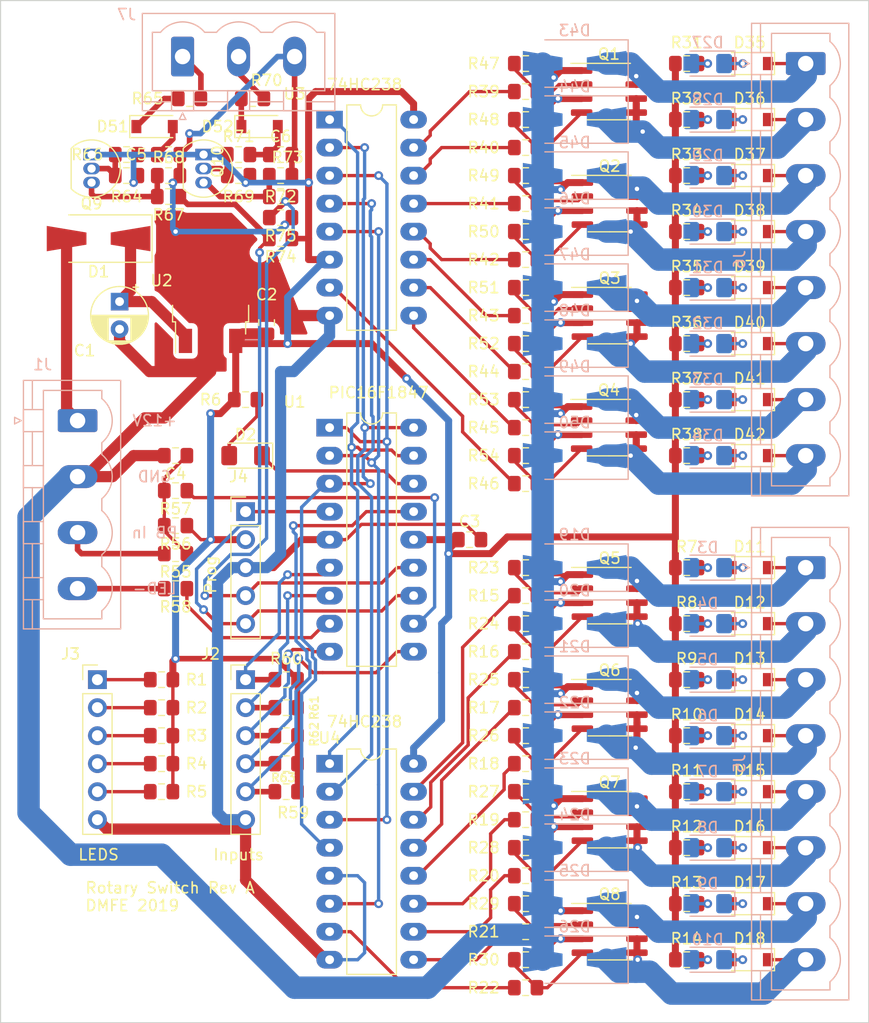
<source format=kicad_pcb>
(kicad_pcb (version 20190516) (host pcbnew "(5.1.0-894-gde406e36d)")
  (title_block (title "Electronic Rotary Switch") (date "2019-07-11") (rev "A") (company "DMFE"))
  (layers (0 "F.Cu" signal) (31 "B.Cu" signal) (34 "B.Paste" user) (35 "F.Paste" user) (36 "B.SilkS" user) (37 "F.SilkS" user) (38 "B.Mask" user) (39 "F.Mask" user) (44 "Edge.Cuts" user))
  (net 0 "")
  (net 1 "GND")
  (net 2 "Net-(C1-Pad1)")
  (net 3 "+5V")
  (net 4 "+12V")
  (net 5 "Net-(D2-Pad2)")
  (net 6 "Net-(D2-Pad1)")
  (net 7 "Net-(D11-Pad1)")
  (net 8 "Net-(D12-Pad1)")
  (net 9 "Net-(D13-Pad1)")
  (net 10 "Net-(D14-Pad1)")
  (net 11 "Net-(D15-Pad1)")
  (net 12 "Net-(D16-Pad1)")
  (net 13 "Net-(D17-Pad1)")
  (net 14 "Net-(D10-Pad2)")
  (net 15 "Net-(D10-Pad1)")
  (net 16 "Net-(D11-Pad2)")
  (net 17 "Net-(D12-Pad2)")
  (net 18 "Net-(D13-Pad2)")
  (net 19 "Net-(D14-Pad2)")
  (net 20 "Net-(D15-Pad2)")
  (net 21 "Net-(D16-Pad2)")
  (net 22 "Net-(D17-Pad2)")
  (net 23 "Net-(D27-Pad2)")
  (net 24 "Net-(D27-Pad1)")
  (net 25 "Net-(D28-Pad2)")
  (net 26 "Net-(D28-Pad1)")
  (net 27 "Net-(D29-Pad2)")
  (net 28 "Net-(D29-Pad1)")
  (net 29 "Net-(D30-Pad2)")
  (net 30 "Net-(D30-Pad1)")
  (net 31 "Net-(D31-Pad2)")
  (net 32 "Net-(D31-Pad1)")
  (net 33 "Net-(D32-Pad2)")
  (net 34 "Net-(D32-Pad1)")
  (net 35 "Net-(D33-Pad2)")
  (net 36 "Net-(D33-Pad1)")
  (net 37 "Net-(D34-Pad2)")
  (net 38 "Net-(D34-Pad1)")
  (net 39 "RX")
  (net 40 "TX")
  (net 41 "Net-(J2-Pad5)")
  (net 42 "Net-(J2-Pad4)")
  (net 43 "Net-(J2-Pad3)")
  (net 44 "Net-(J2-Pad2)")
  (net 45 "Net-(J2-Pad1)")
  (net 46 "Net-(J3-Pad5)")
  (net 47 "Net-(J3-Pad4)")
  (net 48 "Net-(J3-Pad3)")
  (net 49 "Net-(J3-Pad2)")
  (net 50 "Net-(J3-Pad1)")
  (net 51 "PGC")
  (net 52 "PGD")
  (net 53 "VPP")
  (net 54 "Net-(Q1-Pad4)")
  (net 55 "Net-(Q1-Pad2)")
  (net 56 "Net-(Q2-Pad4)")
  (net 57 "Net-(Q2-Pad2)")
  (net 58 "Net-(Q3-Pad4)")
  (net 59 "Net-(Q3-Pad2)")
  (net 60 "Net-(Q4-Pad4)")
  (net 61 "Net-(Q4-Pad2)")
  (net 62 "Net-(Q5-Pad4)")
  (net 63 "Net-(Q5-Pad2)")
  (net 64 "Net-(Q6-Pad4)")
  (net 65 "Net-(Q6-Pad2)")
  (net 66 "Net-(Q7-Pad4)")
  (net 67 "Net-(Q7-Pad2)")
  (net 68 "Net-(Q8-Pad4)")
  (net 69 "Net-(Q8-Pad2)")
  (net 70 "Out_8")
  (net 71 "Out_9")
  (net 72 "Out_10")
  (net 73 "Out_11")
  (net 74 "Out_12")
  (net 75 "Out_13")
  (net 76 "Out_14")
  (net 77 "Out_15")
  (net 78 "Out_0")
  (net 79 "Out_1")
  (net 80 "Out_2")
  (net 81 "Out_3")
  (net 82 "Out_4")
  (net 83 "Out_5")
  (net 84 "Out_6")
  (net 85 "Out_7")
  (net 86 "Net-(U1-Pad18)")
  (net 87 "Net-(U1-Pad17)")
  (net 88 "Net-(U1-Pad3)")
  (net 89 "Net-(U1-Pad2)")
  (net 90 "Net-(U1-Pad1)")
  (net 91 "Net-(C4-Pad1)")
  (net 92 "Net-(R57-Pad1)")
  (net 93 "Net-(R58-Pad1)")
  (net 94 "Net-(D3-Pad2)")
  (net 95 "Net-(D4-Pad2)")
  (net 96 "Net-(D5-Pad2)")
  (net 97 "Net-(D6-Pad2)")
  (net 98 "Net-(D7-Pad2)")
  (net 99 "Net-(D8-Pad2)")
  (net 100 "Net-(D9-Pad2)")
  (net 101 "Net-(D18-Pad1)")
  (net 102 "Net-(D35-Pad1)")
  (net 103 "Net-(D36-Pad1)")
  (net 104 "Net-(D37-Pad1)")
  (net 105 "Net-(D38-Pad1)")
  (net 106 "Net-(D39-Pad1)")
  (net 107 "Net-(D40-Pad1)")
  (net 108 "Net-(D41-Pad1)")
  (net 109 "Net-(D42-Pad1)")
  (net 110 "Net-(C5-Pad1)")
  (net 111 "Net-(C6-Pad1)")
  (net 112 "Net-(D51-Pad1)")
  (net 113 "Net-(D52-Pad1)")
  (net 114 "Net-(J7-Pad2)")
  (net 115 "Net-(J7-Pad1)")
  (net 116 "Net-(Q9-Pad3)")
  (net 117 "Net-(Q9-Pad2)")
  (net 118 "Net-(Q10-Pad3)")
  (net 119 "Net-(Q10-Pad2)")
  (module "Resistor_SMD:R_0805_2012Metric_Pad1.15x1.40mm_HandSolder" (layer "F.Cu") (at 104.14 57.785 180)
    (fp_text reference "R75" (at 0 -1.65) (layer "F.SilkS"))
    (fp_text value "47K")
    (pad "2" smd roundrect (at 1.025 0 180) (size 1.15 1.4) (layers "F.Cu" "F.Paste" "F.Mask") (roundrect_rratio 0.217391) (net 52 "PGD"))
    (pad "1" smd roundrect (at -1.025 0 180) (size 1.15 1.4) (layers "F.Cu" "F.Paste" "F.Mask") (roundrect_rratio 0.217391) (net 1 "GND"))
  )
  (module "Resistor_SMD:R_0805_2012Metric_Pad1.15x1.40mm_HandSolder" (layer "F.Cu") (at 104.14 59.69 180)
    (fp_text reference "R74" (at 0 -1.65) (layer "F.SilkS"))
    (fp_text value "47K")
    (pad "2" smd roundrect (at 1.025 0 180) (size 1.15 1.4) (layers "F.Cu" "F.Paste" "F.Mask") (roundrect_rratio 0.217391) (net 51 "PGC"))
    (pad "1" smd roundrect (at -1.025 0 180) (size 1.15 1.4) (layers "F.Cu" "F.Paste" "F.Mask") (roundrect_rratio 0.217391) (net 3 "+5V"))
  )
  (module "Resistor_SMD:R_0805_2012Metric_Pad1.15x1.40mm_HandSolder" (layer "F.Cu") (at 104.14 53.975)
    (fp_text reference "R73" (at 0.635 -1.65) (layer "F.SilkS"))
    (fp_text value "47K")
    (pad "2" smd roundrect (at 1.025 0) (size 1.15 1.4) (layers "F.Cu" "F.Paste" "F.Mask") (roundrect_rratio 0.217391) (net 1 "GND"))
    (pad "1" smd roundrect (at -1.025 0) (size 1.15 1.4) (layers "F.Cu" "F.Paste" "F.Mask") (roundrect_rratio 0.217391) (net 118 "Net-(Q10-Pad3)"))
  )
  (module "Resistor_SMD:R_0805_2012Metric_Pad1.15x1.40mm_HandSolder" (layer "F.Cu") (at 104.14 55.88 180)
    (fp_text reference "R72" (at 0 0) (layer "F.SilkS"))
    (fp_text value "1K0")
    (pad "2" smd roundrect (at 1.025 0 180) (size 1.15 1.4) (layers "F.Cu" "F.Paste" "F.Mask") (roundrect_rratio 0.217391) (net 118 "Net-(Q10-Pad3)"))
    (pad "1" smd roundrect (at -1.025 0 180) (size 1.15 1.4) (layers "F.Cu" "F.Paste" "F.Mask") (roundrect_rratio 0.217391) (net 52 "PGD"))
  )
  (module "Resistor_SMD:R_0805_2012Metric_Pad1.15x1.40mm_HandSolder" (layer "F.Cu") (at 100.33 52.07)
    (fp_text reference "R71" (at 0 -1.65) (layer "F.SilkS"))
    (fp_text value "10K")
    (pad "2" smd roundrect (at 1.025 0) (size 1.15 1.4) (layers "F.Cu" "F.Paste" "F.Mask") (roundrect_rratio 0.217391) (net 111 "Net-(C6-Pad1)"))
    (pad "1" smd roundrect (at -1.025 0) (size 1.15 1.4) (layers "F.Cu" "F.Paste" "F.Mask") (roundrect_rratio 0.217391) (net 119 "Net-(Q10-Pad2)"))
  )
  (module "Resistor_SMD:R_0805_2012Metric_Pad1.15x1.40mm_HandSolder" (layer "F.Cu") (at 101.6 46.99)
    (fp_text reference "R70" (at 1.27 -1.65) (layer "F.SilkS"))
    (fp_text value "1K0")
    (pad "2" smd roundrect (at 1.025 0) (size 1.15 1.4) (layers "F.Cu" "F.Paste" "F.Mask") (roundrect_rratio 0.217391) (net 114 "Net-(J7-Pad2)"))
    (pad "1" smd roundrect (at -1.025 0) (size 1.15 1.4) (layers "F.Cu" "F.Paste" "F.Mask") (roundrect_rratio 0.217391) (net 113 "Net-(D52-Pad1)"))
  )
  (module "Resistor_SMD:R_0805_2012Metric_Pad1.15x1.40mm_HandSolder" (layer "F.Cu") (at 100.33 53.975)
    (fp_text reference "R69" (at 0 1.905) (layer "F.SilkS"))
    (fp_text value "47K")
    (pad "2" smd roundrect (at 1.025 0) (size 1.15 1.4) (layers "F.Cu" "F.Paste" "F.Mask") (roundrect_rratio 0.217391) (net 3 "+5V"))
    (pad "1" smd roundrect (at -1.025 0) (size 1.15 1.4) (layers "F.Cu" "F.Paste" "F.Mask") (roundrect_rratio 0.217391) (net 119 "Net-(Q10-Pad2)"))
  )
  (module "Resistor_SMD:R_0805_2012Metric_Pad1.15x1.40mm_HandSolder" (layer "F.Cu") (at 93.98 53.975)
    (fp_text reference "R68" (at 0 -1.65) (layer "F.SilkS"))
    (fp_text value "47K")
    (pad "2" smd roundrect (at 1.025 0) (size 1.15 1.4) (layers "F.Cu" "F.Paste" "F.Mask") (roundrect_rratio 0.217391) (net 1 "GND"))
    (pad "1" smd roundrect (at -1.025 0) (size 1.15 1.4) (layers "F.Cu" "F.Paste" "F.Mask") (roundrect_rratio 0.217391) (net 116 "Net-(Q9-Pad3)"))
  )
  (module "Resistor_SMD:R_0805_2012Metric_Pad1.15x1.40mm_HandSolder" (layer "F.Cu") (at 93.98 55.88 180)
    (fp_text reference "R67" (at 0 -1.65) (layer "F.SilkS"))
    (fp_text value "1K0")
    (pad "2" smd roundrect (at 1.025 0 180) (size 1.15 1.4) (layers "F.Cu" "F.Paste" "F.Mask") (roundrect_rratio 0.217391) (net 116 "Net-(Q9-Pad3)"))
    (pad "1" smd roundrect (at -1.025 0 180) (size 1.15 1.4) (layers "F.Cu" "F.Paste" "F.Mask") (roundrect_rratio 0.217391) (net 51 "PGC"))
  )
  (module "Resistor_SMD:R_0805_2012Metric_Pad1.15x1.40mm_HandSolder" (layer "F.Cu") (at 90.17 52.07)
    (fp_text reference "R66" (at -3.565 0) (layer "F.SilkS"))
    (fp_text value "10K")
    (pad "2" smd roundrect (at 1.025 0) (size 1.15 1.4) (layers "F.Cu" "F.Paste" "F.Mask") (roundrect_rratio 0.217391) (net 110 "Net-(C5-Pad1)"))
    (pad "1" smd roundrect (at -1.025 0) (size 1.15 1.4) (layers "F.Cu" "F.Paste" "F.Mask") (roundrect_rratio 0.217391) (net 117 "Net-(Q9-Pad2)"))
  )
  (module "Resistor_SMD:R_0805_2012Metric_Pad1.15x1.40mm_HandSolder" (layer "F.Cu") (at 95.885 46.99)
    (fp_text reference "R65" (at -3.81 0) (layer "F.SilkS"))
    (fp_text value "1K0")
    (pad "2" smd roundrect (at 1.025 0) (size 1.15 1.4) (layers "F.Cu" "F.Paste" "F.Mask") (roundrect_rratio 0.217391) (net 115 "Net-(J7-Pad1)"))
    (pad "1" smd roundrect (at -1.025 0) (size 1.15 1.4) (layers "F.Cu" "F.Paste" "F.Mask") (roundrect_rratio 0.217391) (net 112 "Net-(D51-Pad1)"))
  )
  (module "Resistor_SMD:R_0805_2012Metric_Pad1.15x1.40mm_HandSolder" (layer "F.Cu") (at 90.17 53.975)
    (fp_text reference "R64" (at 0 1.905) (layer "F.SilkS"))
    (fp_text value "47K")
    (pad "2" smd roundrect (at 1.025 0) (size 1.15 1.4) (layers "F.Cu" "F.Paste" "F.Mask") (roundrect_rratio 0.217391) (net 3 "+5V"))
    (pad "1" smd roundrect (at -1.025 0) (size 1.15 1.4) (layers "F.Cu" "F.Paste" "F.Mask") (roundrect_rratio 0.217391) (net 117 "Net-(Q9-Pad2)"))
  )
  (module "Package_TO_SOT_THT:TO-92_Inline" (layer "F.Cu") (at 97.155 52.07 270)
    (fp_text reference "Q10" (at 0.635 -1.27 90) (layer "F.SilkS"))
    (fp_text value "2N3906")
    (pad "1" thru_hole rect (at 0 0 270) (size 1.05 1.5) (drill 0.75) (layers *.Cu *.Mask) (net 3 "+5V"))
    (pad "3" thru_hole oval (at 2.54 0 270) (size 1.05 1.5) (drill 0.75) (layers *.Cu *.Mask) (net 118 "Net-(Q10-Pad3)"))
    (pad "2" thru_hole oval (at 1.27 0 270) (size 1.05 1.5) (drill 0.75) (layers *.Cu *.Mask) (net 119 "Net-(Q10-Pad2)"))
  )
  (module "Package_TO_SOT_THT:TO-92_Inline" (layer "F.Cu") (at 86.995 52.07 270)
    (fp_text reference "Q9" (at 4.445 0 180) (layer "F.SilkS"))
    (fp_text value "2N3906")
    (pad "1" thru_hole rect (at 0 0 270) (size 1.05 1.5) (drill 0.75) (layers *.Cu *.Mask) (net 3 "+5V"))
    (pad "3" thru_hole oval (at 2.54 0 270) (size 1.05 1.5) (drill 0.75) (layers *.Cu *.Mask) (net 116 "Net-(Q9-Pad3)"))
    (pad "2" thru_hole oval (at 1.27 0 270) (size 1.05 1.5) (drill 0.75) (layers *.Cu *.Mask) (net 117 "Net-(Q9-Pad2)"))
  )
  (module "Connector_Phoenix_MSTB:PhoenixContact_MSTBVA_2,5_3-G-5,08_1x03_P5.08mm_Vertical" (layer "B.Cu") (at 95.25 43.18)
    (fp_text reference "J7" (at -5.08 -3.81) (layer "B.SilkS") (effects (justify mirror)))
    (fp_text value "Conn_01x03")
    (pad "3" thru_hole oval (at 10.16 0) (size 2.08 3.6) (drill 1.4) (layers *.Cu *.Mask) (net 1 "GND"))
    (pad "2" thru_hole oval (at 5.08 0) (size 2.08 3.6) (drill 1.4) (layers *.Cu *.Mask) (net 114 "Net-(J7-Pad2)"))
    (pad "1" thru_hole roundrect (at 0 0) (size 2.08 3.6) (drill 1.4) (layers *.Cu *.Mask) (roundrect_rratio 0.120192) (net 115 "Net-(J7-Pad1)"))
  )
  (module "Diode_SMD:D_SOD-123" (layer "F.Cu") (at 102.235 49.53)
    (fp_text reference "D52" (at -3.81 0) (layer "F.SilkS"))
    (fp_text value "D_Small_ALT")
    (pad "2" smd rect (at 1.65 0) (size 0.9 1.2) (layers "F.Cu" "F.Paste" "F.Mask") (net 111 "Net-(C6-Pad1)"))
    (pad "1" smd rect (at -1.65 0) (size 0.9 1.2) (layers "F.Cu" "F.Paste" "F.Mask") (net 113 "Net-(D52-Pad1)"))
  )
  (module "Diode_SMD:D_SOD-123" (layer "F.Cu") (at 92.71 49.53)
    (fp_text reference "D51" (at -3.81 0) (layer "F.SilkS"))
    (fp_text value "D_Small_ALT")
    (pad "2" smd rect (at 1.65 0) (size 0.9 1.2) (layers "F.Cu" "F.Paste" "F.Mask") (net 110 "Net-(C5-Pad1)"))
    (pad "1" smd rect (at -1.65 0) (size 0.9 1.2) (layers "F.Cu" "F.Paste" "F.Mask") (net 112 "Net-(D51-Pad1)"))
  )
  (module "Capacitor_SMD:C_0805_2012Metric_Pad1.15x1.40mm_HandSolder" (layer "F.Cu") (at 104.14 52.07)
    (fp_text reference "C6" (at 0 -1.65) (layer "F.SilkS"))
    (fp_text value "0.1")
    (pad "2" smd roundrect (at 1.025 0) (size 1.15 1.4) (layers "F.Cu" "F.Paste" "F.Mask") (roundrect_rratio 0.217391) (net 1 "GND"))
    (pad "1" smd roundrect (at -1.025 0) (size 1.15 1.4) (layers "F.Cu" "F.Paste" "F.Mask") (roundrect_rratio 0.217391) (net 111 "Net-(C6-Pad1)"))
  )
  (module "Capacitor_SMD:C_0805_2012Metric_Pad1.15x1.40mm_HandSolder" (layer "F.Cu") (at 93.98 52.07)
    (fp_text reference "C5" (at -2.93 0) (layer "F.SilkS"))
    (fp_text value "0.1")
    (pad "2" smd roundrect (at 1.025 0) (size 1.15 1.4) (layers "F.Cu" "F.Paste" "F.Mask") (roundrect_rratio 0.217391) (net 1 "GND"))
    (pad "1" smd roundrect (at -1.025 0) (size 1.15 1.4) (layers "F.Cu" "F.Paste" "F.Mask") (roundrect_rratio 0.217391) (net 110 "Net-(C5-Pad1)"))
  )
  (module "Resistor_SMD:R_0805_2012Metric_Pad1.15x1.40mm_HandSolder" (layer "F.Cu") (at 104.648 107.315)
    (fp_text reference "R63" (at -0.254 1.27 180) (layer "F.SilkS") (effects (font (size 0.762 0.762))))
    (fp_text value "47K")
    (pad "2" smd roundrect (at 1.025 0) (size 1.15 1.4) (layers "F.Cu" "F.Paste" "F.Mask") (roundrect_rratio 0.217391) (net 3 "+5V"))
    (pad "1" smd roundrect (at -1.025 0) (size 1.15 1.4) (layers "F.Cu" "F.Paste" "F.Mask") (roundrect_rratio 0.217391) (net 42 "Net-(J2-Pad4)"))
  )
  (module "Resistor_SMD:R_0805_2012Metric_Pad1.15x1.40mm_HandSolder" (layer "F.Cu") (at 104.648 104.775)
    (fp_text reference "R62" (at 2.54 -0.127 270) (layer "F.SilkS") (effects (font (size 0.762 0.762))))
    (fp_text value "47K")
    (pad "2" smd roundrect (at 1.025 0) (size 1.15 1.4) (layers "F.Cu" "F.Paste" "F.Mask") (roundrect_rratio 0.217391) (net 3 "+5V"))
    (pad "1" smd roundrect (at -1.025 0) (size 1.15 1.4) (layers "F.Cu" "F.Paste" "F.Mask") (roundrect_rratio 0.217391) (net 43 "Net-(J2-Pad3)"))
  )
  (module "Resistor_SMD:R_0805_2012Metric_Pad1.15x1.40mm_HandSolder" (layer "F.Cu") (at 104.648 102.235)
    (fp_text reference "R61" (at 2.54 0 90) (layer "F.SilkS") (effects (font (size 0.762 0.762))))
    (fp_text value "47K")
    (pad "2" smd roundrect (at 1.025 0) (size 1.15 1.4) (layers "F.Cu" "F.Paste" "F.Mask") (roundrect_rratio 0.217391) (net 3 "+5V"))
    (pad "1" smd roundrect (at -1.025 0) (size 1.15 1.4) (layers "F.Cu" "F.Paste" "F.Mask") (roundrect_rratio 0.217391) (net 44 "Net-(J2-Pad2)"))
  )
  (module "Resistor_SMD:R_0805_2012Metric_Pad1.15x1.40mm_HandSolder" (layer "F.Cu") (at 104.648 99.695)
    (fp_text reference "R60" (at 0 -1.905 180) (layer "F.SilkS") (effects (font (size 1.016 1.016))))
    (fp_text value "47K")
    (pad "2" smd roundrect (at 1.025 0) (size 1.15 1.4) (layers "F.Cu" "F.Paste" "F.Mask") (roundrect_rratio 0.217391) (net 3 "+5V"))
    (pad "1" smd roundrect (at -1.025 0) (size 1.15 1.4) (layers "F.Cu" "F.Paste" "F.Mask") (roundrect_rratio 0.217391) (net 45 "Net-(J2-Pad1)"))
  )
  (module "Resistor_SMD:R_0805_2012Metric_Pad1.15x1.40mm_HandSolder" (layer "F.Cu") (at 104.648 109.855)
    (fp_text reference "R59" (at 0.635 1.905 180) (layer "F.SilkS"))
    (fp_text value "47K")
    (pad "2" smd roundrect (at 1.025 0) (size 1.15 1.4) (layers "F.Cu" "F.Paste" "F.Mask") (roundrect_rratio 0.217391) (net 3 "+5V"))
    (pad "1" smd roundrect (at -1.025 0) (size 1.15 1.4) (layers "F.Cu" "F.Paste" "F.Mask") (roundrect_rratio 0.217391) (net 41 "Net-(J2-Pad5)"))
  )
  (module "MountingHole:MountingHole_3.2mm_M3" (layer "F.Cu") (at 83.82 43.18)
    (fp_text reference "H1" hide)
    (fp_text value "MountingHole_3.2mm_M3")
    (pad "1" np_thru_hole circle (at 0 0) (size 3.2 3.2) (drill 3.2) (layers *.Cu *.Mask))
  )
  (module "MountingHole:MountingHole_3.2mm_M3" (layer "F.Cu") (at 83.82 125.73)
    (fp_text reference "H2" hide)
    (fp_text value "MountingHole_3.2mm_M3")
    (pad "1" np_thru_hole circle (at 0 0) (size 3.2 3.2) (drill 3.2) (layers *.Cu *.Mask))
  )
  (module "Resistor_SMD:R_0805_2012Metric_Pad1.15x1.40mm_HandSolder" (layer "F.Cu") (at 94.615 91.44 180)
    (fp_text reference "R58" (at 0 -1.65) (layer "F.SilkS"))
    (fp_text value "1K0")
    (pad "2" smd roundrect (at 1.025 0 180) (size 1.15 1.4) (layers "F.Cu" "F.Paste" "F.Mask") (roundrect_rratio 0.217391) (net 39 "RX"))
    (pad "1" smd roundrect (at -1.025 0 180) (size 1.15 1.4) (layers "F.Cu" "F.Paste" "F.Mask") (roundrect_rratio 0.217391) (net 93 "Net-(R58-Pad1)"))
  )
  (module "Resistor_SMD:R_0805_2012Metric_Pad1.15x1.40mm_HandSolder" (layer "F.Cu") (at 94.615 82.55 180)
    (fp_text reference "R57" (at 0 -1.65) (layer "F.SilkS"))
    (fp_text value "1K0")
    (pad "2" smd roundrect (at 1.025 0 180) (size 1.15 1.4) (layers "F.Cu" "F.Paste" "F.Mask") (roundrect_rratio 0.217391) (net 91 "Net-(C4-Pad1)"))
    (pad "1" smd roundrect (at -1.025 0 180) (size 1.15 1.4) (layers "F.Cu" "F.Paste" "F.Mask") (roundrect_rratio 0.217391) (net 92 "Net-(R57-Pad1)"))
  )
  (module "Resistor_SMD:R_0805_2012Metric_Pad1.15x1.40mm_HandSolder" (layer "F.Cu") (at 94.615 85.725 180)
    (fp_text reference "R56" (at 0 -1.65) (layer "F.SilkS"))
    (fp_text value "47K")
    (pad "2" smd roundrect (at 1.025 0 180) (size 1.15 1.4) (layers "F.Cu" "F.Paste" "F.Mask") (roundrect_rratio 0.217391) (net 91 "Net-(C4-Pad1)"))
    (pad "1" smd roundrect (at -1.025 0 180) (size 1.15 1.4) (layers "F.Cu" "F.Paste" "F.Mask") (roundrect_rratio 0.217391) (net 3 "+5V"))
  )
  (module "Resistor_SMD:R_0805_2012Metric_Pad1.15x1.40mm_HandSolder" (layer "F.Cu") (at 94.615 88.265 180)
    (fp_text reference "R55" (at 0 -1.65) (layer "F.SilkS"))
    (fp_text value "470")
    (pad "2" smd roundrect (at 1.025 0 180) (size 1.15 1.4) (layers "F.Cu" "F.Paste" "F.Mask") (roundrect_rratio 0.217391) (net 40 "TX"))
    (pad "1" smd roundrect (at -1.025 0 180) (size 1.15 1.4) (layers "F.Cu" "F.Paste" "F.Mask") (roundrect_rratio 0.217391) (net 91 "Net-(C4-Pad1)"))
  )
  (module "Capacitor_SMD:C_0805_2012Metric_Pad1.15x1.40mm_HandSolder" (layer "F.Cu") (at 94.615 79.375 180)
    (fp_text reference "C4" (at 0 -1.65) (layer "F.SilkS"))
    (fp_text value "0.1")
    (pad "2" smd roundrect (at 1.025 0 180) (size 1.15 1.4) (layers "F.Cu" "F.Paste" "F.Mask") (roundrect_rratio 0.217391) (net 1 "GND"))
    (pad "1" smd roundrect (at -1.025 0 180) (size 1.15 1.4) (layers "F.Cu" "F.Paste" "F.Mask") (roundrect_rratio 0.217391) (net 91 "Net-(C4-Pad1)"))
  )
  (module "Package_DIP:DIP-16_W7.62mm_LongPads" (layer "F.Cu") (at 108.585 107.315)
    (fp_text reference "U4" (at 0 -2.33) (layer "F.SilkS"))
    (fp_text value "74HC238")
    (pad "16" thru_hole oval (at 7.62 0) (size 2.4 1.6) (drill 0.8) (layers *.Cu *.Mask) (net 3 "+5V"))
    (pad "8" thru_hole oval (at 0 17.78) (size 2.4 1.6) (drill 0.8) (layers *.Cu *.Mask) (net 1 "GND"))
    (pad "15" thru_hole oval (at 7.62 2.54) (size 2.4 1.6) (drill 0.8) (layers *.Cu *.Mask) (net 70 "Out_8"))
    (pad "7" thru_hole oval (at 0 15.24) (size 2.4 1.6) (drill 0.8) (layers *.Cu *.Mask) (net 77 "Out_15"))
    (pad "14" thru_hole oval (at 7.62 5.08) (size 2.4 1.6) (drill 0.8) (layers *.Cu *.Mask) (net 71 "Out_9"))
    (pad "6" thru_hole oval (at 0 12.7) (size 2.4 1.6) (drill 0.8) (layers *.Cu *.Mask) (net 89 "Net-(U1-Pad2)"))
    (pad "13" thru_hole oval (at 7.62 7.62) (size 2.4 1.6) (drill 0.8) (layers *.Cu *.Mask) (net 72 "Out_10"))
    (pad "5" thru_hole oval (at 0 10.16) (size 2.4 1.6) (drill 0.8) (layers *.Cu *.Mask) (net 1 "GND"))
    (pad "12" thru_hole oval (at 7.62 10.16) (size 2.4 1.6) (drill 0.8) (layers *.Cu *.Mask) (net 73 "Out_11"))
    (pad "4" thru_hole oval (at 0 7.62) (size 2.4 1.6) (drill 0.8) (layers *.Cu *.Mask) (net 88 "Net-(U1-Pad3)"))
    (pad "11" thru_hole oval (at 7.62 12.7) (size 2.4 1.6) (drill 0.8) (layers *.Cu *.Mask) (net 74 "Out_12"))
    (pad "3" thru_hole oval (at 0 5.08) (size 2.4 1.6) (drill 0.8) (layers *.Cu *.Mask) (net 90 "Net-(U1-Pad1)"))
    (pad "10" thru_hole oval (at 7.62 15.24) (size 2.4 1.6) (drill 0.8) (layers *.Cu *.Mask) (net 75 "Out_13"))
    (pad "2" thru_hole oval (at 0 2.54) (size 2.4 1.6) (drill 0.8) (layers *.Cu *.Mask) (net 86 "Net-(U1-Pad18)"))
    (pad "9" thru_hole oval (at 7.62 17.78) (size 2.4 1.6) (drill 0.8) (layers *.Cu *.Mask) (net 76 "Out_14"))
    (pad "1" thru_hole rect (at 0 0) (size 2.4 1.6) (drill 0.8) (layers *.Cu *.Mask) (net 87 "Net-(U1-Pad17)"))
  )
  (module "Package_DIP:DIP-16_W7.62mm_LongPads" (layer "F.Cu") (at 108.585 48.895)
    (fp_text reference "U3" (at -3.175 -2.33) (layer "F.SilkS"))
    (fp_text value "74HC238")
    (pad "16" thru_hole oval (at 7.62 0) (size 2.4 1.6) (drill 0.8) (layers *.Cu *.Mask) (net 3 "+5V"))
    (pad "8" thru_hole oval (at 0 17.78) (size 2.4 1.6) (drill 0.8) (layers *.Cu *.Mask) (net 1 "GND"))
    (pad "15" thru_hole oval (at 7.62 2.54) (size 2.4 1.6) (drill 0.8) (layers *.Cu *.Mask) (net 78 "Out_0"))
    (pad "7" thru_hole oval (at 0 15.24) (size 2.4 1.6) (drill 0.8) (layers *.Cu *.Mask) (net 85 "Out_7"))
    (pad "14" thru_hole oval (at 7.62 5.08) (size 2.4 1.6) (drill 0.8) (layers *.Cu *.Mask) (net 79 "Out_1"))
    (pad "6" thru_hole oval (at 0 12.7) (size 2.4 1.6) (drill 0.8) (layers *.Cu *.Mask) (net 3 "+5V"))
    (pad "13" thru_hole oval (at 7.62 7.62) (size 2.4 1.6) (drill 0.8) (layers *.Cu *.Mask) (net 80 "Out_2"))
    (pad "5" thru_hole oval (at 0 10.16) (size 2.4 1.6) (drill 0.8) (layers *.Cu *.Mask) (net 89 "Net-(U1-Pad2)"))
    (pad "12" thru_hole oval (at 7.62 10.16) (size 2.4 1.6) (drill 0.8) (layers *.Cu *.Mask) (net 81 "Out_3"))
    (pad "4" thru_hole oval (at 0 7.62) (size 2.4 1.6) (drill 0.8) (layers *.Cu *.Mask) (net 88 "Net-(U1-Pad3)"))
    (pad "11" thru_hole oval (at 7.62 12.7) (size 2.4 1.6) (drill 0.8) (layers *.Cu *.Mask) (net 82 "Out_4"))
    (pad "3" thru_hole oval (at 0 5.08) (size 2.4 1.6) (drill 0.8) (layers *.Cu *.Mask) (net 90 "Net-(U1-Pad1)"))
    (pad "10" thru_hole oval (at 7.62 15.24) (size 2.4 1.6) (drill 0.8) (layers *.Cu *.Mask) (net 83 "Out_5"))
    (pad "2" thru_hole oval (at 0 2.54) (size 2.4 1.6) (drill 0.8) (layers *.Cu *.Mask) (net 86 "Net-(U1-Pad18)"))
    (pad "9" thru_hole oval (at 7.62 17.78) (size 2.4 1.6) (drill 0.8) (layers *.Cu *.Mask) (net 84 "Out_6"))
    (pad "1" thru_hole rect (at 0 0) (size 2.4 1.6) (drill 0.8) (layers *.Cu *.Mask) (net 87 "Net-(U1-Pad17)"))
  )
  (module "Package_TO_SOT_SMD:TO-252-2" (layer "F.Cu") (at 97.79 64.77 90)
    (fp_text reference "U2" (at 1.27 -4.445 180) (layer "F.SilkS"))
    (fp_text value "L7805")
    (pad "2" smd rect (at 2.1 0 90) (size 6.4 5.8) (layers "F.Cu" "F.Mask") (net 1 "GND"))
    (pad "3" smd rect (at -4.2 2.28 90) (size 2.2 1.2) (layers "F.Cu" "F.Paste" "F.Mask") (net 3 "+5V"))
    (pad "1" smd rect (at -4.2 -2.28 90) (size 2.2 1.2) (layers "F.Cu" "F.Paste" "F.Mask") (net 2 "Net-(C1-Pad1)"))
  )
  (module "Package_DIP:DIP-18_W7.62mm_LongPads" (layer "F.Cu") (at 108.585 76.835)
    (fp_text reference "U1" (at -3.175 -2.33) (layer "F.SilkS"))
    (fp_text value "PIC16F1847-IP")
    (pad "18" thru_hole oval (at 7.62 0) (size 2.4 1.6) (drill 0.8) (layers *.Cu *.Mask) (net 86 "Net-(U1-Pad18)"))
    (pad "9" thru_hole oval (at 0 20.32) (size 2.4 1.6) (drill 0.8) (layers *.Cu *.Mask) (net 43 "Net-(J2-Pad3)"))
    (pad "17" thru_hole oval (at 7.62 2.54) (size 2.4 1.6) (drill 0.8) (layers *.Cu *.Mask) (net 87 "Net-(U1-Pad17)"))
    (pad "8" thru_hole oval (at 0 17.78) (size 2.4 1.6) (drill 0.8) (layers *.Cu *.Mask) (net 93 "Net-(R58-Pad1)"))
    (pad "16" thru_hole oval (at 7.62 5.08) (size 2.4 1.6) (drill 0.8) (layers *.Cu *.Mask) (net 6 "Net-(D2-Pad1)"))
    (pad "7" thru_hole oval (at 0 15.24) (size 2.4 1.6) (drill 0.8) (layers *.Cu *.Mask) (net 44 "Net-(J2-Pad2)"))
    (pad "15" thru_hole oval (at 7.62 7.62) (size 2.4 1.6) (drill 0.8) (layers *.Cu *.Mask) (net 41 "Net-(J2-Pad5)"))
    (pad "6" thru_hole oval (at 0 12.7) (size 2.4 1.6) (drill 0.8) (layers *.Cu *.Mask) (net 45 "Net-(J2-Pad1)"))
    (pad "14" thru_hole oval (at 7.62 10.16) (size 2.4 1.6) (drill 0.8) (layers *.Cu *.Mask) (net 3 "+5V"))
    (pad "5" thru_hole oval (at 0 10.16) (size 2.4 1.6) (drill 0.8) (layers *.Cu *.Mask) (net 1 "GND"))
    (pad "13" thru_hole oval (at 7.62 12.7) (size 2.4 1.6) (drill 0.8) (layers *.Cu *.Mask) (net 52 "PGD"))
    (pad "4" thru_hole oval (at 0 7.62) (size 2.4 1.6) (drill 0.8) (layers *.Cu *.Mask) (net 53 "VPP"))
    (pad "12" thru_hole oval (at 7.62 15.24) (size 2.4 1.6) (drill 0.8) (layers *.Cu *.Mask) (net 51 "PGC"))
    (pad "3" thru_hole oval (at 0 5.08) (size 2.4 1.6) (drill 0.8) (layers *.Cu *.Mask) (net 88 "Net-(U1-Pad3)"))
    (pad "11" thru_hole oval (at 7.62 17.78) (size 2.4 1.6) (drill 0.8) (layers *.Cu *.Mask) (net 92 "Net-(R57-Pad1)"))
    (pad "2" thru_hole oval (at 0 2.54) (size 2.4 1.6) (drill 0.8) (layers *.Cu *.Mask) (net 89 "Net-(U1-Pad2)"))
    (pad "10" thru_hole oval (at 7.62 20.32) (size 2.4 1.6) (drill 0.8) (layers *.Cu *.Mask) (net 42 "Net-(J2-Pad4)"))
    (pad "1" thru_hole rect (at 0 0) (size 2.4 1.6) (drill 0.8) (layers *.Cu *.Mask) (net 90 "Net-(U1-Pad1)"))
  )
  (module "Resistor_SMD:R_0805_2012Metric_Pad1.15x1.40mm_HandSolder" (layer "F.Cu") (at 126.365 79.375 180)
    (fp_text reference "R54" (at 3.81 0) (layer "F.SilkS"))
    (fp_text value "10K")
    (pad "2" smd roundrect (at 1.025 0 180) (size 1.15 1.4) (layers "F.Cu" "F.Paste" "F.Mask") (roundrect_rratio 0.217391) (net 60 "Net-(Q4-Pad4)"))
    (pad "1" smd roundrect (at -1.025 0 180) (size 1.15 1.4) (layers "F.Cu" "F.Paste" "F.Mask") (roundrect_rratio 0.217391) (net 1 "GND"))
  )
  (module "Resistor_SMD:R_0805_2012Metric_Pad1.15x1.40mm_HandSolder" (layer "F.Cu") (at 126.365 74.295 180)
    (fp_text reference "R53" (at 3.81 0) (layer "F.SilkS"))
    (fp_text value "10K")
    (pad "2" smd roundrect (at 1.025 0 180) (size 1.15 1.4) (layers "F.Cu" "F.Paste" "F.Mask") (roundrect_rratio 0.217391) (net 61 "Net-(Q4-Pad2)"))
    (pad "1" smd roundrect (at -1.025 0 180) (size 1.15 1.4) (layers "F.Cu" "F.Paste" "F.Mask") (roundrect_rratio 0.217391) (net 1 "GND"))
  )
  (module "Resistor_SMD:R_0805_2012Metric_Pad1.15x1.40mm_HandSolder" (layer "F.Cu") (at 126.365 69.215 180)
    (fp_text reference "R52" (at 3.81 0) (layer "F.SilkS"))
    (fp_text value "10K")
    (pad "2" smd roundrect (at 1.025 0 180) (size 1.15 1.4) (layers "F.Cu" "F.Paste" "F.Mask") (roundrect_rratio 0.217391) (net 58 "Net-(Q3-Pad4)"))
    (pad "1" smd roundrect (at -1.025 0 180) (size 1.15 1.4) (layers "F.Cu" "F.Paste" "F.Mask") (roundrect_rratio 0.217391) (net 1 "GND"))
  )
  (module "Resistor_SMD:R_0805_2012Metric_Pad1.15x1.40mm_HandSolder" (layer "F.Cu") (at 126.365 64.135 180)
    (fp_text reference "R51" (at 3.81 0) (layer "F.SilkS"))
    (fp_text value "10K")
    (pad "2" smd roundrect (at 1.025 0 180) (size 1.15 1.4) (layers "F.Cu" "F.Paste" "F.Mask") (roundrect_rratio 0.217391) (net 59 "Net-(Q3-Pad2)"))
    (pad "1" smd roundrect (at -1.025 0 180) (size 1.15 1.4) (layers "F.Cu" "F.Paste" "F.Mask") (roundrect_rratio 0.217391) (net 1 "GND"))
  )
  (module "Resistor_SMD:R_0805_2012Metric_Pad1.15x1.40mm_HandSolder" (layer "F.Cu") (at 126.365 59.055 180)
    (fp_text reference "R50" (at 3.81 0) (layer "F.SilkS"))
    (fp_text value "10K")
    (pad "2" smd roundrect (at 1.025 0 180) (size 1.15 1.4) (layers "F.Cu" "F.Paste" "F.Mask") (roundrect_rratio 0.217391) (net 56 "Net-(Q2-Pad4)"))
    (pad "1" smd roundrect (at -1.025 0 180) (size 1.15 1.4) (layers "F.Cu" "F.Paste" "F.Mask") (roundrect_rratio 0.217391) (net 1 "GND"))
  )
  (module "Resistor_SMD:R_0805_2012Metric_Pad1.15x1.40mm_HandSolder" (layer "F.Cu") (at 126.365 53.975 180)
    (fp_text reference "R49" (at 3.81 0) (layer "F.SilkS"))
    (fp_text value "10K")
    (pad "2" smd roundrect (at 1.025 0 180) (size 1.15 1.4) (layers "F.Cu" "F.Paste" "F.Mask") (roundrect_rratio 0.217391) (net 57 "Net-(Q2-Pad2)"))
    (pad "1" smd roundrect (at -1.025 0 180) (size 1.15 1.4) (layers "F.Cu" "F.Paste" "F.Mask") (roundrect_rratio 0.217391) (net 1 "GND"))
  )
  (module "Resistor_SMD:R_0805_2012Metric_Pad1.15x1.40mm_HandSolder" (layer "F.Cu") (at 126.365 48.895 180)
    (fp_text reference "R48" (at 3.81 0) (layer "F.SilkS"))
    (fp_text value "10K")
    (pad "2" smd roundrect (at 1.025 0 180) (size 1.15 1.4) (layers "F.Cu" "F.Paste" "F.Mask") (roundrect_rratio 0.217391) (net 54 "Net-(Q1-Pad4)"))
    (pad "1" smd roundrect (at -1.025 0 180) (size 1.15 1.4) (layers "F.Cu" "F.Paste" "F.Mask") (roundrect_rratio 0.217391) (net 1 "GND"))
  )
  (module "Resistor_SMD:R_0805_2012Metric_Pad1.15x1.40mm_HandSolder" (layer "F.Cu") (at 126.365 43.815 180)
    (fp_text reference "R47" (at 3.81 0) (layer "F.SilkS"))
    (fp_text value "10K")
    (pad "2" smd roundrect (at 1.025 0 180) (size 1.15 1.4) (layers "F.Cu" "F.Paste" "F.Mask") (roundrect_rratio 0.217391) (net 55 "Net-(Q1-Pad2)"))
    (pad "1" smd roundrect (at -1.025 0 180) (size 1.15 1.4) (layers "F.Cu" "F.Paste" "F.Mask") (roundrect_rratio 0.217391) (net 1 "GND"))
  )
  (module "Resistor_SMD:R_0805_2012Metric_Pad1.15x1.40mm_HandSolder" (layer "F.Cu") (at 126.365 81.915 180)
    (fp_text reference "R46" (at 3.81 0) (layer "F.SilkS"))
    (fp_text value "47R")
    (pad "2" smd roundrect (at 1.025 0 180) (size 1.15 1.4) (layers "F.Cu" "F.Paste" "F.Mask") (roundrect_rratio 0.217391) (net 85 "Out_7"))
    (pad "1" smd roundrect (at -1.025 0 180) (size 1.15 1.4) (layers "F.Cu" "F.Paste" "F.Mask") (roundrect_rratio 0.217391) (net 60 "Net-(Q4-Pad4)"))
  )
  (module "Resistor_SMD:R_0805_2012Metric_Pad1.15x1.40mm_HandSolder" (layer "F.Cu") (at 126.365 76.835 180)
    (fp_text reference "R45" (at 3.81 0) (layer "F.SilkS"))
    (fp_text value "47R")
    (pad "2" smd roundrect (at 1.025 0 180) (size 1.15 1.4) (layers "F.Cu" "F.Paste" "F.Mask") (roundrect_rratio 0.217391) (net 84 "Out_6"))
    (pad "1" smd roundrect (at -1.025 0 180) (size 1.15 1.4) (layers "F.Cu" "F.Paste" "F.Mask") (roundrect_rratio 0.217391) (net 61 "Net-(Q4-Pad2)"))
  )
  (module "Resistor_SMD:R_0805_2012Metric_Pad1.15x1.40mm_HandSolder" (layer "F.Cu") (at 126.365 71.755 180)
    (fp_text reference "R44" (at 3.81 0) (layer "F.SilkS"))
    (fp_text value "47R")
    (pad "2" smd roundrect (at 1.025 0 180) (size 1.15 1.4) (layers "F.Cu" "F.Paste" "F.Mask") (roundrect_rratio 0.217391) (net 83 "Out_5"))
    (pad "1" smd roundrect (at -1.025 0 180) (size 1.15 1.4) (layers "F.Cu" "F.Paste" "F.Mask") (roundrect_rratio 0.217391) (net 58 "Net-(Q3-Pad4)"))
  )
  (module "Resistor_SMD:R_0805_2012Metric_Pad1.15x1.40mm_HandSolder" (layer "F.Cu") (at 126.365 66.675 180)
    (fp_text reference "R43" (at 3.81 0) (layer "F.SilkS"))
    (fp_text value "47R")
    (pad "2" smd roundrect (at 1.025 0 180) (size 1.15 1.4) (layers "F.Cu" "F.Paste" "F.Mask") (roundrect_rratio 0.217391) (net 82 "Out_4"))
    (pad "1" smd roundrect (at -1.025 0 180) (size 1.15 1.4) (layers "F.Cu" "F.Paste" "F.Mask") (roundrect_rratio 0.217391) (net 59 "Net-(Q3-Pad2)"))
  )
  (module "Resistor_SMD:R_0805_2012Metric_Pad1.15x1.40mm_HandSolder" (layer "F.Cu") (at 126.365 61.595 180)
    (fp_text reference "R42" (at 3.81 0) (layer "F.SilkS"))
    (fp_text value "47R")
    (pad "2" smd roundrect (at 1.025 0 180) (size 1.15 1.4) (layers "F.Cu" "F.Paste" "F.Mask") (roundrect_rratio 0.217391) (net 81 "Out_3"))
    (pad "1" smd roundrect (at -1.025 0 180) (size 1.15 1.4) (layers "F.Cu" "F.Paste" "F.Mask") (roundrect_rratio 0.217391) (net 56 "Net-(Q2-Pad4)"))
  )
  (module "Resistor_SMD:R_0805_2012Metric_Pad1.15x1.40mm_HandSolder" (layer "F.Cu") (at 126.365 56.515 180)
    (fp_text reference "R41" (at 3.81 0) (layer "F.SilkS"))
    (fp_text value "47R")
    (pad "2" smd roundrect (at 1.025 0 180) (size 1.15 1.4) (layers "F.Cu" "F.Paste" "F.Mask") (roundrect_rratio 0.217391) (net 80 "Out_2"))
    (pad "1" smd roundrect (at -1.025 0 180) (size 1.15 1.4) (layers "F.Cu" "F.Paste" "F.Mask") (roundrect_rratio 0.217391) (net 57 "Net-(Q2-Pad2)"))
  )
  (module "Resistor_SMD:R_0805_2012Metric_Pad1.15x1.40mm_HandSolder" (layer "F.Cu") (at 126.365 51.435 180)
    (fp_text reference "R40" (at 3.81 0) (layer "F.SilkS"))
    (fp_text value "47R")
    (pad "2" smd roundrect (at 1.025 0 180) (size 1.15 1.4) (layers "F.Cu" "F.Paste" "F.Mask") (roundrect_rratio 0.217391) (net 79 "Out_1"))
    (pad "1" smd roundrect (at -1.025 0 180) (size 1.15 1.4) (layers "F.Cu" "F.Paste" "F.Mask") (roundrect_rratio 0.217391) (net 54 "Net-(Q1-Pad4)"))
  )
  (module "Resistor_SMD:R_0805_2012Metric_Pad1.15x1.40mm_HandSolder" (layer "F.Cu") (at 126.365 46.355 180)
    (fp_text reference "R39" (at 3.81 0) (layer "F.SilkS"))
    (fp_text value "47R")
    (pad "2" smd roundrect (at 1.025 0 180) (size 1.15 1.4) (layers "F.Cu" "F.Paste" "F.Mask") (roundrect_rratio 0.217391) (net 78 "Out_0"))
    (pad "1" smd roundrect (at -1.025 0 180) (size 1.15 1.4) (layers "F.Cu" "F.Paste" "F.Mask") (roundrect_rratio 0.217391) (net 55 "Net-(Q1-Pad2)"))
  )
  (module "Resistor_SMD:R_0805_2012Metric_Pad1.15x1.40mm_HandSolder" (layer "F.Cu") (at 140.97 79.375 180)
    (fp_text reference "R38" (at 0 1.905) (layer "F.SilkS"))
    (fp_text value "1K0")
    (pad "2" smd roundrect (at 1.025 0 180) (size 1.15 1.4) (layers "F.Cu" "F.Paste" "F.Mask") (roundrect_rratio 0.217391) (net 3 "+5V"))
    (pad "1" smd roundrect (at -1.025 0 180) (size 1.15 1.4) (layers "F.Cu" "F.Paste" "F.Mask") (roundrect_rratio 0.217391) (net 37 "Net-(D34-Pad2)"))
  )
  (module "Resistor_SMD:R_0805_2012Metric_Pad1.15x1.40mm_HandSolder" (layer "F.Cu") (at 140.97 74.295 180)
    (fp_text reference "R37" (at 0 1.905) (layer "F.SilkS"))
    (fp_text value "1K0")
    (pad "2" smd roundrect (at 1.025 0 180) (size 1.15 1.4) (layers "F.Cu" "F.Paste" "F.Mask") (roundrect_rratio 0.217391) (net 3 "+5V"))
    (pad "1" smd roundrect (at -1.025 0 180) (size 1.15 1.4) (layers "F.Cu" "F.Paste" "F.Mask") (roundrect_rratio 0.217391) (net 35 "Net-(D33-Pad2)"))
  )
  (module "Resistor_SMD:R_0805_2012Metric_Pad1.15x1.40mm_HandSolder" (layer "F.Cu") (at 140.97 69.215 180)
    (fp_text reference "R36" (at 0 1.905) (layer "F.SilkS"))
    (fp_text value "1K0")
    (pad "2" smd roundrect (at 1.025 0 180) (size 1.15 1.4) (layers "F.Cu" "F.Paste" "F.Mask") (roundrect_rratio 0.217391) (net 3 "+5V"))
    (pad "1" smd roundrect (at -1.025 0 180) (size 1.15 1.4) (layers "F.Cu" "F.Paste" "F.Mask") (roundrect_rratio 0.217391) (net 33 "Net-(D32-Pad2)"))
  )
  (module "Resistor_SMD:R_0805_2012Metric_Pad1.15x1.40mm_HandSolder" (layer "F.Cu") (at 140.97 64.135 180)
    (fp_text reference "R35" (at 0 1.905) (layer "F.SilkS"))
    (fp_text value "1K0")
    (pad "2" smd roundrect (at 1.025 0 180) (size 1.15 1.4) (layers "F.Cu" "F.Paste" "F.Mask") (roundrect_rratio 0.217391) (net 3 "+5V"))
    (pad "1" smd roundrect (at -1.025 0 180) (size 1.15 1.4) (layers "F.Cu" "F.Paste" "F.Mask") (roundrect_rratio 0.217391) (net 31 "Net-(D31-Pad2)"))
  )
  (module "Resistor_SMD:R_0805_2012Metric_Pad1.15x1.40mm_HandSolder" (layer "F.Cu") (at 140.97 59.055 180)
    (fp_text reference "R34" (at 0 1.905) (layer "F.SilkS"))
    (fp_text value "1K0")
    (pad "2" smd roundrect (at 1.025 0 180) (size 1.15 1.4) (layers "F.Cu" "F.Paste" "F.Mask") (roundrect_rratio 0.217391) (net 3 "+5V"))
    (pad "1" smd roundrect (at -1.025 0 180) (size 1.15 1.4) (layers "F.Cu" "F.Paste" "F.Mask") (roundrect_rratio 0.217391) (net 29 "Net-(D30-Pad2)"))
  )
  (module "Resistor_SMD:R_0805_2012Metric_Pad1.15x1.40mm_HandSolder" (layer "F.Cu") (at 140.97 53.975 180)
    (fp_text reference "R33" (at 0 1.905) (layer "F.SilkS"))
    (fp_text value "1K0")
    (pad "2" smd roundrect (at 1.025 0 180) (size 1.15 1.4) (layers "F.Cu" "F.Paste" "F.Mask") (roundrect_rratio 0.217391) (net 3 "+5V"))
    (pad "1" smd roundrect (at -1.025 0 180) (size 1.15 1.4) (layers "F.Cu" "F.Paste" "F.Mask") (roundrect_rratio 0.217391) (net 27 "Net-(D29-Pad2)"))
  )
  (module "Resistor_SMD:R_0805_2012Metric_Pad1.15x1.40mm_HandSolder" (layer "F.Cu") (at 140.97 48.895 180)
    (fp_text reference "R32" (at 0 1.905) (layer "F.SilkS"))
    (fp_text value "1K0")
    (pad "2" smd roundrect (at 1.025 0 180) (size 1.15 1.4) (layers "F.Cu" "F.Paste" "F.Mask") (roundrect_rratio 0.217391) (net 3 "+5V"))
    (pad "1" smd roundrect (at -1.025 0 180) (size 1.15 1.4) (layers "F.Cu" "F.Paste" "F.Mask") (roundrect_rratio 0.217391) (net 25 "Net-(D28-Pad2)"))
  )
  (module "Resistor_SMD:R_0805_2012Metric_Pad1.15x1.40mm_HandSolder" (layer "F.Cu") (at 140.97 43.815 180)
    (fp_text reference "R31" (at 0 1.905) (layer "F.SilkS"))
    (fp_text value "1K0")
    (pad "2" smd roundrect (at 1.025 0 180) (size 1.15 1.4) (layers "F.Cu" "F.Paste" "F.Mask") (roundrect_rratio 0.217391) (net 3 "+5V"))
    (pad "1" smd roundrect (at -1.025 0 180) (size 1.15 1.4) (layers "F.Cu" "F.Paste" "F.Mask") (roundrect_rratio 0.217391) (net 23 "Net-(D27-Pad2)"))
  )
  (module "Resistor_SMD:R_0805_2012Metric_Pad1.15x1.40mm_HandSolder" (layer "F.Cu") (at 126.365 125.095 180)
    (fp_text reference "R30" (at 3.81 0) (layer "F.SilkS"))
    (fp_text value "10K")
    (pad "2" smd roundrect (at 1.025 0 180) (size 1.15 1.4) (layers "F.Cu" "F.Paste" "F.Mask") (roundrect_rratio 0.217391) (net 68 "Net-(Q8-Pad4)"))
    (pad "1" smd roundrect (at -1.025 0 180) (size 1.15 1.4) (layers "F.Cu" "F.Paste" "F.Mask") (roundrect_rratio 0.217391) (net 1 "GND"))
  )
  (module "Resistor_SMD:R_0805_2012Metric_Pad1.15x1.40mm_HandSolder" (layer "F.Cu") (at 126.365 120.015 180)
    (fp_text reference "R29" (at 3.81 0) (layer "F.SilkS"))
    (fp_text value "10K")
    (pad "2" smd roundrect (at 1.025 0 180) (size 1.15 1.4) (layers "F.Cu" "F.Paste" "F.Mask") (roundrect_rratio 0.217391) (net 69 "Net-(Q8-Pad2)"))
    (pad "1" smd roundrect (at -1.025 0 180) (size 1.15 1.4) (layers "F.Cu" "F.Paste" "F.Mask") (roundrect_rratio 0.217391) (net 1 "GND"))
  )
  (module "Resistor_SMD:R_0805_2012Metric_Pad1.15x1.40mm_HandSolder" (layer "F.Cu") (at 126.365 114.935 180)
    (fp_text reference "R28" (at 3.81 0) (layer "F.SilkS"))
    (fp_text value "10K")
    (pad "2" smd roundrect (at 1.025 0 180) (size 1.15 1.4) (layers "F.Cu" "F.Paste" "F.Mask") (roundrect_rratio 0.217391) (net 66 "Net-(Q7-Pad4)"))
    (pad "1" smd roundrect (at -1.025 0 180) (size 1.15 1.4) (layers "F.Cu" "F.Paste" "F.Mask") (roundrect_rratio 0.217391) (net 1 "GND"))
  )
  (module "Resistor_SMD:R_0805_2012Metric_Pad1.15x1.40mm_HandSolder" (layer "F.Cu") (at 126.365 109.855 180)
    (fp_text reference "R27" (at 3.81 0) (layer "F.SilkS"))
    (fp_text value "10K")
    (pad "2" smd roundrect (at 1.025 0 180) (size 1.15 1.4) (layers "F.Cu" "F.Paste" "F.Mask") (roundrect_rratio 0.217391) (net 67 "Net-(Q7-Pad2)"))
    (pad "1" smd roundrect (at -1.025 0 180) (size 1.15 1.4) (layers "F.Cu" "F.Paste" "F.Mask") (roundrect_rratio 0.217391) (net 1 "GND"))
  )
  (module "Resistor_SMD:R_0805_2012Metric_Pad1.15x1.40mm_HandSolder" (layer "F.Cu") (at 126.365 104.775 180)
    (fp_text reference "R26" (at 3.81 0) (layer "F.SilkS"))
    (fp_text value "10K")
    (pad "2" smd roundrect (at 1.025 0 180) (size 1.15 1.4) (layers "F.Cu" "F.Paste" "F.Mask") (roundrect_rratio 0.217391) (net 64 "Net-(Q6-Pad4)"))
    (pad "1" smd roundrect (at -1.025 0 180) (size 1.15 1.4) (layers "F.Cu" "F.Paste" "F.Mask") (roundrect_rratio 0.217391) (net 1 "GND"))
  )
  (module "Resistor_SMD:R_0805_2012Metric_Pad1.15x1.40mm_HandSolder" (layer "F.Cu") (at 126.365 99.695 180)
    (fp_text reference "R25" (at 3.81 0) (layer "F.SilkS"))
    (fp_text value "10K")
    (pad "2" smd roundrect (at 1.025 0 180) (size 1.15 1.4) (layers "F.Cu" "F.Paste" "F.Mask") (roundrect_rratio 0.217391) (net 65 "Net-(Q6-Pad2)"))
    (pad "1" smd roundrect (at -1.025 0 180) (size 1.15 1.4) (layers "F.Cu" "F.Paste" "F.Mask") (roundrect_rratio 0.217391) (net 1 "GND"))
  )
  (module "Resistor_SMD:R_0805_2012Metric_Pad1.15x1.40mm_HandSolder" (layer "F.Cu") (at 126.365 94.615 180)
    (fp_text reference "R24" (at 3.81 0) (layer "F.SilkS"))
    (fp_text value "10K")
    (pad "2" smd roundrect (at 1.025 0 180) (size 1.15 1.4) (layers "F.Cu" "F.Paste" "F.Mask") (roundrect_rratio 0.217391) (net 62 "Net-(Q5-Pad4)"))
    (pad "1" smd roundrect (at -1.025 0 180) (size 1.15 1.4) (layers "F.Cu" "F.Paste" "F.Mask") (roundrect_rratio 0.217391) (net 1 "GND"))
  )
  (module "Resistor_SMD:R_0805_2012Metric_Pad1.15x1.40mm_HandSolder" (layer "F.Cu") (at 126.365 89.535 180)
    (fp_text reference "R23" (at 3.81 0) (layer "F.SilkS"))
    (fp_text value "10K")
    (pad "2" smd roundrect (at 1.025 0 180) (size 1.15 1.4) (layers "F.Cu" "F.Paste" "F.Mask") (roundrect_rratio 0.217391) (net 63 "Net-(Q5-Pad2)"))
    (pad "1" smd roundrect (at -1.025 0 180) (size 1.15 1.4) (layers "F.Cu" "F.Paste" "F.Mask") (roundrect_rratio 0.217391) (net 1 "GND"))
  )
  (module "Resistor_SMD:R_0805_2012Metric_Pad1.15x1.40mm_HandSolder" (layer "F.Cu") (at 126.365 127.635 180)
    (fp_text reference "R22" (at 3.81 0) (layer "F.SilkS"))
    (fp_text value "47R")
    (pad "2" smd roundrect (at 1.025 0 180) (size 1.15 1.4) (layers "F.Cu" "F.Paste" "F.Mask") (roundrect_rratio 0.217391) (net 77 "Out_15"))
    (pad "1" smd roundrect (at -1.025 0 180) (size 1.15 1.4) (layers "F.Cu" "F.Paste" "F.Mask") (roundrect_rratio 0.217391) (net 68 "Net-(Q8-Pad4)"))
  )
  (module "Resistor_SMD:R_0805_2012Metric_Pad1.15x1.40mm_HandSolder" (layer "F.Cu") (at 126.365 122.555 180)
    (fp_text reference "R21" (at 3.81 0) (layer "F.SilkS"))
    (fp_text value "47R")
    (pad "2" smd roundrect (at 1.025 0 180) (size 1.15 1.4) (layers "F.Cu" "F.Paste" "F.Mask") (roundrect_rratio 0.217391) (net 76 "Out_14"))
    (pad "1" smd roundrect (at -1.025 0 180) (size 1.15 1.4) (layers "F.Cu" "F.Paste" "F.Mask") (roundrect_rratio 0.217391) (net 69 "Net-(Q8-Pad2)"))
  )
  (module "Resistor_SMD:R_0805_2012Metric_Pad1.15x1.40mm_HandSolder" (layer "F.Cu") (at 126.365 117.475 180)
    (fp_text reference "R20" (at 3.81 0) (layer "F.SilkS"))
    (fp_text value "47R")
    (pad "2" smd roundrect (at 1.025 0 180) (size 1.15 1.4) (layers "F.Cu" "F.Paste" "F.Mask") (roundrect_rratio 0.217391) (net 75 "Out_13"))
    (pad "1" smd roundrect (at -1.025 0 180) (size 1.15 1.4) (layers "F.Cu" "F.Paste" "F.Mask") (roundrect_rratio 0.217391) (net 66 "Net-(Q7-Pad4)"))
  )
  (module "Resistor_SMD:R_0805_2012Metric_Pad1.15x1.40mm_HandSolder" (layer "F.Cu") (at 126.365 112.395 180)
    (fp_text reference "R19" (at 3.81 0) (layer "F.SilkS"))
    (fp_text value "47R")
    (pad "2" smd roundrect (at 1.025 0 180) (size 1.15 1.4) (layers "F.Cu" "F.Paste" "F.Mask") (roundrect_rratio 0.217391) (net 74 "Out_12"))
    (pad "1" smd roundrect (at -1.025 0 180) (size 1.15 1.4) (layers "F.Cu" "F.Paste" "F.Mask") (roundrect_rratio 0.217391) (net 67 "Net-(Q7-Pad2)"))
  )
  (module "Resistor_SMD:R_0805_2012Metric_Pad1.15x1.40mm_HandSolder" (layer "F.Cu") (at 126.365 107.315 180)
    (fp_text reference "R18" (at 3.81 0) (layer "F.SilkS"))
    (fp_text value "47R")
    (pad "2" smd roundrect (at 1.025 0 180) (size 1.15 1.4) (layers "F.Cu" "F.Paste" "F.Mask") (roundrect_rratio 0.217391) (net 73 "Out_11"))
    (pad "1" smd roundrect (at -1.025 0 180) (size 1.15 1.4) (layers "F.Cu" "F.Paste" "F.Mask") (roundrect_rratio 0.217391) (net 64 "Net-(Q6-Pad4)"))
  )
  (module "Resistor_SMD:R_0805_2012Metric_Pad1.15x1.40mm_HandSolder" (layer "F.Cu") (at 126.365 102.235 180)
    (fp_text reference "R17" (at 3.81 0) (layer "F.SilkS"))
    (fp_text value "47R")
    (pad "2" smd roundrect (at 1.025 0 180) (size 1.15 1.4) (layers "F.Cu" "F.Paste" "F.Mask") (roundrect_rratio 0.217391) (net 72 "Out_10"))
    (pad "1" smd roundrect (at -1.025 0 180) (size 1.15 1.4) (layers "F.Cu" "F.Paste" "F.Mask") (roundrect_rratio 0.217391) (net 65 "Net-(Q6-Pad2)"))
  )
  (module "Resistor_SMD:R_0805_2012Metric_Pad1.15x1.40mm_HandSolder" (layer "F.Cu") (at 126.365 97.155 180)
    (fp_text reference "R16" (at 3.81 0) (layer "F.SilkS"))
    (fp_text value "47R")
    (pad "2" smd roundrect (at 1.025 0 180) (size 1.15 1.4) (layers "F.Cu" "F.Paste" "F.Mask") (roundrect_rratio 0.217391) (net 71 "Out_9"))
    (pad "1" smd roundrect (at -1.025 0 180) (size 1.15 1.4) (layers "F.Cu" "F.Paste" "F.Mask") (roundrect_rratio 0.217391) (net 62 "Net-(Q5-Pad4)"))
  )
  (module "Resistor_SMD:R_0805_2012Metric_Pad1.15x1.40mm_HandSolder" (layer "F.Cu") (at 126.365 92.075 180)
    (fp_text reference "R15" (at 3.81 0) (layer "F.SilkS"))
    (fp_text value "47R")
    (pad "2" smd roundrect (at 1.025 0 180) (size 1.15 1.4) (layers "F.Cu" "F.Paste" "F.Mask") (roundrect_rratio 0.217391) (net 70 "Out_8"))
    (pad "1" smd roundrect (at -1.025 0 180) (size 1.15 1.4) (layers "F.Cu" "F.Paste" "F.Mask") (roundrect_rratio 0.217391) (net 63 "Net-(Q5-Pad2)"))
  )
  (module "Resistor_SMD:R_0805_2012Metric_Pad1.15x1.40mm_HandSolder" (layer "F.Cu") (at 140.97 125.095 180)
    (fp_text reference "R14" (at 0 1.905) (layer "F.SilkS"))
    (fp_text value "1K0")
    (pad "2" smd roundrect (at 1.025 0 180) (size 1.15 1.4) (layers "F.Cu" "F.Paste" "F.Mask") (roundrect_rratio 0.217391) (net 3 "+5V"))
    (pad "1" smd roundrect (at -1.025 0 180) (size 1.15 1.4) (layers "F.Cu" "F.Paste" "F.Mask") (roundrect_rratio 0.217391) (net 14 "Net-(D10-Pad2)"))
  )
  (module "Resistor_SMD:R_0805_2012Metric_Pad1.15x1.40mm_HandSolder" (layer "F.Cu") (at 140.97 120.015 180)
    (fp_text reference "R13" (at 0 1.905) (layer "F.SilkS"))
    (fp_text value "1K0")
    (pad "2" smd roundrect (at 1.025 0 180) (size 1.15 1.4) (layers "F.Cu" "F.Paste" "F.Mask") (roundrect_rratio 0.217391) (net 3 "+5V"))
    (pad "1" smd roundrect (at -1.025 0 180) (size 1.15 1.4) (layers "F.Cu" "F.Paste" "F.Mask") (roundrect_rratio 0.217391) (net 100 "Net-(D9-Pad2)"))
  )
  (module "Resistor_SMD:R_0805_2012Metric_Pad1.15x1.40mm_HandSolder" (layer "F.Cu") (at 140.97 114.935 180)
    (fp_text reference "R12" (at 0 1.905) (layer "F.SilkS"))
    (fp_text value "1K0")
    (pad "2" smd roundrect (at 1.025 0 180) (size 1.15 1.4) (layers "F.Cu" "F.Paste" "F.Mask") (roundrect_rratio 0.217391) (net 3 "+5V"))
    (pad "1" smd roundrect (at -1.025 0 180) (size 1.15 1.4) (layers "F.Cu" "F.Paste" "F.Mask") (roundrect_rratio 0.217391) (net 99 "Net-(D8-Pad2)"))
  )
  (module "Resistor_SMD:R_0805_2012Metric_Pad1.15x1.40mm_HandSolder" (layer "F.Cu") (at 140.97 109.855 180)
    (fp_text reference "R11" (at 0 1.905) (layer "F.SilkS"))
    (fp_text value "1K0")
    (pad "2" smd roundrect (at 1.025 0 180) (size 1.15 1.4) (layers "F.Cu" "F.Paste" "F.Mask") (roundrect_rratio 0.217391) (net 3 "+5V"))
    (pad "1" smd roundrect (at -1.025 0 180) (size 1.15 1.4) (layers "F.Cu" "F.Paste" "F.Mask") (roundrect_rratio 0.217391) (net 98 "Net-(D7-Pad2)"))
  )
  (module "Resistor_SMD:R_0805_2012Metric_Pad1.15x1.40mm_HandSolder" (layer "F.Cu") (at 140.97 104.775 180)
    (fp_text reference "R10" (at 0 1.905) (layer "F.SilkS"))
    (fp_text value "1K0")
    (pad "2" smd roundrect (at 1.025 0 180) (size 1.15 1.4) (layers "F.Cu" "F.Paste" "F.Mask") (roundrect_rratio 0.217391) (net 3 "+5V"))
    (pad "1" smd roundrect (at -1.025 0 180) (size 1.15 1.4) (layers "F.Cu" "F.Paste" "F.Mask") (roundrect_rratio 0.217391) (net 97 "Net-(D6-Pad2)"))
  )
  (module "Resistor_SMD:R_0805_2012Metric_Pad1.15x1.40mm_HandSolder" (layer "F.Cu") (at 140.97 99.695 180)
    (fp_text reference "R9" (at 0 1.905) (layer "F.SilkS"))
    (fp_text value "1K0")
    (pad "2" smd roundrect (at 1.025 0 180) (size 1.15 1.4) (layers "F.Cu" "F.Paste" "F.Mask") (roundrect_rratio 0.217391) (net 3 "+5V"))
    (pad "1" smd roundrect (at -1.025 0 180) (size 1.15 1.4) (layers "F.Cu" "F.Paste" "F.Mask") (roundrect_rratio 0.217391) (net 96 "Net-(D5-Pad2)"))
  )
  (module "Resistor_SMD:R_0805_2012Metric_Pad1.15x1.40mm_HandSolder" (layer "F.Cu") (at 140.97 94.615 180)
    (fp_text reference "R8" (at 0 1.905) (layer "F.SilkS"))
    (fp_text value "1K0")
    (pad "2" smd roundrect (at 1.025 0 180) (size 1.15 1.4) (layers "F.Cu" "F.Paste" "F.Mask") (roundrect_rratio 0.217391) (net 3 "+5V"))
    (pad "1" smd roundrect (at -1.025 0 180) (size 1.15 1.4) (layers "F.Cu" "F.Paste" "F.Mask") (roundrect_rratio 0.217391) (net 95 "Net-(D4-Pad2)"))
  )
  (module "Resistor_SMD:R_0805_2012Metric_Pad1.15x1.40mm_HandSolder" (layer "F.Cu") (at 140.97 89.535 180)
    (fp_text reference "R7" (at 0 1.905) (layer "F.SilkS"))
    (fp_text value "1K0")
    (pad "2" smd roundrect (at 1.025 0 180) (size 1.15 1.4) (layers "F.Cu" "F.Paste" "F.Mask") (roundrect_rratio 0.217391) (net 3 "+5V"))
    (pad "1" smd roundrect (at -1.025 0 180) (size 1.15 1.4) (layers "F.Cu" "F.Paste" "F.Mask") (roundrect_rratio 0.217391) (net 94 "Net-(D3-Pad2)"))
  )
  (module "Resistor_SMD:R_0805_2012Metric_Pad1.15x1.40mm_HandSolder" (layer "F.Cu") (at 100.965 74.295 180)
    (fp_text reference "R6" (at 3.175 0) (layer "F.SilkS"))
    (fp_text value "1K0")
    (pad "2" smd roundrect (at 1.025 0 180) (size 1.15 1.4) (layers "F.Cu" "F.Paste" "F.Mask") (roundrect_rratio 0.217391) (net 3 "+5V"))
    (pad "1" smd roundrect (at -1.025 0 180) (size 1.15 1.4) (layers "F.Cu" "F.Paste" "F.Mask") (roundrect_rratio 0.217391) (net 5 "Net-(D2-Pad2)"))
  )
  (module "Resistor_SMD:R_0805_2012Metric_Pad1.15x1.40mm_HandSolder" (layer "F.Cu") (at 93.345 109.855 180)
    (fp_text reference "R5" (at -3.175 0) (layer "F.SilkS"))
    (fp_text value "470")
    (pad "2" smd roundrect (at 1.025 0 180) (size 1.15 1.4) (layers "F.Cu" "F.Paste" "F.Mask") (roundrect_rratio 0.217391) (net 46 "Net-(J3-Pad5)"))
    (pad "1" smd roundrect (at -1.025 0 180) (size 1.15 1.4) (layers "F.Cu" "F.Paste" "F.Mask") (roundrect_rratio 0.217391) (net 3 "+5V"))
  )
  (module "Resistor_SMD:R_0805_2012Metric_Pad1.15x1.40mm_HandSolder" (layer "F.Cu") (at 93.345 107.315 180)
    (fp_text reference "R4" (at -3.175 0) (layer "F.SilkS"))
    (fp_text value "470")
    (pad "2" smd roundrect (at 1.025 0 180) (size 1.15 1.4) (layers "F.Cu" "F.Paste" "F.Mask") (roundrect_rratio 0.217391) (net 47 "Net-(J3-Pad4)"))
    (pad "1" smd roundrect (at -1.025 0 180) (size 1.15 1.4) (layers "F.Cu" "F.Paste" "F.Mask") (roundrect_rratio 0.217391) (net 3 "+5V"))
  )
  (module "Resistor_SMD:R_0805_2012Metric_Pad1.15x1.40mm_HandSolder" (layer "F.Cu") (at 93.345 104.775 180)
    (fp_text reference "R3" (at -3.175 0) (layer "F.SilkS"))
    (fp_text value "470")
    (pad "2" smd roundrect (at 1.025 0 180) (size 1.15 1.4) (layers "F.Cu" "F.Paste" "F.Mask") (roundrect_rratio 0.217391) (net 48 "Net-(J3-Pad3)"))
    (pad "1" smd roundrect (at -1.025 0 180) (size 1.15 1.4) (layers "F.Cu" "F.Paste" "F.Mask") (roundrect_rratio 0.217391) (net 3 "+5V"))
  )
  (module "Resistor_SMD:R_0805_2012Metric_Pad1.15x1.40mm_HandSolder" (layer "F.Cu") (at 93.345 102.235 180)
    (fp_text reference "R2" (at -3.175 0) (layer "F.SilkS"))
    (fp_text value "470")
    (pad "2" smd roundrect (at 1.025 0 180) (size 1.15 1.4) (layers "F.Cu" "F.Paste" "F.Mask") (roundrect_rratio 0.217391) (net 49 "Net-(J3-Pad2)"))
    (pad "1" smd roundrect (at -1.025 0 180) (size 1.15 1.4) (layers "F.Cu" "F.Paste" "F.Mask") (roundrect_rratio 0.217391) (net 3 "+5V"))
  )
  (module "Resistor_SMD:R_0805_2012Metric_Pad1.15x1.40mm_HandSolder" (layer "F.Cu") (at 93.345 99.695 180)
    (fp_text reference "R1" (at -3.175 0) (layer "F.SilkS"))
    (fp_text value "470")
    (pad "2" smd roundrect (at 1.025 0 180) (size 1.15 1.4) (layers "F.Cu" "F.Paste" "F.Mask") (roundrect_rratio 0.217391) (net 50 "Net-(J3-Pad1)"))
    (pad "1" smd roundrect (at -1.025 0 180) (size 1.15 1.4) (layers "F.Cu" "F.Paste" "F.Mask") (roundrect_rratio 0.217391) (net 3 "+5V"))
  )
  (module "Package_SO:SOIC-8_3.9x4.9mm_P1.27mm" (layer "F.Cu") (at 133.985 122.555)
    (fp_text reference "Q8" (at 0 -3.4) (layer "F.SilkS"))
    (fp_text value "IRF7343PBF")
    (pad "8" smd roundrect (at 2.475 -1.905) (size 1.95 0.6) (layers "F.Cu" "F.Paste" "F.Mask") (net 13 "Net-(D17-Pad1)"))
    (pad "7" smd roundrect (at 2.475 -0.635) (size 1.95 0.6) (layers "F.Cu" "F.Paste" "F.Mask") (net 13 "Net-(D17-Pad1)"))
    (pad "6" smd roundrect (at 2.475 0.635) (size 1.95 0.6) (layers "F.Cu" "F.Paste" "F.Mask") (net 101 "Net-(D18-Pad1)"))
    (pad "5" smd roundrect (at 2.475 1.905) (size 1.95 0.6) (layers "F.Cu" "F.Paste" "F.Mask") (net 101 "Net-(D18-Pad1)"))
    (pad "4" smd roundrect (at -2.475 1.905) (size 1.95 0.6) (layers "F.Cu" "F.Paste" "F.Mask") (net 68 "Net-(Q8-Pad4)"))
    (pad "3" smd roundrect (at -2.475 0.635) (size 1.95 0.6) (layers "F.Cu" "F.Paste" "F.Mask") (net 1 "GND"))
    (pad "2" smd roundrect (at -2.475 -0.635) (size 1.95 0.6) (layers "F.Cu" "F.Paste" "F.Mask") (net 69 "Net-(Q8-Pad2)"))
    (pad "1" smd roundrect (at -2.475 -1.905) (size 1.95 0.6) (layers "F.Cu" "F.Paste" "F.Mask") (net 1 "GND"))
  )
  (module "Package_SO:SOIC-8_3.9x4.9mm_P1.27mm" (layer "F.Cu") (at 133.985 112.395)
    (fp_text reference "Q7" (at 0 -3.4) (layer "F.SilkS"))
    (fp_text value "IRF7343PBF")
    (pad "8" smd roundrect (at 2.475 -1.905) (size 1.95 0.6) (layers "F.Cu" "F.Paste" "F.Mask") (net 11 "Net-(D15-Pad1)"))
    (pad "7" smd roundrect (at 2.475 -0.635) (size 1.95 0.6) (layers "F.Cu" "F.Paste" "F.Mask") (net 11 "Net-(D15-Pad1)"))
    (pad "6" smd roundrect (at 2.475 0.635) (size 1.95 0.6) (layers "F.Cu" "F.Paste" "F.Mask") (net 12 "Net-(D16-Pad1)"))
    (pad "5" smd roundrect (at 2.475 1.905) (size 1.95 0.6) (layers "F.Cu" "F.Paste" "F.Mask") (net 12 "Net-(D16-Pad1)"))
    (pad "4" smd roundrect (at -2.475 1.905) (size 1.95 0.6) (layers "F.Cu" "F.Paste" "F.Mask") (net 66 "Net-(Q7-Pad4)"))
    (pad "3" smd roundrect (at -2.475 0.635) (size 1.95 0.6) (layers "F.Cu" "F.Paste" "F.Mask") (net 1 "GND"))
    (pad "2" smd roundrect (at -2.475 -0.635) (size 1.95 0.6) (layers "F.Cu" "F.Paste" "F.Mask") (net 67 "Net-(Q7-Pad2)"))
    (pad "1" smd roundrect (at -2.475 -1.905) (size 1.95 0.6) (layers "F.Cu" "F.Paste" "F.Mask") (net 1 "GND"))
  )
  (module "Package_SO:SOIC-8_3.9x4.9mm_P1.27mm" (layer "F.Cu") (at 133.985 102.235)
    (fp_text reference "Q6" (at 0 -3.4) (layer "F.SilkS"))
    (fp_text value "IRF7343PBF")
    (pad "8" smd roundrect (at 2.475 -1.905) (size 1.95 0.6) (layers "F.Cu" "F.Paste" "F.Mask") (net 9 "Net-(D13-Pad1)"))
    (pad "7" smd roundrect (at 2.475 -0.635) (size 1.95 0.6) (layers "F.Cu" "F.Paste" "F.Mask") (net 9 "Net-(D13-Pad1)"))
    (pad "6" smd roundrect (at 2.475 0.635) (size 1.95 0.6) (layers "F.Cu" "F.Paste" "F.Mask") (net 10 "Net-(D14-Pad1)"))
    (pad "5" smd roundrect (at 2.475 1.905) (size 1.95 0.6) (layers "F.Cu" "F.Paste" "F.Mask") (net 10 "Net-(D14-Pad1)"))
    (pad "4" smd roundrect (at -2.475 1.905) (size 1.95 0.6) (layers "F.Cu" "F.Paste" "F.Mask") (net 64 "Net-(Q6-Pad4)"))
    (pad "3" smd roundrect (at -2.475 0.635) (size 1.95 0.6) (layers "F.Cu" "F.Paste" "F.Mask") (net 1 "GND"))
    (pad "2" smd roundrect (at -2.475 -0.635) (size 1.95 0.6) (layers "F.Cu" "F.Paste" "F.Mask") (net 65 "Net-(Q6-Pad2)"))
    (pad "1" smd roundrect (at -2.475 -1.905) (size 1.95 0.6) (layers "F.Cu" "F.Paste" "F.Mask") (net 1 "GND"))
  )
  (module "Package_SO:SOIC-8_3.9x4.9mm_P1.27mm" (layer "F.Cu") (at 133.985 92.075)
    (fp_text reference "Q5" (at 0 -3.4) (layer "F.SilkS"))
    (fp_text value "IRF7343PBF")
    (pad "8" smd roundrect (at 2.475 -1.905) (size 1.95 0.6) (layers "F.Cu" "F.Paste" "F.Mask") (net 7 "Net-(D11-Pad1)"))
    (pad "7" smd roundrect (at 2.475 -0.635) (size 1.95 0.6) (layers "F.Cu" "F.Paste" "F.Mask") (net 7 "Net-(D11-Pad1)"))
    (pad "6" smd roundrect (at 2.475 0.635) (size 1.95 0.6) (layers "F.Cu" "F.Paste" "F.Mask") (net 8 "Net-(D12-Pad1)"))
    (pad "5" smd roundrect (at 2.475 1.905) (size 1.95 0.6) (layers "F.Cu" "F.Paste" "F.Mask") (net 8 "Net-(D12-Pad1)"))
    (pad "4" smd roundrect (at -2.475 1.905) (size 1.95 0.6) (layers "F.Cu" "F.Paste" "F.Mask") (net 62 "Net-(Q5-Pad4)"))
    (pad "3" smd roundrect (at -2.475 0.635) (size 1.95 0.6) (layers "F.Cu" "F.Paste" "F.Mask") (net 1 "GND"))
    (pad "2" smd roundrect (at -2.475 -0.635) (size 1.95 0.6) (layers "F.Cu" "F.Paste" "F.Mask") (net 63 "Net-(Q5-Pad2)"))
    (pad "1" smd roundrect (at -2.475 -1.905) (size 1.95 0.6) (layers "F.Cu" "F.Paste" "F.Mask") (net 1 "GND"))
  )
  (module "Package_SO:SOIC-8_3.9x4.9mm_P1.27mm" (layer "F.Cu") (at 133.92 76.835)
    (fp_text reference "Q4" (at 0 -3.4) (layer "F.SilkS"))
    (fp_text value "IRF7343PBF")
    (pad "8" smd roundrect (at 2.475 -1.905) (size 1.95 0.6) (layers "F.Cu" "F.Paste" "F.Mask") (net 108 "Net-(D41-Pad1)"))
    (pad "7" smd roundrect (at 2.475 -0.635) (size 1.95 0.6) (layers "F.Cu" "F.Paste" "F.Mask") (net 108 "Net-(D41-Pad1)"))
    (pad "6" smd roundrect (at 2.475 0.635) (size 1.95 0.6) (layers "F.Cu" "F.Paste" "F.Mask") (net 109 "Net-(D42-Pad1)"))
    (pad "5" smd roundrect (at 2.475 1.905) (size 1.95 0.6) (layers "F.Cu" "F.Paste" "F.Mask") (net 109 "Net-(D42-Pad1)"))
    (pad "4" smd roundrect (at -2.475 1.905) (size 1.95 0.6) (layers "F.Cu" "F.Paste" "F.Mask") (net 60 "Net-(Q4-Pad4)"))
    (pad "3" smd roundrect (at -2.475 0.635) (size 1.95 0.6) (layers "F.Cu" "F.Paste" "F.Mask") (net 1 "GND"))
    (pad "2" smd roundrect (at -2.475 -0.635) (size 1.95 0.6) (layers "F.Cu" "F.Paste" "F.Mask") (net 61 "Net-(Q4-Pad2)"))
    (pad "1" smd roundrect (at -2.475 -1.905) (size 1.95 0.6) (layers "F.Cu" "F.Paste" "F.Mask") (net 1 "GND"))
  )
  (module "Package_SO:SOIC-8_3.9x4.9mm_P1.27mm" (layer "F.Cu") (at 133.985 66.675)
    (fp_text reference "Q3" (at 0 -3.4) (layer "F.SilkS"))
    (fp_text value "IRF7343PBF")
    (pad "8" smd roundrect (at 2.475 -1.905) (size 1.95 0.6) (layers "F.Cu" "F.Paste" "F.Mask") (net 106 "Net-(D39-Pad1)"))
    (pad "7" smd roundrect (at 2.475 -0.635) (size 1.95 0.6) (layers "F.Cu" "F.Paste" "F.Mask") (net 106 "Net-(D39-Pad1)"))
    (pad "6" smd roundrect (at 2.475 0.635) (size 1.95 0.6) (layers "F.Cu" "F.Paste" "F.Mask") (net 107 "Net-(D40-Pad1)"))
    (pad "5" smd roundrect (at 2.475 1.905) (size 1.95 0.6) (layers "F.Cu" "F.Paste" "F.Mask") (net 107 "Net-(D40-Pad1)"))
    (pad "4" smd roundrect (at -2.475 1.905) (size 1.95 0.6) (layers "F.Cu" "F.Paste" "F.Mask") (net 58 "Net-(Q3-Pad4)"))
    (pad "3" smd roundrect (at -2.475 0.635) (size 1.95 0.6) (layers "F.Cu" "F.Paste" "F.Mask") (net 1 "GND"))
    (pad "2" smd roundrect (at -2.475 -0.635) (size 1.95 0.6) (layers "F.Cu" "F.Paste" "F.Mask") (net 59 "Net-(Q3-Pad2)"))
    (pad "1" smd roundrect (at -2.475 -1.905) (size 1.95 0.6) (layers "F.Cu" "F.Paste" "F.Mask") (net 1 "GND"))
  )
  (module "Package_SO:SOIC-8_3.9x4.9mm_P1.27mm" (layer "F.Cu") (at 133.985 56.515)
    (fp_text reference "Q2" (at 0 -3.4) (layer "F.SilkS"))
    (fp_text value "IRF7343PBF")
    (pad "8" smd roundrect (at 2.475 -1.905) (size 1.95 0.6) (layers "F.Cu" "F.Paste" "F.Mask") (net 104 "Net-(D37-Pad1)"))
    (pad "7" smd roundrect (at 2.475 -0.635) (size 1.95 0.6) (layers "F.Cu" "F.Paste" "F.Mask") (net 104 "Net-(D37-Pad1)"))
    (pad "6" smd roundrect (at 2.475 0.635) (size 1.95 0.6) (layers "F.Cu" "F.Paste" "F.Mask") (net 105 "Net-(D38-Pad1)"))
    (pad "5" smd roundrect (at 2.475 1.905) (size 1.95 0.6) (layers "F.Cu" "F.Paste" "F.Mask") (net 105 "Net-(D38-Pad1)"))
    (pad "4" smd roundrect (at -2.475 1.905) (size 1.95 0.6) (layers "F.Cu" "F.Paste" "F.Mask") (net 56 "Net-(Q2-Pad4)"))
    (pad "3" smd roundrect (at -2.475 0.635) (size 1.95 0.6) (layers "F.Cu" "F.Paste" "F.Mask") (net 1 "GND"))
    (pad "2" smd roundrect (at -2.475 -0.635) (size 1.95 0.6) (layers "F.Cu" "F.Paste" "F.Mask") (net 57 "Net-(Q2-Pad2)"))
    (pad "1" smd roundrect (at -2.475 -1.905) (size 1.95 0.6) (layers "F.Cu" "F.Paste" "F.Mask") (net 1 "GND"))
  )
  (module "Package_SO:SOIC-8_3.9x4.9mm_P1.27mm" (layer "F.Cu") (at 133.92 46.355)
    (fp_text reference "Q1" (at 0 -3.4) (layer "F.SilkS"))
    (fp_text value "IRF7343PBF")
    (pad "8" smd roundrect (at 2.475 -1.905) (size 1.95 0.6) (layers "F.Cu" "F.Paste" "F.Mask") (net 102 "Net-(D35-Pad1)"))
    (pad "7" smd roundrect (at 2.475 -0.635) (size 1.95 0.6) (layers "F.Cu" "F.Paste" "F.Mask") (net 102 "Net-(D35-Pad1)"))
    (pad "6" smd roundrect (at 2.475 0.635) (size 1.95 0.6) (layers "F.Cu" "F.Paste" "F.Mask") (net 103 "Net-(D36-Pad1)"))
    (pad "5" smd roundrect (at 2.475 1.905) (size 1.95 0.6) (layers "F.Cu" "F.Paste" "F.Mask") (net 103 "Net-(D36-Pad1)"))
    (pad "4" smd roundrect (at -2.475 1.905) (size 1.95 0.6) (layers "F.Cu" "F.Paste" "F.Mask") (net 54 "Net-(Q1-Pad4)"))
    (pad "3" smd roundrect (at -2.475 0.635) (size 1.95 0.6) (layers "F.Cu" "F.Paste" "F.Mask") (net 1 "GND"))
    (pad "2" smd roundrect (at -2.475 -0.635) (size 1.95 0.6) (layers "F.Cu" "F.Paste" "F.Mask") (net 55 "Net-(Q1-Pad2)"))
    (pad "1" smd roundrect (at -2.475 -1.905) (size 1.95 0.6) (layers "F.Cu" "F.Paste" "F.Mask") (net 1 "GND"))
  )
  (module "Connector_Phoenix_MSTB:PhoenixContact_MSTBVA_2,5_8-G-5,08_1x08_P5.08mm_Vertical" (layer "B.Cu") (at 151.765 43.815 270)
    (fp_text reference "J6" (at 17.78 6 270) (layer "B.SilkS") (effects (justify mirror)))
    (fp_text value "Conn_01x08")
    (pad "8" thru_hole oval (at 35.56 0 270) (size 2.08 3.6) (drill 1.4) (layers *.Cu *.Mask) (net 109 "Net-(D42-Pad1)"))
    (pad "7" thru_hole oval (at 30.48 0 270) (size 2.08 3.6) (drill 1.4) (layers *.Cu *.Mask) (net 108 "Net-(D41-Pad1)"))
    (pad "6" thru_hole oval (at 25.4 0 270) (size 2.08 3.6) (drill 1.4) (layers *.Cu *.Mask) (net 107 "Net-(D40-Pad1)"))
    (pad "5" thru_hole oval (at 20.32 0 270) (size 2.08 3.6) (drill 1.4) (layers *.Cu *.Mask) (net 106 "Net-(D39-Pad1)"))
    (pad "4" thru_hole oval (at 15.24 0 270) (size 2.08 3.6) (drill 1.4) (layers *.Cu *.Mask) (net 105 "Net-(D38-Pad1)"))
    (pad "3" thru_hole oval (at 10.16 0 270) (size 2.08 3.6) (drill 1.4) (layers *.Cu *.Mask) (net 104 "Net-(D37-Pad1)"))
    (pad "2" thru_hole oval (at 5.08 0 270) (size 2.08 3.6) (drill 1.4) (layers *.Cu *.Mask) (net 103 "Net-(D36-Pad1)"))
    (pad "1" thru_hole roundrect (at 0 0 270) (size 2.08 3.6) (drill 1.4) (layers *.Cu *.Mask) (roundrect_rratio 0.120192) (net 102 "Net-(D35-Pad1)"))
  )
  (module "Connector_Phoenix_MSTB:PhoenixContact_MSTBVA_2,5_8-G-5,08_1x08_P5.08mm_Vertical" (layer "B.Cu") (at 151.765 89.535 270)
    (fp_text reference "J5" (at 17.78 6 270) (layer "B.SilkS") (effects (justify mirror)))
    (fp_text value "Conn_01x08")
    (pad "8" thru_hole oval (at 35.56 0 270) (size 2.08 3.6) (drill 1.4) (layers *.Cu *.Mask) (net 101 "Net-(D18-Pad1)"))
    (pad "7" thru_hole oval (at 30.48 0 270) (size 2.08 3.6) (drill 1.4) (layers *.Cu *.Mask) (net 13 "Net-(D17-Pad1)"))
    (pad "6" thru_hole oval (at 25.4 0 270) (size 2.08 3.6) (drill 1.4) (layers *.Cu *.Mask) (net 12 "Net-(D16-Pad1)"))
    (pad "5" thru_hole oval (at 20.32 0 270) (size 2.08 3.6) (drill 1.4) (layers *.Cu *.Mask) (net 11 "Net-(D15-Pad1)"))
    (pad "4" thru_hole oval (at 15.24 0 270) (size 2.08 3.6) (drill 1.4) (layers *.Cu *.Mask) (net 10 "Net-(D14-Pad1)"))
    (pad "3" thru_hole oval (at 10.16 0 270) (size 2.08 3.6) (drill 1.4) (layers *.Cu *.Mask) (net 9 "Net-(D13-Pad1)"))
    (pad "2" thru_hole oval (at 5.08 0 270) (size 2.08 3.6) (drill 1.4) (layers *.Cu *.Mask) (net 8 "Net-(D12-Pad1)"))
    (pad "1" thru_hole roundrect (at 0 0 270) (size 2.08 3.6) (drill 1.4) (layers *.Cu *.Mask) (roundrect_rratio 0.120192) (net 7 "Net-(D11-Pad1)"))
  )
  (module "Connector_PinHeader_2.54mm:PinHeader_1x05_P2.54mm_Vertical" (layer "F.Cu") (at 100.965 84.455)
    (fp_text reference "J4" (at -0.635 -3.175) (layer "F.SilkS"))
    (fp_text value "Conn_01x05")
    (pad "5" thru_hole oval (at 0 10.16) (size 1.7 1.7) (drill 1) (layers *.Cu *.Mask) (net 51 "PGC"))
    (pad "4" thru_hole oval (at 0 7.62) (size 1.7 1.7) (drill 1) (layers *.Cu *.Mask) (net 52 "PGD"))
    (pad "3" thru_hole oval (at 0 5.08) (size 1.7 1.7) (drill 1) (layers *.Cu *.Mask) (net 1 "GND"))
    (pad "2" thru_hole oval (at 0 2.54) (size 1.7 1.7) (drill 1) (layers *.Cu *.Mask) (net 3 "+5V"))
    (pad "1" thru_hole rect (at 0 0) (size 1.7 1.7) (drill 1) (layers *.Cu *.Mask) (net 53 "VPP"))
  )
  (module "Connector_PinHeader_2.54mm:PinHeader_1x06_P2.54mm_Vertical" (layer "F.Cu") (at 87.525225 99.695)
    (fp_text reference "J3" (at -2.435225 -2.33) (layer "F.SilkS"))
    (fp_text value "Conn_01x06")
    (pad "6" thru_hole oval (at 0 12.7) (size 1.7 1.7) (drill 1) (layers *.Cu *.Mask) (net 1 "GND"))
    (pad "5" thru_hole oval (at 0 10.16) (size 1.7 1.7) (drill 1) (layers *.Cu *.Mask) (net 46 "Net-(J3-Pad5)"))
    (pad "4" thru_hole oval (at 0 7.62) (size 1.7 1.7) (drill 1) (layers *.Cu *.Mask) (net 47 "Net-(J3-Pad4)"))
    (pad "3" thru_hole oval (at 0 5.08) (size 1.7 1.7) (drill 1) (layers *.Cu *.Mask) (net 48 "Net-(J3-Pad3)"))
    (pad "2" thru_hole oval (at 0 2.54) (size 1.7 1.7) (drill 1) (layers *.Cu *.Mask) (net 49 "Net-(J3-Pad2)"))
    (pad "1" thru_hole rect (at 0 0) (size 1.7 1.7) (drill 1) (layers *.Cu *.Mask) (net 50 "Net-(J3-Pad1)"))
  )
  (module "Connector_PinHeader_2.54mm:PinHeader_1x06_P2.54mm_Vertical" (layer "F.Cu") (at 100.965 99.695)
    (fp_text reference "J2" (at -3.175 -2.33) (layer "F.SilkS"))
    (fp_text value "Conn_01x06")
    (pad "6" thru_hole oval (at 0 12.7) (size 1.7 1.7) (drill 1) (layers *.Cu *.Mask) (net 1 "GND"))
    (pad "5" thru_hole oval (at 0 10.16) (size 1.7 1.7) (drill 1) (layers *.Cu *.Mask) (net 41 "Net-(J2-Pad5)"))
    (pad "4" thru_hole oval (at 0 7.62) (size 1.7 1.7) (drill 1) (layers *.Cu *.Mask) (net 42 "Net-(J2-Pad4)"))
    (pad "3" thru_hole oval (at 0 5.08) (size 1.7 1.7) (drill 1) (layers *.Cu *.Mask) (net 43 "Net-(J2-Pad3)"))
    (pad "2" thru_hole oval (at 0 2.54) (size 1.7 1.7) (drill 1) (layers *.Cu *.Mask) (net 44 "Net-(J2-Pad2)"))
    (pad "1" thru_hole rect (at 0 0) (size 1.7 1.7) (drill 1) (layers *.Cu *.Mask) (net 45 "Net-(J2-Pad1)"))
  )
  (module "Connector_Phoenix_MSTB:PhoenixContact_MSTBVA_2,5_4-G-5,08_1x04_P5.08mm_Vertical" (layer "B.Cu") (at 85.725 76.2 270)
    (fp_text reference "J1" (at -5.08 3.175) (layer "B.SilkS") (effects (justify mirror)))
    (fp_text value "Conn_01x04")
    (pad "4" thru_hole oval (at 15.24 0 270) (size 2.08 3.6) (drill 1.4) (layers *.Cu *.Mask) (net 39 "RX"))
    (pad "3" thru_hole oval (at 10.16 0 270) (size 2.08 3.6) (drill 1.4) (layers *.Cu *.Mask) (net 40 "TX"))
    (pad "2" thru_hole oval (at 5.08 0 270) (size 2.08 3.6) (drill 1.4) (layers *.Cu *.Mask) (net 1 "GND"))
    (pad "1" thru_hole roundrect (at 0 0 270) (size 2.08 3.6) (drill 1.4) (layers *.Cu *.Mask) (roundrect_rratio 0.120192) (net 4 "+12V"))
  )
  (module "Diode_SMD:D_SMA-SMB_Universal_Handsoldering" (layer "B.Cu") (at 130.81 79.375 180)
    (fp_text reference "D50" (at 0 3) (layer "B.SilkS") (effects (justify mirror)))
    (fp_text value "D")
    (pad "2" smd trapezoid (at 2.9 0) (size 3.6 1.7) (rect_delta 0.6 0) (layers "B.Cu" "B.Paste" "B.Mask") (net 1 "GND"))
    (pad "1" smd trapezoid (at -2.9 0 180) (size 3.6 1.7) (rect_delta 0.6 0) (layers "B.Cu" "B.Paste" "B.Mask") (net 109 "Net-(D42-Pad1)"))
  )
  (module "Diode_SMD:D_SMA-SMB_Universal_Handsoldering" (layer "B.Cu") (at 130.81 74.295 180)
    (fp_text reference "D49" (at 0 3) (layer "B.SilkS") (effects (justify mirror)))
    (fp_text value "D")
    (pad "2" smd trapezoid (at 2.9 0) (size 3.6 1.7) (rect_delta 0.6 0) (layers "B.Cu" "B.Paste" "B.Mask") (net 1 "GND"))
    (pad "1" smd trapezoid (at -2.9 0 180) (size 3.6 1.7) (rect_delta 0.6 0) (layers "B.Cu" "B.Paste" "B.Mask") (net 108 "Net-(D41-Pad1)"))
  )
  (module "Diode_SMD:D_SMA-SMB_Universal_Handsoldering" (layer "B.Cu") (at 130.81 69.215 180)
    (fp_text reference "D48" (at 0 3) (layer "B.SilkS") (effects (justify mirror)))
    (fp_text value "D")
    (pad "2" smd trapezoid (at 2.9 0) (size 3.6 1.7) (rect_delta 0.6 0) (layers "B.Cu" "B.Paste" "B.Mask") (net 1 "GND"))
    (pad "1" smd trapezoid (at -2.9 0 180) (size 3.6 1.7) (rect_delta 0.6 0) (layers "B.Cu" "B.Paste" "B.Mask") (net 107 "Net-(D40-Pad1)"))
  )
  (module "Diode_SMD:D_SMA-SMB_Universal_Handsoldering" (layer "B.Cu") (at 130.81 64.135 180)
    (fp_text reference "D47" (at 0 3) (layer "B.SilkS") (effects (justify mirror)))
    (fp_text value "D")
    (pad "2" smd trapezoid (at 2.9 0) (size 3.6 1.7) (rect_delta 0.6 0) (layers "B.Cu" "B.Paste" "B.Mask") (net 1 "GND"))
    (pad "1" smd trapezoid (at -2.9 0 180) (size 3.6 1.7) (rect_delta 0.6 0) (layers "B.Cu" "B.Paste" "B.Mask") (net 106 "Net-(D39-Pad1)"))
  )
  (module "Diode_SMD:D_SMA-SMB_Universal_Handsoldering" (layer "B.Cu") (at 130.81 59.055 180)
    (fp_text reference "D46" (at 0 3) (layer "B.SilkS") (effects (justify mirror)))
    (fp_text value "D")
    (pad "2" smd trapezoid (at 2.9 0) (size 3.6 1.7) (rect_delta 0.6 0) (layers "B.Cu" "B.Paste" "B.Mask") (net 1 "GND"))
    (pad "1" smd trapezoid (at -2.9 0 180) (size 3.6 1.7) (rect_delta 0.6 0) (layers "B.Cu" "B.Paste" "B.Mask") (net 105 "Net-(D38-Pad1)"))
  )
  (module "Diode_SMD:D_SMA-SMB_Universal_Handsoldering" (layer "B.Cu") (at 130.81 53.975 180)
    (fp_text reference "D45" (at 0 3) (layer "B.SilkS") (effects (justify mirror)))
    (fp_text value "D")
    (pad "2" smd trapezoid (at 2.9 0) (size 3.6 1.7) (rect_delta 0.6 0) (layers "B.Cu" "B.Paste" "B.Mask") (net 1 "GND"))
    (pad "1" smd trapezoid (at -2.9 0 180) (size 3.6 1.7) (rect_delta 0.6 0) (layers "B.Cu" "B.Paste" "B.Mask") (net 104 "Net-(D37-Pad1)"))
  )
  (module "Diode_SMD:D_SMA-SMB_Universal_Handsoldering" (layer "B.Cu") (at 130.81 48.895 180)
    (fp_text reference "D44" (at 0 3) (layer "B.SilkS") (effects (justify mirror)))
    (fp_text value "D")
    (pad "2" smd trapezoid (at 2.9 0) (size 3.6 1.7) (rect_delta 0.6 0) (layers "B.Cu" "B.Paste" "B.Mask") (net 1 "GND"))
    (pad "1" smd trapezoid (at -2.9 0 180) (size 3.6 1.7) (rect_delta 0.6 0) (layers "B.Cu" "B.Paste" "B.Mask") (net 103 "Net-(D36-Pad1)"))
  )
  (module "Diode_SMD:D_SMA-SMB_Universal_Handsoldering" (layer "B.Cu") (at 130.81 43.815 180)
    (fp_text reference "D43" (at 0 3) (layer "B.SilkS") (effects (justify mirror)))
    (fp_text value "D")
    (pad "2" smd trapezoid (at 2.9 0) (size 3.6 1.7) (rect_delta 0.6 0) (layers "B.Cu" "B.Paste" "B.Mask") (net 1 "GND"))
    (pad "1" smd trapezoid (at -2.9 0 180) (size 3.6 1.7) (rect_delta 0.6 0) (layers "B.Cu" "B.Paste" "B.Mask") (net 102 "Net-(D35-Pad1)"))
  )
  (module "Diode_SMD:D_SOD-123" (layer "F.Cu") (at 146.685 79.375 180)
    (fp_text reference "D42" (at 0 1.905) (layer "F.SilkS"))
    (fp_text value "D_Small_ALT")
    (pad "2" smd rect (at 1.65 0 180) (size 0.9 1.2) (layers "F.Cu" "F.Paste" "F.Mask") (net 38 "Net-(D34-Pad1)"))
    (pad "1" smd rect (at -1.65 0 180) (size 0.9 1.2) (layers "F.Cu" "F.Paste" "F.Mask") (net 109 "Net-(D42-Pad1)"))
  )
  (module "Diode_SMD:D_SOD-123" (layer "F.Cu") (at 146.685 74.295 180)
    (fp_text reference "D41" (at 0 1.905) (layer "F.SilkS"))
    (fp_text value "D_Small_ALT")
    (pad "2" smd rect (at 1.65 0 180) (size 0.9 1.2) (layers "F.Cu" "F.Paste" "F.Mask") (net 36 "Net-(D33-Pad1)"))
    (pad "1" smd rect (at -1.65 0 180) (size 0.9 1.2) (layers "F.Cu" "F.Paste" "F.Mask") (net 108 "Net-(D41-Pad1)"))
  )
  (module "Diode_SMD:D_SOD-123" (layer "F.Cu") (at 146.685 69.215 180)
    (fp_text reference "D40" (at 0 1.905) (layer "F.SilkS"))
    (fp_text value "D_Small_ALT")
    (pad "2" smd rect (at 1.65 0 180) (size 0.9 1.2) (layers "F.Cu" "F.Paste" "F.Mask") (net 34 "Net-(D32-Pad1)"))
    (pad "1" smd rect (at -1.65 0 180) (size 0.9 1.2) (layers "F.Cu" "F.Paste" "F.Mask") (net 107 "Net-(D40-Pad1)"))
  )
  (module "Diode_SMD:D_SOD-123" (layer "F.Cu") (at 146.685 64.135 180)
    (fp_text reference "D39" (at 0 1.905) (layer "F.SilkS"))
    (fp_text value "D_Small_ALT")
    (pad "2" smd rect (at 1.65 0 180) (size 0.9 1.2) (layers "F.Cu" "F.Paste" "F.Mask") (net 32 "Net-(D31-Pad1)"))
    (pad "1" smd rect (at -1.65 0 180) (size 0.9 1.2) (layers "F.Cu" "F.Paste" "F.Mask") (net 106 "Net-(D39-Pad1)"))
  )
  (module "Diode_SMD:D_SOD-123" (layer "F.Cu") (at 146.685 59.055 180)
    (fp_text reference "D38" (at 0 1.905) (layer "F.SilkS"))
    (fp_text value "D_Small_ALT")
    (pad "2" smd rect (at 1.65 0 180) (size 0.9 1.2) (layers "F.Cu" "F.Paste" "F.Mask") (net 30 "Net-(D30-Pad1)"))
    (pad "1" smd rect (at -1.65 0 180) (size 0.9 1.2) (layers "F.Cu" "F.Paste" "F.Mask") (net 105 "Net-(D38-Pad1)"))
  )
  (module "Diode_SMD:D_SOD-123" (layer "F.Cu") (at 146.685 53.975 180)
    (fp_text reference "D37" (at 0 1.905) (layer "F.SilkS"))
    (fp_text value "D_Small_ALT")
    (pad "2" smd rect (at 1.65 0 180) (size 0.9 1.2) (layers "F.Cu" "F.Paste" "F.Mask") (net 28 "Net-(D29-Pad1)"))
    (pad "1" smd rect (at -1.65 0 180) (size 0.9 1.2) (layers "F.Cu" "F.Paste" "F.Mask") (net 104 "Net-(D37-Pad1)"))
  )
  (module "Diode_SMD:D_SOD-123" (layer "F.Cu") (at 146.685 48.895 180)
    (fp_text reference "D36" (at 0 1.905) (layer "F.SilkS"))
    (fp_text value "D_Small_ALT")
    (pad "2" smd rect (at 1.65 0 180) (size 0.9 1.2) (layers "F.Cu" "F.Paste" "F.Mask") (net 26 "Net-(D28-Pad1)"))
    (pad "1" smd rect (at -1.65 0 180) (size 0.9 1.2) (layers "F.Cu" "F.Paste" "F.Mask") (net 103 "Net-(D36-Pad1)"))
  )
  (module "Diode_SMD:D_SOD-123" (layer "F.Cu") (at 146.685 43.815 180)
    (fp_text reference "D35" (at 0 1.905) (layer "F.SilkS"))
    (fp_text value "D_Small_ALT")
    (pad "2" smd rect (at 1.65 0 180) (size 0.9 1.2) (layers "F.Cu" "F.Paste" "F.Mask") (net 24 "Net-(D27-Pad1)"))
    (pad "1" smd rect (at -1.65 0 180) (size 0.9 1.2) (layers "F.Cu" "F.Paste" "F.Mask") (net 102 "Net-(D35-Pad1)"))
  )
  (module "LED_SMD:LED_1206_3216Metric_Pad1.42x1.75mm_HandSolder" (layer "B.Cu") (at 142.875 79.375 180)
    (fp_text reference "D34" (at 0 1.82) (layer "B.SilkS") (effects (justify mirror)))
    (fp_text value "LED_Small")
    (pad "2" smd roundrect (at 1.4875 0 180) (size 1.425 1.75) (layers "B.Cu" "B.Paste" "B.Mask") (roundrect_rratio 0.175439) (net 37 "Net-(D34-Pad2)"))
    (pad "1" smd roundrect (at -1.4875 0 180) (size 1.425 1.75) (layers "B.Cu" "B.Paste" "B.Mask") (roundrect_rratio 0.175439) (net 38 "Net-(D34-Pad1)"))
  )
  (module "LED_SMD:LED_1206_3216Metric_Pad1.42x1.75mm_HandSolder" (layer "B.Cu") (at 142.875 74.295 180)
    (fp_text reference "D33" (at 0 1.82) (layer "B.SilkS") (effects (justify mirror)))
    (fp_text value "LED_Small")
    (pad "2" smd roundrect (at 1.4875 0 180) (size 1.425 1.75) (layers "B.Cu" "B.Paste" "B.Mask") (roundrect_rratio 0.175439) (net 35 "Net-(D33-Pad2)"))
    (pad "1" smd roundrect (at -1.4875 0 180) (size 1.425 1.75) (layers "B.Cu" "B.Paste" "B.Mask") (roundrect_rratio 0.175439) (net 36 "Net-(D33-Pad1)"))
  )
  (module "LED_SMD:LED_1206_3216Metric_Pad1.42x1.75mm_HandSolder" (layer "B.Cu") (at 142.875 69.215 180)
    (fp_text reference "D32" (at 0 1.82) (layer "B.SilkS") (effects (justify mirror)))
    (fp_text value "LED_Small")
    (pad "2" smd roundrect (at 1.4875 0 180) (size 1.425 1.75) (layers "B.Cu" "B.Paste" "B.Mask") (roundrect_rratio 0.175439) (net 33 "Net-(D32-Pad2)"))
    (pad "1" smd roundrect (at -1.4875 0 180) (size 1.425 1.75) (layers "B.Cu" "B.Paste" "B.Mask") (roundrect_rratio 0.175439) (net 34 "Net-(D32-Pad1)"))
  )
  (module "LED_SMD:LED_1206_3216Metric_Pad1.42x1.75mm_HandSolder" (layer "B.Cu") (at 142.875 64.135 180)
    (fp_text reference "D31" (at 0 1.82) (layer "B.SilkS") (effects (justify mirror)))
    (fp_text value "LED_Small")
    (pad "2" smd roundrect (at 1.4875 0 180) (size 1.425 1.75) (layers "B.Cu" "B.Paste" "B.Mask") (roundrect_rratio 0.175439) (net 31 "Net-(D31-Pad2)"))
    (pad "1" smd roundrect (at -1.4875 0 180) (size 1.425 1.75) (layers "B.Cu" "B.Paste" "B.Mask") (roundrect_rratio 0.175439) (net 32 "Net-(D31-Pad1)"))
  )
  (module "LED_SMD:LED_1206_3216Metric_Pad1.42x1.75mm_HandSolder" (layer "B.Cu") (at 142.875 59.055 180)
    (fp_text reference "D30" (at 0 1.82) (layer "B.SilkS") (effects (justify mirror)))
    (fp_text value "LED_Small")
    (pad "2" smd roundrect (at 1.4875 0 180) (size 1.425 1.75) (layers "B.Cu" "B.Paste" "B.Mask") (roundrect_rratio 0.175439) (net 29 "Net-(D30-Pad2)"))
    (pad "1" smd roundrect (at -1.4875 0 180) (size 1.425 1.75) (layers "B.Cu" "B.Paste" "B.Mask") (roundrect_rratio 0.175439) (net 30 "Net-(D30-Pad1)"))
  )
  (module "LED_SMD:LED_1206_3216Metric_Pad1.42x1.75mm_HandSolder" (layer "B.Cu") (at 142.875 53.975 180)
    (fp_text reference "D29" (at 0 1.82) (layer "B.SilkS") (effects (justify mirror)))
    (fp_text value "LED_Small")
    (pad "2" smd roundrect (at 1.4875 0 180) (size 1.425 1.75) (layers "B.Cu" "B.Paste" "B.Mask") (roundrect_rratio 0.175439) (net 27 "Net-(D29-Pad2)"))
    (pad "1" smd roundrect (at -1.4875 0 180) (size 1.425 1.75) (layers "B.Cu" "B.Paste" "B.Mask") (roundrect_rratio 0.175439) (net 28 "Net-(D29-Pad1)"))
  )
  (module "LED_SMD:LED_1206_3216Metric_Pad1.42x1.75mm_HandSolder" (layer "B.Cu") (at 142.875 48.895 180)
    (fp_text reference "D28" (at 0 1.82) (layer "B.SilkS") (effects (justify mirror)))
    (fp_text value "LED_Small")
    (pad "2" smd roundrect (at 1.4875 0 180) (size 1.425 1.75) (layers "B.Cu" "B.Paste" "B.Mask") (roundrect_rratio 0.175439) (net 25 "Net-(D28-Pad2)"))
    (pad "1" smd roundrect (at -1.4875 0 180) (size 1.425 1.75) (layers "B.Cu" "B.Paste" "B.Mask") (roundrect_rratio 0.175439) (net 26 "Net-(D28-Pad1)"))
  )
  (module "LED_SMD:LED_1206_3216Metric_Pad1.42x1.75mm_HandSolder" (layer "B.Cu") (at 142.875 43.815 180)
    (fp_text reference "D27" (at 0 1.905) (layer "B.SilkS") (effects (justify mirror)))
    (fp_text value "LED_Small")
    (pad "2" smd roundrect (at 1.4875 0 180) (size 1.425 1.75) (layers "B.Cu" "B.Paste" "B.Mask") (roundrect_rratio 0.175439) (net 23 "Net-(D27-Pad2)"))
    (pad "1" smd roundrect (at -1.4875 0 180) (size 1.425 1.75) (layers "B.Cu" "B.Paste" "B.Mask") (roundrect_rratio 0.175439) (net 24 "Net-(D27-Pad1)"))
  )
  (module "Diode_SMD:D_SMA-SMB_Universal_Handsoldering" (layer "B.Cu") (at 130.81 125.095 180)
    (fp_text reference "D26" (at 0 3) (layer "B.SilkS") (effects (justify mirror)))
    (fp_text value "D")
    (pad "2" smd trapezoid (at 2.9 0) (size 3.6 1.7) (rect_delta 0.6 0) (layers "B.Cu" "B.Paste" "B.Mask") (net 1 "GND"))
    (pad "1" smd trapezoid (at -2.9 0 180) (size 3.6 1.7) (rect_delta 0.6 0) (layers "B.Cu" "B.Paste" "B.Mask") (net 101 "Net-(D18-Pad1)"))
  )
  (module "Diode_SMD:D_SMA-SMB_Universal_Handsoldering" (layer "B.Cu") (at 130.81 120.015 180)
    (fp_text reference "D25" (at 0 3) (layer "B.SilkS") (effects (justify mirror)))
    (fp_text value "D")
    (pad "2" smd trapezoid (at 2.9 0) (size 3.6 1.7) (rect_delta 0.6 0) (layers "B.Cu" "B.Paste" "B.Mask") (net 1 "GND"))
    (pad "1" smd trapezoid (at -2.9 0 180) (size 3.6 1.7) (rect_delta 0.6 0) (layers "B.Cu" "B.Paste" "B.Mask") (net 13 "Net-(D17-Pad1)"))
  )
  (module "Diode_SMD:D_SMA-SMB_Universal_Handsoldering" (layer "B.Cu") (at 130.81 114.935 180)
    (fp_text reference "D24" (at 0 3) (layer "B.SilkS") (effects (justify mirror)))
    (fp_text value "D")
    (pad "2" smd trapezoid (at 2.9 0) (size 3.6 1.7) (rect_delta 0.6 0) (layers "B.Cu" "B.Paste" "B.Mask") (net 1 "GND"))
    (pad "1" smd trapezoid (at -2.9 0 180) (size 3.6 1.7) (rect_delta 0.6 0) (layers "B.Cu" "B.Paste" "B.Mask") (net 12 "Net-(D16-Pad1)"))
  )
  (module "Diode_SMD:D_SMA-SMB_Universal_Handsoldering" (layer "B.Cu") (at 130.81 109.855 180)
    (fp_text reference "D23" (at 0 3) (layer "B.SilkS") (effects (justify mirror)))
    (fp_text value "D")
    (pad "2" smd trapezoid (at 2.9 0) (size 3.6 1.7) (rect_delta 0.6 0) (layers "B.Cu" "B.Paste" "B.Mask") (net 1 "GND"))
    (pad "1" smd trapezoid (at -2.9 0 180) (size 3.6 1.7) (rect_delta 0.6 0) (layers "B.Cu" "B.Paste" "B.Mask") (net 11 "Net-(D15-Pad1)"))
  )
  (module "Diode_SMD:D_SMA-SMB_Universal_Handsoldering" (layer "B.Cu") (at 130.81 104.775 180)
    (fp_text reference "D22" (at 0 3) (layer "B.SilkS") (effects (justify mirror)))
    (fp_text value "D")
    (pad "2" smd trapezoid (at 2.9 0) (size 3.6 1.7) (rect_delta 0.6 0) (layers "B.Cu" "B.Paste" "B.Mask") (net 1 "GND"))
    (pad "1" smd trapezoid (at -2.9 0 180) (size 3.6 1.7) (rect_delta 0.6 0) (layers "B.Cu" "B.Paste" "B.Mask") (net 10 "Net-(D14-Pad1)"))
  )
  (module "Diode_SMD:D_SMA-SMB_Universal_Handsoldering" (layer "B.Cu") (at 130.81 99.695 180)
    (fp_text reference "D21" (at 0 3) (layer "B.SilkS") (effects (justify mirror)))
    (fp_text value "D")
    (pad "2" smd trapezoid (at 2.9 0) (size 3.6 1.7) (rect_delta 0.6 0) (layers "B.Cu" "B.Paste" "B.Mask") (net 1 "GND"))
    (pad "1" smd trapezoid (at -2.9 0 180) (size 3.6 1.7) (rect_delta 0.6 0) (layers "B.Cu" "B.Paste" "B.Mask") (net 9 "Net-(D13-Pad1)"))
  )
  (module "Diode_SMD:D_SMA-SMB_Universal_Handsoldering" (layer "B.Cu") (at 130.81 94.615 180)
    (fp_text reference "D20" (at 0 3) (layer "B.SilkS") (effects (justify mirror)))
    (fp_text value "D")
    (pad "2" smd trapezoid (at 2.9 0) (size 3.6 1.7) (rect_delta 0.6 0) (layers "B.Cu" "B.Paste" "B.Mask") (net 1 "GND"))
    (pad "1" smd trapezoid (at -2.9 0 180) (size 3.6 1.7) (rect_delta 0.6 0) (layers "B.Cu" "B.Paste" "B.Mask") (net 8 "Net-(D12-Pad1)"))
  )
  (module "Diode_SMD:D_SMA-SMB_Universal_Handsoldering" (layer "B.Cu") (at 130.81 89.535 180)
    (fp_text reference "D19" (at 0 3) (layer "B.SilkS") (effects (justify mirror)))
    (fp_text value "D")
    (pad "2" smd trapezoid (at 2.9 0) (size 3.6 1.7) (rect_delta 0.6 0) (layers "B.Cu" "B.Paste" "B.Mask") (net 1 "GND"))
    (pad "1" smd trapezoid (at -2.9 0 180) (size 3.6 1.7) (rect_delta 0.6 0) (layers "B.Cu" "B.Paste" "B.Mask") (net 7 "Net-(D11-Pad1)"))
  )
  (module "Diode_SMD:D_SOD-123" (layer "F.Cu") (at 146.685 125.095 180)
    (fp_text reference "D18" (at 0 1.905) (layer "F.SilkS"))
    (fp_text value "D_Small_ALT")
    (pad "2" smd rect (at 1.65 0 180) (size 0.9 1.2) (layers "F.Cu" "F.Paste" "F.Mask") (net 15 "Net-(D10-Pad1)"))
    (pad "1" smd rect (at -1.65 0 180) (size 0.9 1.2) (layers "F.Cu" "F.Paste" "F.Mask") (net 101 "Net-(D18-Pad1)"))
  )
  (module "Diode_SMD:D_SOD-123" (layer "F.Cu") (at 146.685 120.015 180)
    (fp_text reference "D17" (at 0 1.905) (layer "F.SilkS"))
    (fp_text value "D_Small_ALT")
    (pad "2" smd rect (at 1.65 0 180) (size 0.9 1.2) (layers "F.Cu" "F.Paste" "F.Mask") (net 22 "Net-(D17-Pad2)"))
    (pad "1" smd rect (at -1.65 0 180) (size 0.9 1.2) (layers "F.Cu" "F.Paste" "F.Mask") (net 13 "Net-(D17-Pad1)"))
  )
  (module "Diode_SMD:D_SOD-123" (layer "F.Cu") (at 146.685 114.935 180)
    (fp_text reference "D16" (at 0 1.905) (layer "F.SilkS"))
    (fp_text value "D_Small_ALT")
    (pad "2" smd rect (at 1.65 0 180) (size 0.9 1.2) (layers "F.Cu" "F.Paste" "F.Mask") (net 21 "Net-(D16-Pad2)"))
    (pad "1" smd rect (at -1.65 0 180) (size 0.9 1.2) (layers "F.Cu" "F.Paste" "F.Mask") (net 12 "Net-(D16-Pad1)"))
  )
  (module "Diode_SMD:D_SOD-123" (layer "F.Cu") (at 146.685 109.855 180)
    (fp_text reference "D15" (at 0 1.905) (layer "F.SilkS"))
    (fp_text value "D_Small_ALT")
    (pad "2" smd rect (at 1.65 0 180) (size 0.9 1.2) (layers "F.Cu" "F.Paste" "F.Mask") (net 20 "Net-(D15-Pad2)"))
    (pad "1" smd rect (at -1.65 0 180) (size 0.9 1.2) (layers "F.Cu" "F.Paste" "F.Mask") (net 11 "Net-(D15-Pad1)"))
  )
  (module "Diode_SMD:D_SOD-123" (layer "F.Cu") (at 146.685 104.775 180)
    (fp_text reference "D14" (at 0 1.905) (layer "F.SilkS"))
    (fp_text value "D_Small_ALT")
    (pad "2" smd rect (at 1.65 0 180) (size 0.9 1.2) (layers "F.Cu" "F.Paste" "F.Mask") (net 19 "Net-(D14-Pad2)"))
    (pad "1" smd rect (at -1.65 0 180) (size 0.9 1.2) (layers "F.Cu" "F.Paste" "F.Mask") (net 10 "Net-(D14-Pad1)"))
  )
  (module "Diode_SMD:D_SOD-123" (layer "F.Cu") (at 146.685 99.695 180)
    (fp_text reference "D13" (at 0 1.905) (layer "F.SilkS"))
    (fp_text value "D_Small_ALT")
    (pad "2" smd rect (at 1.65 0 180) (size 0.9 1.2) (layers "F.Cu" "F.Paste" "F.Mask") (net 18 "Net-(D13-Pad2)"))
    (pad "1" smd rect (at -1.65 0 180) (size 0.9 1.2) (layers "F.Cu" "F.Paste" "F.Mask") (net 9 "Net-(D13-Pad1)"))
  )
  (module "Diode_SMD:D_SOD-123" (layer "F.Cu") (at 146.685 94.615 180)
    (fp_text reference "D12" (at 0 1.905) (layer "F.SilkS"))
    (fp_text value "D_Small_ALT")
    (pad "2" smd rect (at 1.65 0 180) (size 0.9 1.2) (layers "F.Cu" "F.Paste" "F.Mask") (net 17 "Net-(D12-Pad2)"))
    (pad "1" smd rect (at -1.65 0 180) (size 0.9 1.2) (layers "F.Cu" "F.Paste" "F.Mask") (net 8 "Net-(D12-Pad1)"))
  )
  (module "Diode_SMD:D_SOD-123" (layer "F.Cu") (at 146.685 89.535 180)
    (fp_text reference "D11" (at 0 1.905) (layer "F.SilkS"))
    (fp_text value "D_Small_ALT")
    (pad "2" smd rect (at 1.65 0 180) (size 0.9 1.2) (layers "F.Cu" "F.Paste" "F.Mask") (net 16 "Net-(D11-Pad2)"))
    (pad "1" smd rect (at -1.65 0 180) (size 0.9 1.2) (layers "F.Cu" "F.Paste" "F.Mask") (net 7 "Net-(D11-Pad1)"))
  )
  (module "LED_SMD:LED_1206_3216Metric_Pad1.42x1.75mm_HandSolder" (layer "B.Cu") (at 142.875 125.095 180)
    (fp_text reference "D10" (at 0 1.82) (layer "B.SilkS") (effects (justify mirror)))
    (fp_text value "LED_Small")
    (pad "2" smd roundrect (at 1.4875 0 180) (size 1.425 1.75) (layers "B.Cu" "B.Paste" "B.Mask") (roundrect_rratio 0.175439) (net 14 "Net-(D10-Pad2)"))
    (pad "1" smd roundrect (at -1.4875 0 180) (size 1.425 1.75) (layers "B.Cu" "B.Paste" "B.Mask") (roundrect_rratio 0.175439) (net 15 "Net-(D10-Pad1)"))
  )
  (module "LED_SMD:LED_1206_3216Metric_Pad1.42x1.75mm_HandSolder" (layer "B.Cu") (at 142.875 120.015 180)
    (fp_text reference "D9" (at 0 1.82) (layer "B.SilkS") (effects (justify mirror)))
    (fp_text value "LED_Small")
    (pad "2" smd roundrect (at 1.4875 0 180) (size 1.425 1.75) (layers "B.Cu" "B.Paste" "B.Mask") (roundrect_rratio 0.175439) (net 100 "Net-(D9-Pad2)"))
    (pad "1" smd roundrect (at -1.4875 0 180) (size 1.425 1.75) (layers "B.Cu" "B.Paste" "B.Mask") (roundrect_rratio 0.175439) (net 22 "Net-(D17-Pad2)"))
  )
  (module "LED_SMD:LED_1206_3216Metric_Pad1.42x1.75mm_HandSolder" (layer "B.Cu") (at 142.875 114.935 180)
    (fp_text reference "D8" (at 0 1.82) (layer "B.SilkS") (effects (justify mirror)))
    (fp_text value "LED_Small")
    (pad "2" smd roundrect (at 1.4875 0 180) (size 1.425 1.75) (layers "B.Cu" "B.Paste" "B.Mask") (roundrect_rratio 0.175439) (net 99 "Net-(D8-Pad2)"))
    (pad "1" smd roundrect (at -1.4875 0 180) (size 1.425 1.75) (layers "B.Cu" "B.Paste" "B.Mask") (roundrect_rratio 0.175439) (net 21 "Net-(D16-Pad2)"))
  )
  (module "LED_SMD:LED_1206_3216Metric_Pad1.42x1.75mm_HandSolder" (layer "B.Cu") (at 142.875 109.855 180)
    (fp_text reference "D7" (at 0 1.82) (layer "B.SilkS") (effects (justify mirror)))
    (fp_text value "LED_Small")
    (pad "2" smd roundrect (at 1.4875 0 180) (size 1.425 1.75) (layers "B.Cu" "B.Paste" "B.Mask") (roundrect_rratio 0.175439) (net 98 "Net-(D7-Pad2)"))
    (pad "1" smd roundrect (at -1.4875 0 180) (size 1.425 1.75) (layers "B.Cu" "B.Paste" "B.Mask") (roundrect_rratio 0.175439) (net 20 "Net-(D15-Pad2)"))
  )
  (module "LED_SMD:LED_1206_3216Metric_Pad1.42x1.75mm_HandSolder" (layer "B.Cu") (at 142.875 104.775 180)
    (fp_text reference "D6" (at 0 1.82) (layer "B.SilkS") (effects (justify mirror)))
    (fp_text value "LED_Small")
    (pad "2" smd roundrect (at 1.4875 0 180) (size 1.425 1.75) (layers "B.Cu" "B.Paste" "B.Mask") (roundrect_rratio 0.175439) (net 97 "Net-(D6-Pad2)"))
    (pad "1" smd roundrect (at -1.4875 0 180) (size 1.425 1.75) (layers "B.Cu" "B.Paste" "B.Mask") (roundrect_rratio 0.175439) (net 19 "Net-(D14-Pad2)"))
  )
  (module "LED_SMD:LED_1206_3216Metric_Pad1.42x1.75mm_HandSolder" (layer "B.Cu") (at 142.875 99.695 180)
    (fp_text reference "D5" (at 0 1.82) (layer "B.SilkS") (effects (justify mirror)))
    (fp_text value "LED_Small")
    (pad "2" smd roundrect (at 1.4875 0 180) (size 1.425 1.75) (layers "B.Cu" "B.Paste" "B.Mask") (roundrect_rratio 0.175439) (net 96 "Net-(D5-Pad2)"))
    (pad "1" smd roundrect (at -1.4875 0 180) (size 1.425 1.75) (layers "B.Cu" "B.Paste" "B.Mask") (roundrect_rratio 0.175439) (net 18 "Net-(D13-Pad2)"))
  )
  (module "LED_SMD:LED_1206_3216Metric_Pad1.42x1.75mm_HandSolder" (layer "B.Cu") (at 142.875 94.615 180)
    (fp_text reference "D4" (at 0 1.82) (layer "B.SilkS") (effects (justify mirror)))
    (fp_text value "LED_Small")
    (pad "2" smd roundrect (at 1.4875 0 180) (size 1.425 1.75) (layers "B.Cu" "B.Paste" "B.Mask") (roundrect_rratio 0.175439) (net 95 "Net-(D4-Pad2)"))
    (pad "1" smd roundrect (at -1.4875 0 180) (size 1.425 1.75) (layers "B.Cu" "B.Paste" "B.Mask") (roundrect_rratio 0.175439) (net 17 "Net-(D12-Pad2)"))
  )
  (module "LED_SMD:LED_1206_3216Metric_Pad1.42x1.75mm_HandSolder" (layer "B.Cu") (at 142.875 89.535 180)
    (fp_text reference "D3" (at 0 1.82) (layer "B.SilkS") (effects (justify mirror)))
    (fp_text value "LED_Small")
    (pad "2" smd roundrect (at 1.4875 0 180) (size 1.425 1.75) (layers "B.Cu" "B.Paste" "B.Mask") (roundrect_rratio 0.175439) (net 94 "Net-(D3-Pad2)"))
    (pad "1" smd roundrect (at -1.4875 0 180) (size 1.425 1.75) (layers "B.Cu" "B.Paste" "B.Mask") (roundrect_rratio 0.175439) (net 16 "Net-(D11-Pad2)"))
  )
  (module "LED_SMD:LED_1206_3216Metric_Pad1.42x1.75mm_HandSolder" (layer "F.Cu") (at 100.965 79.375 180)
    (fp_text reference "D2" (at 0 1.905) (layer "F.SilkS"))
    (fp_text value "LED_Small")
    (pad "2" smd roundrect (at 1.4875 0 180) (size 1.425 1.75) (layers "F.Cu" "F.Paste" "F.Mask") (roundrect_rratio 0.175439) (net 5 "Net-(D2-Pad2)"))
    (pad "1" smd roundrect (at -1.4875 0 180) (size 1.425 1.75) (layers "F.Cu" "F.Paste" "F.Mask") (roundrect_rratio 0.175439) (net 6 "Net-(D2-Pad1)"))
  )
  (module "Diode_SMD:D_SMA-SMB_Universal_Handsoldering" (layer "F.Cu") (at 87.63 59.69 180)
    (fp_text reference "D1" (at 0 -3) (layer "F.SilkS"))
    (fp_text value "D")
    (pad "2" smd trapezoid (at 2.9 0) (size 3.6 1.7) (rect_delta 0.6 0) (layers "F.Cu" "F.Paste" "F.Mask") (net 4 "+12V"))
    (pad "1" smd trapezoid (at -2.9 0 180) (size 3.6 1.7) (rect_delta 0.6 0) (layers "F.Cu" "F.Paste" "F.Mask") (net 2 "Net-(C1-Pad1)"))
  )
  (module "Capacitor_SMD:C_0805_2012Metric_Pad1.15x1.40mm_HandSolder" (layer "F.Cu") (at 121.285 86.995)
    (fp_text reference "C3" (at 0 -1.65) (layer "F.SilkS"))
    (fp_text value "0.1")
    (pad "2" smd roundrect (at 1.025 0) (size 1.15 1.4) (layers "F.Cu" "F.Paste" "F.Mask") (roundrect_rratio 0.217391) (net 1 "GND"))
    (pad "1" smd roundrect (at -1.025 0) (size 1.15 1.4) (layers "F.Cu" "F.Paste" "F.Mask") (roundrect_rratio 0.217391) (net 3 "+5V"))
  )
  (module "Capacitor_SMD:C_0805_2012Metric_Pad1.15x1.40mm_HandSolder" (layer "F.Cu") (at 102.87 67.31 90)
    (fp_text reference "C2" (at 2.54 0 180) (layer "F.SilkS"))
    (fp_text value "0.1")
    (pad "2" smd roundrect (at 1.025 0 90) (size 1.15 1.4) (layers "F.Cu" "F.Paste" "F.Mask") (roundrect_rratio 0.217391) (net 1 "GND"))
    (pad "1" smd roundrect (at -1.025 0 90) (size 1.15 1.4) (layers "F.Cu" "F.Paste" "F.Mask") (roundrect_rratio 0.217391) (net 3 "+5V"))
  )
  (module "Capacitor_THT:CP_Radial_D5.0mm_P2.50mm" (layer "F.Cu") (at 89.535 65.405 270)
    (fp_text reference "C1" (at 4.445 3.175 180) (layer "F.SilkS"))
    (fp_text value "4.7")
    (pad "2" thru_hole circle (at 2.5 0 270) (size 1.6 1.6) (drill 0.8) (layers *.Cu *.Mask) (net 1 "GND"))
    (pad "1" thru_hole rect (at 0 0 270) (size 1.6 1.6) (drill 0.8) (layers *.Cu *.Mask) (net 2 "Net-(C1-Pad1)"))
  )
  (gr_text "PIC16F1847" (at 113.03 73.66) (layer "F.SilkS") (effects (font (size 1 1))))
  (gr_text "74HC238" (at 111.76 103.505) (layer "F.SilkS") (effects (font (size 1 1))))
  (gr_text "74HC238" (at 111.76 45.72) (layer "F.SilkS") (effects (font (size 1 1))))
  (gr_text "Prog" (at 97.79 90.17 90) (layer "F.SilkS") (effects (font (size 1 1))))
  (gr_text "Inputs" (at 100.33 115.57) (layer "F.SilkS") (effects (font (size 1 1))))
  (gr_text "LEDS" (at 87.63 115.57) (layer "F.SilkS") (effects (font (size 1 1))))
  (gr_text "LED-" (at 92.71 91.44) (layer "B.SilkS") (effects (font (size 1 1)) (justify mirror)))
  (gr_text "PB In" (at 92.71 86.36) (layer "B.SilkS") (effects (font (size 1 1)) (justify mirror)))
  (gr_text "GND" (at 92.71 81.28) (layer "B.SilkS") (effects (font (size 1 1)) (justify mirror)))
  (gr_text "+12V" (at 92.71 76.2) (layer "B.SilkS") (effects (font (size 1 1)) (justify mirror)))
  (gr_text "Rotary Switch Rev A\nDMFE 2019" (at 86.36 119.38) (layer "F.SilkS") (effects (font (size 1 1)) (justify left)))
  (gr_line (start 78.74 38.1) (end 157.48 38.1) (layer "Edge.Cuts") (width 0.1))
  (gr_line (start 78.74 130.81) (end 78.74 38.1) (layer "Edge.Cuts") (width 0.1))
  (gr_line (start 157.48 130.81) (end 78.74 130.81) (layer "Edge.Cuts") (width 0.1))
  (gr_line (start 157.48 38.1) (end 157.48 130.81) (layer "Edge.Cuts") (width 0.1))
  (segment (start 102.235 60.96) (end 102.235 60.57) (width 0.3048) (layer "F.Cu") (net 51))
  (segment (start 102.235 60.57) (end 103.115 59.69) (width 0.3048) (layer "F.Cu") (net 51))
  (segment (start 102.235 85.519322) (end 102.235 60.96) (width 0.3048) (layer "B.Cu") (net 51))
  (via (at 102.235 60.96) (size 0.8) (drill 0.4) (layers "F.Cu" "B.Cu") (net 51))
  (segment (start 100.455446 85.725) (end 102.029322 85.725) (width 0.3048) (layer "B.Cu") (net 51))
  (segment (start 102.029322 85.725) (end 102.235 85.519322) (width 0.3048) (layer "B.Cu") (net 51))
  (segment (start 96.52 92.71) (end 96.52 89.660446) (width 0.3048) (layer "B.Cu") (net 51))
  (segment (start 96.52 89.660446) (end 100.455446 85.725) (width 0.3048) (layer "B.Cu") (net 51))
  (segment (start 97.27241 91.509315) (end 97.27241 92.075) (width 0.3048) (layer "B.Cu") (net 52))
  (via (at 97.27241 92.075) (size 0.8) (drill 0.4) (layers "F.Cu" "B.Cu") (net 52))
  (segment (start 100.965 92.075) (end 97.27241 92.075) (width 0.3048) (layer "F.Cu") (net 52))
  (segment (start 99.627401 88.332599) (end 97.27241 90.68759) (width 0.3048) (layer "B.Cu") (net 52))
  (segment (start 102.87 86.869554) (end 101.406955 88.332599) (width 0.3048) (layer "B.Cu") (net 52))
  (segment (start 97.27241 90.68759) (end 97.27241 91.509315) (width 0.3048) (layer "B.Cu") (net 52))
  (segment (start 102.87 61.964316) (end 102.87 86.869554) (width 0.3048) (layer "B.Cu") (net 52))
  (segment (start 105.277158 59.557158) (end 102.87 61.964316) (width 0.3048) (layer "B.Cu") (net 52))
  (segment (start 97.155 93.345) (end 96.52 92.71) (width 0.3048) (layer "B.Cu") (net 51))
  (segment (start 105.277158 57.017158) (end 105.277158 59.557158) (width 0.3048) (layer "B.Cu") (net 52))
  (segment (start 101.406955 88.332599) (end 99.627401 88.332599) (width 0.3048) (layer "B.Cu") (net 52))
  (segment (start 104.58 56.32) (end 105.277158 57.017158) (width 0.3048) (layer "B.Cu") (net 52))
  (segment (start 95.64 92.24) (end 95.64 91.44) (width 0.3048) (layer "F.Cu") (net 93))
  (segment (start 108.585 94.615) (end 108.185 94.615) (width 0.3048) (layer "F.Cu") (net 93))
  (segment (start 95.64 92.943556) (end 95.64 92.24) (width 0.3048) (layer "F.Cu") (net 93))
  (segment (start 98.425 94.615) (end 97.155 93.345) (width 0.3048) (layer "F.Cu") (net 51))
  (segment (start 106.915 95.885) (end 98.581444 95.885) (width 0.3048) (layer "F.Cu") (net 93))
  (segment (start 98.581444 95.885) (end 95.64 92.943556) (width 0.3048) (layer "F.Cu") (net 93))
  (segment (start 108.185 94.615) (end 106.915 95.885) (width 0.3048) (layer "F.Cu") (net 93))
  (segment (start 100.965 94.615) (end 98.425 94.615) (width 0.3048) (layer "F.Cu") (net 51))
  (via (at 97.155 93.345) (size 0.8) (drill 0.4) (layers "F.Cu" "B.Cu") (net 51))
  (segment (start 104.58 56.32) (end 103.115 57.785) (width 0.508) (layer "F.Cu") (net 52))
  (segment (start 105.165 55.88) (end 105.02 55.88) (width 0.508) (layer "F.Cu") (net 52))
  (segment (start 105.02 55.88) (end 104.58 56.32) (width 0.508) (layer "F.Cu") (net 52))
  (via (at 104.58 56.32) (size 0.8) (drill 0.4) (layers "F.Cu" "B.Cu") (net 52))
  (segment (start 104.524757 58.450649) (end 103.920406 59.055) (width 0.508) (layer "B.Cu") (net 1))
  (segment (start 103.920406 59.055) (end 94.615 59.055) (width 0.508) (layer "B.Cu") (net 1))
  (segment (start 105.165 57.785) (end 105.165 57.810406) (width 0.508) (layer "F.Cu") (net 1))
  (segment (start 105.165 57.810406) (end 104.524757 58.450649) (width 0.508) (layer "F.Cu") (net 1))
  (via (at 104.524757 58.450649) (size 0.8) (drill 0.4) (layers "F.Cu" "B.Cu") (net 1))
  (segment (start 95.885 50.165) (end 95.885 51.19) (width 0.508) (layer "F.Cu") (net 1))
  (segment (start 95.885 51.19) (end 95.005 52.07) (width 0.508) (layer "F.Cu") (net 1))
  (segment (start 105.41 43.18) (end 103.862 43.18) (width 0.508) (layer "B.Cu") (net 1))
  (segment (start 103.862 43.18) (end 96.877 50.165) (width 0.508) (layer "B.Cu") (net 1))
  (segment (start 96.877 50.165) (end 95.885 50.165) (width 0.508) (layer "B.Cu") (net 1))
  (via (at 95.885 50.165) (size 0.8) (drill 0.4) (layers "F.Cu" "B.Cu") (net 1))
  (segment (start 106.68 59.69) (end 106.68 54.61) (width 0.635) (layer "F.Cu") (net 3))
  (segment (start 106.68 54.61) (end 106.68 46.99) (width 0.635) (layer "F.Cu") (net 3))
  (segment (start 100.965 54.61) (end 106.68 54.61) (width 0.508) (layer "B.Cu") (net 3))
  (via (at 106.68 54.61) (size 0.8) (drill 0.4) (layers "F.Cu" "B.Cu") (net 3))
  (segment (start 94.615 59.055) (end 94.615 59.495) (width 0.508) (layer "F.Cu") (net 1))
  (segment (start 94.615 59.495) (end 97.79 62.67) (width 0.508) (layer "F.Cu") (net 1))
  (segment (start 94.364757 54.640649) (end 94.364757 58.804757) (width 0.508) (layer "B.Cu") (net 1))
  (segment (start 94.364757 58.804757) (end 94.615 59.055) (width 0.508) (layer "B.Cu") (net 1))
  (via (at 94.615 59.055) (size 0.8) (drill 0.4) (layers "F.Cu" "B.Cu") (net 1))
  (segment (start 95.005 53.975) (end 95.005 54.000406) (width 0.508) (layer "F.Cu") (net 1))
  (segment (start 95.005 54.000406) (end 94.364757 54.640649) (width 0.508) (layer "F.Cu") (net 1))
  (via (at 94.364757 54.640649) (size 0.8) (drill 0.4) (layers "F.Cu" "B.Cu") (net 1))
  (segment (start 100.965 54.61) (end 98.425 52.07) (width 0.508) (layer "B.Cu") (net 3))
  (segment (start 98.425 52.07) (end 97.155 52.07) (width 0.508) (layer "B.Cu") (net 3))
  (segment (start 101.355 53.975) (end 101.355 54.22) (width 0.508) (layer "F.Cu") (net 3))
  (segment (start 101.355 54.22) (end 100.965 54.61) (width 0.508) (layer "F.Cu") (net 3))
  (via (at 100.965 54.61) (size 0.8) (drill 0.4) (layers "F.Cu" "B.Cu") (net 3))
  (segment (start 88.253 52.07) (end 90.805 52.07) (width 0.508) (layer "B.Cu") (net 3))
  (segment (start 90.805 54.61) (end 90.805 52.07) (width 0.508) (layer "B.Cu") (net 3))
  (segment (start 90.805 52.07) (end 97.155 52.07) (width 0.508) (layer "B.Cu") (net 3))
  (segment (start 91.195 53.975) (end 91.195 54.22) (width 0.508) (layer "F.Cu") (net 3))
  (segment (start 91.195 54.22) (end 90.805 54.61) (width 0.508) (layer "F.Cu") (net 3))
  (via (at 90.805 54.61) (size 0.8) (drill 0.4) (layers "F.Cu" "B.Cu") (net 3))
  (segment (start 86.995 52.07) (end 88.253 52.07) (width 0.508) (layer "B.Cu") (net 3))
  (segment (start 102.492446 59.067446) (end 103.115 59.69) (width 0.508) (layer "F.Cu") (net 51))
  (segment (start 97.38 54.61) (end 98.65 55.88) (width 0.508) (layer "F.Cu") (net 118))
  (segment (start 102.44 55.88) (end 103.115 55.88) (width 0.508) (layer "F.Cu") (net 118))
  (segment (start 95.005 55.88) (end 95.713011 56.588011) (width 0.508) (layer "F.Cu") (net 51))
  (segment (start 95.713011 56.588011) (end 100.013011 56.588011) (width 0.508) (layer "F.Cu") (net 51))
  (segment (start 100.013011 56.588011) (end 102.492446 59.067446) (width 0.508) (layer "F.Cu") (net 51))
  (segment (start 98.65 55.88) (end 102.44 55.88) (width 0.508) (layer "F.Cu") (net 118))
  (segment (start 97.155 54.61) (end 97.38 54.61) (width 0.508) (layer "F.Cu") (net 118))
  (segment (start 106.68 61.595) (end 106.68 59.69) (width 0.635) (layer "F.Cu") (net 3))
  (segment (start 105.165 59.69) (end 106.68 59.69) (width 0.508) (layer "F.Cu") (net 3))
  (segment (start 86.995 54.61) (end 86.995 55.643) (width 0.508) (layer "F.Cu") (net 116))
  (segment (start 92.28 55.88) (end 92.955 55.88) (width 0.508) (layer "F.Cu") (net 116))
  (segment (start 86.995 55.643) (end 87.232 55.88) (width 0.508) (layer "F.Cu") (net 116))
  (segment (start 87.232 55.88) (end 92.28 55.88) (width 0.508) (layer "F.Cu") (net 116))
  (segment (start 89.145 53.975) (end 88.51 53.34) (width 0.508) (layer "F.Cu") (net 117))
  (segment (start 88.51 53.34) (end 86.995 53.34) (width 0.508) (layer "F.Cu") (net 117))
  (segment (start 92.955 55.88) (end 92.955 53.975) (width 0.508) (layer "F.Cu") (net 116))
  (segment (start 95.005 52.07) (end 95.005 53.975) (width 0.508) (layer "F.Cu") (net 1))
  (segment (start 94.36 49.53) (end 94.36 50.665) (width 0.508) (layer "F.Cu") (net 110))
  (segment (start 94.36 50.665) (end 92.955 52.07) (width 0.508) (layer "F.Cu") (net 110))
  (segment (start 91.195 52.07) (end 92.955 52.07) (width 0.508) (layer "F.Cu") (net 110))
  (segment (start 89.145 52.07) (end 89.145 53.975) (width 0.508) (layer "F.Cu") (net 117))
  (segment (start 103.115 53.975) (end 103.115 55.88) (width 0.508) (layer "F.Cu") (net 118))
  (segment (start 97.155 53.34) (end 98.67 53.34) (width 0.508) (layer "F.Cu") (net 119))
  (segment (start 98.67 53.34) (end 99.305 53.975) (width 0.508) (layer "F.Cu") (net 119))
  (segment (start 99.305 52.07) (end 99.305 53.975) (width 0.508) (layer "F.Cu") (net 119))
  (segment (start 105.41 43.18) (end 105.41 51.825) (width 0.508) (layer "F.Cu") (net 1))
  (segment (start 105.41 51.825) (end 105.165 52.07) (width 0.508) (layer "F.Cu") (net 1))
  (segment (start 105.165 52.07) (end 105.165 53.975) (width 0.508) (layer "F.Cu") (net 1))
  (segment (start 103.115 52.07) (end 101.355 52.07) (width 0.508) (layer "F.Cu") (net 111))
  (segment (start 103.885 49.53) (end 103.885 51.3) (width 0.508) (layer "F.Cu") (net 111))
  (segment (start 103.885 51.3) (end 103.115 52.07) (width 0.508) (layer "F.Cu") (net 111))
  (segment (start 100.575 46.99) (end 100.575 49.52) (width 0.508) (layer "F.Cu") (net 113))
  (segment (start 100.575 49.52) (end 100.585 49.53) (width 0.508) (layer "F.Cu") (net 113))
  (segment (start 94.86 46.99) (end 93.6 46.99) (width 0.508) (layer "F.Cu") (net 112))
  (segment (start 93.6 46.99) (end 91.06 49.53) (width 0.508) (layer "F.Cu") (net 112))
  (segment (start 100.33 43.18) (end 100.33 44.695) (width 0.508) (layer "F.Cu") (net 114))
  (segment (start 100.33 44.695) (end 102.625 46.99) (width 0.508) (layer "F.Cu") (net 114))
  (segment (start 95.25 43.18) (end 96.91 44.84) (width 0.508) (layer "F.Cu") (net 115))
  (segment (start 96.91 44.84) (end 96.91 46.99) (width 0.508) (layer "F.Cu") (net 115))
  (segment (start 106.68 61.595) (end 108.585 61.595) (width 0.635) (layer "F.Cu") (net 3))
  (segment (start 115.1 46.355) (end 107.315 46.355) (width 0.635) (layer "F.Cu") (net 3))
  (segment (start 106.68 46.99) (end 107.315 46.355) (width 0.635) (layer "F.Cu") (net 3))
  (segment (start 118.11 83.185) (end 118.11 93.11) (width 0.3048) (layer "B.Cu") (net 92))
  (segment (start 118.11 93.11) (end 116.605 94.615) (width 0.3048) (layer "B.Cu") (net 92))
  (segment (start 116.605 94.615) (end 116.205 94.615) (width 0.3048) (layer "B.Cu") (net 92))
  (segment (start 95.64 82.55) (end 96.275 83.185) (width 0.3048) (layer "F.Cu") (net 92))
  (segment (start 96.275 83.185) (end 118.11 83.185) (width 0.3048) (layer "F.Cu") (net 92))
  (via (at 118.11 83.185) (size 0.8) (drill 0.4) (layers "F.Cu" "B.Cu") (net 92))
  (segment (start 93.59 82.55) (end 93.59 81.425) (width 0.3048) (layer "F.Cu") (net 91))
  (segment (start 93.59 81.425) (end 95.64 79.375) (width 0.3048) (layer "F.Cu") (net 91))
  (segment (start 93.59 85.725) (end 93.59 82.55) (width 0.3048) (layer "F.Cu") (net 91))
  (segment (start 95.64 88.265) (end 93.59 86.215) (width 0.3048) (layer "F.Cu") (net 91))
  (segment (start 93.59 86.215) (end 93.59 85.725) (width 0.3048) (layer "F.Cu") (net 91))
  (segment (start 113.78241 111.829315) (end 113.78241 112.395) (width 0.3048) (layer "B.Cu") (net 90))
  (segment (start 108.585 112.395) (end 113.78241 112.395) (width 0.3048) (layer "F.Cu") (net 90))
  (via (at 113.78241 112.395) (size 0.8) (drill 0.4) (layers "F.Cu" "B.Cu") (net 90))
  (segment (start 113.78241 78.105) (end 113.78241 111.829315) (width 0.3048) (layer "B.Cu") (net 90))
  (segment (start 111.3598 78.105) (end 113.216725 78.105) (width 0.3048) (layer "F.Cu") (net 90))
  (segment (start 113.216725 78.105) (end 113.78241 78.105) (width 0.3048) (layer "F.Cu") (net 90))
  (segment (start 108.585 76.835) (end 110.0898 76.835) (width 0.3048) (layer "F.Cu") (net 90))
  (segment (start 113.78241 54.72741) (end 113.78241 78.105) (width 0.3048) (layer "B.Cu") (net 90))
  (segment (start 113.03 53.975) (end 113.78241 54.72741) (width 0.3048) (layer "B.Cu") (net 90))
  (segment (start 110.0898 76.835) (end 111.3598 78.105) (width 0.3048) (layer "F.Cu") (net 90))
  (via (at 113.78241 78.105) (size 0.8) (drill 0.4) (layers "F.Cu" "B.Cu") (net 90))
  (segment (start 113.03 53.975) (end 108.585 53.975) (width 0.3048) (layer "F.Cu") (net 90))
  (via (at 113.03 53.975) (size 0.8) (drill 0.4) (layers "F.Cu" "B.Cu") (net 90))
  (segment (start 108.585 120.015) (end 113.03 120.015) (width 0.3048) (layer "F.Cu") (net 89))
  (segment (start 113.03 109.22) (end 113.03 120.015) (width 0.3048) (layer "B.Cu") (net 89))
  (via (at 113.03 120.015) (size 0.8) (drill 0.4) (layers "F.Cu" "B.Cu") (net 89))
  (segment (start 113.03 80.645) (end 113.03 109.22) (width 0.3048) (layer "B.Cu") (net 89))
  (segment (start 112.395 80.01) (end 113.03 80.645) (width 0.3048) (layer "B.Cu") (net 89))
  (segment (start 112.395 80.01) (end 111.76 79.375) (width 0.3048) (layer "F.Cu") (net 89))
  (segment (start 111.76 79.375) (end 108.585 79.375) (width 0.3048) (layer "F.Cu") (net 89))
  (via (at 112.395 80.01) (size 0.8) (drill 0.4) (layers "F.Cu" "B.Cu") (net 89))
  (segment (start 113.03 59.055) (end 113.03 79.375) (width 0.3048) (layer "B.Cu") (net 89))
  (segment (start 113.03 79.375) (end 112.395 80.01) (width 0.3048) (layer "B.Cu") (net 89))
  (segment (start 108.585 59.055) (end 113.03 59.055) (width 0.3048) (layer "F.Cu") (net 89))
  (via (at 113.03 59.055) (size 0.8) (drill 0.4) (layers "F.Cu" "B.Cu") (net 89))
  (segment (start 108.585 81.915) (end 112.27759 81.915) (width 0.3048) (layer "F.Cu") (net 88))
  (segment (start 112.395 75.721446) (end 112.525189 75.851635) (width 0.3048) (layer "B.Cu") (net 88))
  (segment (start 112.525189 75.851635) (end 112.525189 78.766255) (width 0.3048) (layer "B.Cu") (net 88))
  (via (at 112.27759 81.915) (size 0.8) (drill 0.4) (layers "F.Cu" "B.Cu") (net 88))
  (segment (start 111.877591 81.515001) (end 112.27759 81.915) (width 0.3048) (layer "B.Cu") (net 88))
  (segment (start 112.395 57.080685) (end 112.277599 57.198086) (width 0.3048) (layer "B.Cu") (net 88))
  (segment (start 112.277599 57.198086) (end 112.277599 59.416153) (width 0.3048) (layer "B.Cu") (net 88))
  (segment (start 111.642598 79.648846) (end 111.642598 81.280008) (width 0.3048) (layer "B.Cu") (net 88))
  (segment (start 111.642598 81.280008) (end 111.877591 81.515001) (width 0.3048) (layer "B.Cu") (net 88))
  (segment (start 112.277599 59.416153) (end 112.395 59.533554) (width 0.3048) (layer "B.Cu") (net 88))
  (segment (start 112.395 56.515) (end 112.395 57.080685) (width 0.3048) (layer "B.Cu") (net 88))
  (segment (start 112.395 59.533554) (end 112.395 75.721446) (width 0.3048) (layer "B.Cu") (net 88))
  (segment (start 112.525189 78.766255) (end 111.642598 79.648846) (width 0.3048) (layer "B.Cu") (net 88))
  (via (at 112.395 56.515) (size 0.8) (drill 0.4) (layers "F.Cu" "B.Cu") (net 88))
  (segment (start 108.585 56.515) (end 112.395 56.515) (width 0.3048) (layer "F.Cu") (net 88))
  (segment (start 108.585 106.2102) (end 111.125 103.6702) (width 0.3048) (layer "B.Cu") (net 87))
  (segment (start 110.575984 79.188275) (end 110.575984 78.62259) (width 0.3048) (layer "B.Cu") (net 87))
  (segment (start 110.575984 82.04086) (end 110.575984 79.188275) (width 0.3048) (layer "B.Cu") (net 87))
  (segment (start 111.125 82.589876) (end 110.575984 82.04086) (width 0.3048) (layer "B.Cu") (net 87))
  (segment (start 111.125 103.6702) (end 111.125 82.589876) (width 0.3048) (layer "B.Cu") (net 87))
  (segment (start 108.585 107.315) (end 108.585 106.2102) (width 0.3048) (layer "B.Cu") (net 87))
  (segment (start 110.575984 78.056905) (end 110.575984 78.62259) (width 0.3048) (layer "B.Cu") (net 87))
  (segment (start 114.195389 78.870189) (end 111.389268 78.870189) (width 0.3048) (layer "F.Cu") (net 87))
  (segment (start 111.389268 78.870189) (end 111.141669 78.62259) (width 0.3048) (layer "F.Cu") (net 87))
  (segment (start 111.141669 78.62259) (end 110.575984 78.62259) (width 0.3048) (layer "F.Cu") (net 87))
  (segment (start 114.7002 79.375) (end 114.195389 78.870189) (width 0.3048) (layer "F.Cu") (net 87))
  (segment (start 111.125 51.913554) (end 111.125 76.369223) (width 0.3048) (layer "B.Cu") (net 87))
  (segment (start 116.205 79.375) (end 114.7002 79.375) (width 0.3048) (layer "F.Cu") (net 87))
  (segment (start 108.985 48.895) (end 110.0898 49.9998) (width 0.3048) (layer "B.Cu") (net 87))
  (segment (start 108.585 48.895) (end 108.985 48.895) (width 0.3048) (layer "B.Cu") (net 87))
  (segment (start 111.125 76.369223) (end 110.575984 76.918239) (width 0.3048) (layer "B.Cu") (net 87))
  (segment (start 110.0898 49.9998) (end 110.0898 50.878354) (width 0.3048) (layer "B.Cu") (net 87))
  (segment (start 110.0898 50.878354) (end 111.125 51.913554) (width 0.3048) (layer "B.Cu") (net 87))
  (via (at 110.575984 78.62259) (size 0.8) (drill 0.4) (layers "F.Cu" "B.Cu") (net 87))
  (segment (start 110.575984 76.918239) (end 110.575984 78.056905) (width 0.3048) (layer "B.Cu") (net 87))
  (segment (start 108.985 109.855) (end 112.395 106.445) (width 0.3048) (layer "B.Cu") (net 86))
  (segment (start 111.137787 79.439747) (end 111.772779 78.804755) (width 0.3048) (layer "B.Cu") (net 86))
  (segment (start 108.585 109.855) (end 108.985 109.855) (width 0.3048) (layer "B.Cu") (net 86))
  (segment (start 112.395 106.445) (end 112.395 83.145966) (width 0.3048) (layer "B.Cu") (net 86))
  (segment (start 112.395 83.145966) (end 111.137787 81.888753) (width 0.3048) (layer "B.Cu") (net 86))
  (segment (start 111.772779 77.400685) (end 111.772779 76.835) (width 0.3048) (layer "B.Cu") (net 86))
  (segment (start 111.137787 81.888753) (end 111.137787 79.439747) (width 0.3048) (layer "B.Cu") (net 86))
  (segment (start 111.772779 78.804755) (end 111.772779 77.400685) (width 0.3048) (layer "B.Cu") (net 86))
  (segment (start 111.772779 76.269315) (end 111.772779 76.835) (width 0.3048) (layer "B.Cu") (net 86))
  (segment (start 111.642599 56.153847) (end 111.642599 76.139135) (width 0.3048) (layer "B.Cu") (net 86))
  (segment (start 111.76 51.435) (end 111.76 56.036446) (width 0.3048) (layer "B.Cu") (net 86))
  (segment (start 111.76 56.036446) (end 111.642599 56.153847) (width 0.3048) (layer "B.Cu") (net 86))
  (segment (start 116.205 76.835) (end 111.772779 76.835) (width 0.3048) (layer "F.Cu") (net 86))
  (via (at 111.772779 76.835) (size 0.8) (drill 0.4) (layers "F.Cu" "B.Cu") (net 86))
  (segment (start 111.642599 76.139135) (end 111.772779 76.269315) (width 0.3048) (layer "B.Cu") (net 86))
  (segment (start 108.585 51.435) (end 111.76 51.435) (width 0.3048) (layer "F.Cu") (net 86))
  (via (at 111.76 51.435) (size 0.8) (drill 0.4) (layers "F.Cu" "B.Cu") (net 86))
  (segment (start 124.717446 81.292446) (end 125.34 81.915) (width 0.3048) (layer "F.Cu") (net 85))
  (segment (start 120.65 77.225) (end 124.717446 81.292446) (width 0.3048) (layer "F.Cu") (net 85))
  (segment (start 108.985 64.135) (end 120.65 75.8) (width 0.3048) (layer "F.Cu") (net 85))
  (segment (start 108.585 64.135) (end 108.985 64.135) (width 0.3048) (layer "F.Cu") (net 85))
  (segment (start 120.65 75.8) (end 120.65 77.225) (width 0.3048) (layer "F.Cu") (net 85))
  (segment (start 125.2602 76.835) (end 125.34 76.835) (width 0.3048) (layer "F.Cu") (net 84))
  (segment (start 116.205 66.675) (end 116.205 67.7798) (width 0.3048) (layer "F.Cu") (net 84))
  (segment (start 116.205 67.7798) (end 125.2602 76.835) (width 0.3048) (layer "F.Cu") (net 84))
  (segment (start 116.205 64.135) (end 117.72 64.135) (width 0.3048) (layer "F.Cu") (net 83))
  (segment (start 117.72 64.135) (end 125.34 71.755) (width 0.3048) (layer "F.Cu") (net 83))
  (segment (start 116.205 61.595) (end 117.7098 61.595) (width 0.3048) (layer "F.Cu") (net 82))
  (segment (start 122.7898 66.675) (end 124.665 66.675) (width 0.3048) (layer "F.Cu") (net 82))
  (segment (start 124.665 66.675) (end 125.34 66.675) (width 0.3048) (layer "F.Cu") (net 82))
  (segment (start 117.7098 61.595) (end 122.7898 66.675) (width 0.3048) (layer "F.Cu") (net 82))
  (segment (start 125.34 61.595) (end 118.745 61.595) (width 0.3048) (layer "F.Cu") (net 81))
  (segment (start 118.745 61.595) (end 117.7098 60.5598) (width 0.3048) (layer "F.Cu") (net 81))
  (segment (start 117.7098 60.5598) (end 117.7098 60.1598) (width 0.3048) (layer "F.Cu") (net 81))
  (segment (start 117.7098 60.1598) (end 116.605 59.055) (width 0.3048) (layer "F.Cu") (net 81))
  (segment (start 116.605 59.055) (end 116.205 59.055) (width 0.3048) (layer "F.Cu") (net 81))
  (segment (start 125.34 56.515) (end 116.205 56.515) (width 0.3048) (layer "F.Cu") (net 80))
  (segment (start 125.34 51.435) (end 118.745 51.435) (width 0.3048) (layer "F.Cu") (net 79))
  (segment (start 118.745 51.435) (end 117.7098 52.4702) (width 0.3048) (layer "F.Cu") (net 79))
  (segment (start 116.605 53.975) (end 116.205 53.975) (width 0.3048) (layer "F.Cu") (net 79))
  (segment (start 117.7098 52.4702) (end 117.7098 52.8702) (width 0.3048) (layer "F.Cu") (net 79))
  (segment (start 117.7098 52.8702) (end 116.605 53.975) (width 0.3048) (layer "F.Cu") (net 79))
  (segment (start 125.34 46.355) (end 121.285 46.355) (width 0.3048) (layer "F.Cu") (net 78))
  (segment (start 121.285 46.355) (end 117.7098 49.9302) (width 0.3048) (layer "F.Cu") (net 78))
  (segment (start 117.7098 50.3302) (end 116.605 51.435) (width 0.3048) (layer "F.Cu") (net 78))
  (segment (start 117.7098 49.9302) (end 117.7098 50.3302) (width 0.3048) (layer "F.Cu") (net 78))
  (segment (start 116.605 51.435) (end 116.205 51.435) (width 0.3048) (layer "F.Cu") (net 78))
  (segment (start 125.34 127.635) (end 115.57 127.635) (width 0.3048) (layer "F.Cu") (net 77))
  (segment (start 115.57 127.635) (end 110.49 122.555) (width 0.3048) (layer "F.Cu") (net 77))
  (segment (start 110.49 122.555) (end 108.585 122.555) (width 0.3048) (layer "F.Cu") (net 77))
  (segment (start 124.46 122.555) (end 121.92 125.095) (width 0.3048) (layer "F.Cu") (net 76))
  (segment (start 121.92 125.095) (end 116.205 125.095) (width 0.3048) (layer "F.Cu") (net 76))
  (segment (start 125.34 122.555) (end 124.46 122.555) (width 0.3048) (layer "F.Cu") (net 76))
  (segment (start 123.19 121.285) (end 121.92 122.555) (width 0.3048) (layer "F.Cu") (net 75))
  (segment (start 121.92 122.555) (end 116.205 122.555) (width 0.3048) (layer "F.Cu") (net 75))
  (segment (start 123.19 118.745) (end 123.19 121.285) (width 0.3048) (layer "F.Cu") (net 75))
  (segment (start 124.46 117.475) (end 123.19 118.745) (width 0.3048) (layer "F.Cu") (net 75))
  (segment (start 125.34 117.475) (end 124.46 117.475) (width 0.3048) (layer "F.Cu") (net 75))
  (segment (start 123.19 117.475) (end 120.65 120.015) (width 0.3048) (layer "F.Cu") (net 74))
  (segment (start 120.65 120.015) (end 116.205 120.015) (width 0.3048) (layer "F.Cu") (net 74))
  (segment (start 123.19 113.665) (end 123.19 117.475) (width 0.3048) (layer "F.Cu") (net 74))
  (segment (start 124.46 112.395) (end 123.19 113.665) (width 0.3048) (layer "F.Cu") (net 74))
  (segment (start 125.34 112.395) (end 124.46 112.395) (width 0.3048) (layer "F.Cu") (net 74))
  (segment (start 125.34 107.315) (end 124.41259 108.24241) (width 0.3048) (layer "F.Cu") (net 73))
  (segment (start 124.41259 108.24241) (end 124.41259 109.66741) (width 0.3048) (layer "F.Cu") (net 73))
  (segment (start 124.41259 109.66741) (end 116.605 117.475) (width 0.3048) (layer "F.Cu") (net 73))
  (segment (start 116.605 117.475) (end 116.205 117.475) (width 0.3048) (layer "F.Cu") (net 73))
  (segment (start 125.34 102.235) (end 118.745 108.83) (width 0.3048) (layer "F.Cu") (net 72))
  (segment (start 118.745 108.83) (end 118.745 112.795) (width 0.3048) (layer "F.Cu") (net 72))
  (segment (start 118.745 112.795) (end 116.605 114.935) (width 0.3048) (layer "F.Cu") (net 72))
  (segment (start 116.605 114.935) (end 116.205 114.935) (width 0.3048) (layer "F.Cu") (net 72))
  (segment (start 116.605 112.395) (end 116.205 112.395) (width 0.3048) (layer "F.Cu") (net 71))
  (segment (start 117.75741 109.0165) (end 117.75741 111.24259) (width 0.3048) (layer "F.Cu") (net 71))
  (segment (start 121.154811 101.340189) (end 121.15481 105.6191) (width 0.3048) (layer "F.Cu") (net 71))
  (segment (start 125.34 97.155) (end 121.154811 101.340189) (width 0.3048) (layer "F.Cu") (net 71))
  (segment (start 121.15481 105.6191) (end 117.75741 109.0165) (width 0.3048) (layer "F.Cu") (net 71))
  (segment (start 117.75741 111.24259) (end 116.605 112.395) (width 0.3048) (layer "F.Cu") (net 71))
  (segment (start 120.65 96.765) (end 120.65 105.41) (width 0.3048) (layer "F.Cu") (net 70))
  (segment (start 125.34 92.075) (end 120.65 96.765) (width 0.3048) (layer "F.Cu") (net 70))
  (segment (start 120.65 105.41) (end 116.205 109.855) (width 0.3048) (layer "F.Cu") (net 70))
  (segment (start 127.39 122.555) (end 125.34 120.505) (width 0.3048) (layer "F.Cu") (net 69))
  (segment (start 125.34 120.505) (end 125.34 120.015) (width 0.3048) (layer "F.Cu") (net 69))
  (segment (start 131.51 121.92) (end 128.025 121.92) (width 0.3048) (layer "F.Cu") (net 69))
  (segment (start 128.025 121.92) (end 127.39 122.555) (width 0.3048) (layer "F.Cu") (net 69))
  (segment (start 127.39 127.635) (end 125.34 125.585) (width 0.3048) (layer "F.Cu") (net 68))
  (segment (start 125.34 125.585) (end 125.34 125.095) (width 0.3048) (layer "F.Cu") (net 68))
  (segment (start 131.51 124.46) (end 128.335 127.635) (width 0.3048) (layer "F.Cu") (net 68))
  (segment (start 128.335 127.635) (end 127.39 127.635) (width 0.3048) (layer "F.Cu") (net 68))
  (segment (start 127.65429 112.13071) (end 127.39 112.395) (width 0.3048) (layer "F.Cu") (net 67))
  (segment (start 131.13929 112.13071) (end 127.65429 112.13071) (width 0.3048) (layer "F.Cu") (net 67))
  (segment (start 131.51 111.76) (end 131.13929 112.13071) (width 0.3048) (layer "F.Cu") (net 67))
  (segment (start 125.34 109.855) (end 127.39 111.905) (width 0.3048) (layer "F.Cu") (net 67))
  (segment (start 127.39 111.905) (end 127.39 112.395) (width 0.3048) (layer "F.Cu") (net 67))
  (segment (start 127.39 117.475) (end 125.34 115.425) (width 0.3048) (layer "F.Cu") (net 66))
  (segment (start 125.34 115.425) (end 125.34 114.935) (width 0.3048) (layer "F.Cu") (net 66))
  (segment (start 131.51 114.3) (end 128.335 117.475) (width 0.3048) (layer "F.Cu") (net 66))
  (segment (start 128.335 117.475) (end 127.39 117.475) (width 0.3048) (layer "F.Cu") (net 66))
  (segment (start 127.65429 101.97071) (end 127.39 102.235) (width 0.3048) (layer "F.Cu") (net 65))
  (segment (start 131.51 101.6) (end 131.13929 101.97071) (width 0.3048) (layer "F.Cu") (net 65))
  (segment (start 131.13929 101.97071) (end 127.65429 101.97071) (width 0.3048) (layer "F.Cu") (net 65))
  (segment (start 127.39 102.235) (end 125.34 100.185) (width 0.3048) (layer "F.Cu") (net 65))
  (segment (start 125.34 100.185) (end 125.34 99.695) (width 0.3048) (layer "F.Cu") (net 65))
  (segment (start 127.39 107.315) (end 125.34 105.265) (width 0.3048) (layer "F.Cu") (net 64))
  (segment (start 125.34 105.265) (end 125.34 104.775) (width 0.3048) (layer "F.Cu") (net 64))
  (segment (start 131.51 104.14) (end 128.335 107.315) (width 0.3048) (layer "F.Cu") (net 64))
  (segment (start 128.335 107.315) (end 127.39 107.315) (width 0.3048) (layer "F.Cu") (net 64))
  (segment (start 127.65429 91.81071) (end 127.39 92.075) (width 0.3048) (layer "F.Cu") (net 63))
  (segment (start 131.13929 91.81071) (end 127.65429 91.81071) (width 0.3048) (layer "F.Cu") (net 63))
  (segment (start 131.51 91.44) (end 131.13929 91.81071) (width 0.3048) (layer "F.Cu") (net 63))
  (segment (start 127.39 92.075) (end 125.34 90.025) (width 0.3048) (layer "F.Cu") (net 63))
  (segment (start 125.34 90.025) (end 125.34 89.535) (width 0.3048) (layer "F.Cu") (net 63))
  (segment (start 127.39 97.155) (end 125.34 95.105) (width 0.3048) (layer "F.Cu") (net 62))
  (segment (start 125.34 95.105) (end 125.34 94.615) (width 0.3048) (layer "F.Cu") (net 62))
  (segment (start 131.51 93.98) (end 128.335 97.155) (width 0.3048) (layer "F.Cu") (net 62))
  (segment (start 128.335 97.155) (end 127.39 97.155) (width 0.3048) (layer "F.Cu") (net 62))
  (segment (start 127.65429 76.57071) (end 127.39 76.835) (width 0.3048) (layer "F.Cu") (net 61))
  (segment (start 131.445 76.2) (end 131.07429 76.57071) (width 0.3048) (layer "F.Cu") (net 61))
  (segment (start 131.07429 76.57071) (end 127.65429 76.57071) (width 0.3048) (layer "F.Cu") (net 61))
  (segment (start 127.39 76.835) (end 125.34 74.785) (width 0.3048) (layer "F.Cu") (net 61))
  (segment (start 125.34 74.785) (end 125.34 74.295) (width 0.3048) (layer "F.Cu") (net 61))
  (segment (start 127.39 81.915) (end 125.34 79.865) (width 0.3048) (layer "F.Cu") (net 60))
  (segment (start 125.34 79.865) (end 125.34 79.375) (width 0.3048) (layer "F.Cu") (net 60))
  (segment (start 131.445 78.74) (end 128.27 81.915) (width 0.3048) (layer "F.Cu") (net 60))
  (segment (start 128.27 81.915) (end 127.39 81.915) (width 0.3048) (layer "F.Cu") (net 60))
  (segment (start 128.065 66.675) (end 127.39 66.675) (width 0.3048) (layer "F.Cu") (net 59))
  (segment (start 129.383556 66.04) (end 128.748556 66.675) (width 0.3048) (layer "F.Cu") (net 59))
  (segment (start 128.748556 66.675) (end 128.065 66.675) (width 0.3048) (layer "F.Cu") (net 59))
  (segment (start 131.51 66.04) (end 129.383556 66.04) (width 0.3048) (layer "F.Cu") (net 59))
  (segment (start 127.39 66.675) (end 125.34 64.625) (width 0.3048) (layer "F.Cu") (net 59))
  (segment (start 125.34 64.625) (end 125.34 64.135) (width 0.3048) (layer "F.Cu") (net 59))
  (segment (start 127.39 71.755) (end 125.34 69.705) (width 0.3048) (layer "F.Cu") (net 58))
  (segment (start 125.34 69.705) (end 125.34 69.215) (width 0.3048) (layer "F.Cu") (net 58))
  (segment (start 131.51 68.58) (end 128.335 71.755) (width 0.3048) (layer "F.Cu") (net 58))
  (segment (start 128.335 71.755) (end 127.39 71.755) (width 0.3048) (layer "F.Cu") (net 58))
  (segment (start 127.65429 56.25071) (end 127.39 56.515) (width 0.3048) (layer "F.Cu") (net 57))
  (segment (start 131.51 55.88) (end 131.13929 56.25071) (width 0.3048) (layer "F.Cu") (net 57))
  (segment (start 131.13929 56.25071) (end 127.65429 56.25071) (width 0.3048) (layer "F.Cu") (net 57))
  (segment (start 127.39 56.515) (end 125.34 54.465) (width 0.3048) (layer "F.Cu") (net 57))
  (segment (start 125.34 54.465) (end 125.34 53.975) (width 0.3048) (layer "F.Cu") (net 57))
  (segment (start 127.39 61.595) (end 125.34 59.545) (width 0.3048) (layer "F.Cu") (net 56))
  (segment (start 125.34 59.545) (end 125.34 59.055) (width 0.3048) (layer "F.Cu") (net 56))
  (segment (start 131.51 58.42) (end 128.335 61.595) (width 0.3048) (layer "F.Cu") (net 56))
  (segment (start 128.335 61.595) (end 127.39 61.595) (width 0.3048) (layer "F.Cu") (net 56))
  (segment (start 128.065 46.355) (end 127.39 46.355) (width 0.3048) (layer "F.Cu") (net 55))
  (segment (start 128.748556 46.355) (end 128.065 46.355) (width 0.3048) (layer "F.Cu") (net 55))
  (segment (start 129.383556 45.72) (end 128.748556 46.355) (width 0.3048) (layer "F.Cu") (net 55))
  (segment (start 131.445 45.72) (end 129.383556 45.72) (width 0.3048) (layer "F.Cu") (net 55))
  (segment (start 127.39 46.355) (end 125.34 44.305) (width 0.3048) (layer "F.Cu") (net 55))
  (segment (start 125.34 44.305) (end 125.34 43.815) (width 0.3048) (layer "F.Cu") (net 55))
  (segment (start 127.39 51.435) (end 125.34 49.385) (width 0.3048) (layer "F.Cu") (net 54))
  (segment (start 125.34 49.385) (end 125.34 48.895) (width 0.3048) (layer "F.Cu") (net 54))
  (segment (start 131.445 48.26) (end 128.27 51.435) (width 0.3048) (layer "F.Cu") (net 54))
  (segment (start 128.27 51.435) (end 127.39 51.435) (width 0.3048) (layer "F.Cu") (net 54))
  (segment (start 100.965 84.455) (end 108.585 84.455) (width 0.3048) (layer "F.Cu") (net 53))
  (segment (start 116.205 89.535) (end 114.7002 89.535) (width 0.3048) (layer "F.Cu") (net 52))
  (segment (start 113.31261 90.92259) (end 102.11741 90.92259) (width 0.3048) (layer "F.Cu") (net 52))
  (segment (start 101.814999 91.225001) (end 100.965 92.075) (width 0.3048) (layer "F.Cu") (net 52))
  (segment (start 114.7002 89.535) (end 113.31261 90.92259) (width 0.3048) (layer "F.Cu") (net 52))
  (segment (start 102.11741 90.92259) (end 101.814999 91.225001) (width 0.3048) (layer "F.Cu") (net 52))
  (segment (start 116.205 92.075) (end 114.7002 92.075) (width 0.3048) (layer "F.Cu") (net 51))
  (segment (start 113.31261 93.46259) (end 102.11741 93.46259) (width 0.3048) (layer "F.Cu") (net 51))
  (segment (start 114.7002 92.075) (end 113.31261 93.46259) (width 0.3048) (layer "F.Cu") (net 51))
  (segment (start 102.11741 93.46259) (end 101.814999 93.765001) (width 0.3048) (layer "F.Cu") (net 51))
  (segment (start 101.814999 93.765001) (end 100.965 94.615) (width 0.3048) (layer "F.Cu") (net 51))
  (segment (start 87.525225 99.695) (end 92.32 99.695) (width 0.3048) (layer "F.Cu") (net 50))
  (segment (start 87.525225 102.235) (end 92.32 102.235) (width 0.3048) (layer "F.Cu") (net 49))
  (segment (start 87.525225 104.775) (end 92.32 104.775) (width 0.3048) (layer "F.Cu") (net 48))
  (segment (start 92.32 107.315) (end 87.525225 107.315) (width 0.3048) (layer "F.Cu") (net 47))
  (segment (start 92.32 109.855) (end 87.525225 109.855) (width 0.3048) (layer "F.Cu") (net 46))
  (segment (start 104.022598 90.922402) (end 104.375001 90.569999) (width 0.3048) (layer "B.Cu") (net 45))
  (segment (start 104.022598 95.482602) (end 104.022598 90.922402) (width 0.3048) (layer "B.Cu") (net 45))
  (segment (start 104.375001 90.569999) (end 104.775 90.17) (width 0.3048) (layer "B.Cu") (net 45))
  (segment (start 100.965 98.5402) (end 104.022598 95.482602) (width 0.3048) (layer "B.Cu") (net 45))
  (segment (start 100.965 99.695) (end 100.965 98.5402) (width 0.3048) (layer "B.Cu") (net 45))
  (segment (start 104.775 90.17) (end 107.95 90.17) (width 0.3048) (layer "F.Cu") (net 45))
  (segment (start 107.95 90.17) (end 108.585 89.535) (width 0.3048) (layer "F.Cu") (net 45))
  (via (at 104.775 90.17) (size 0.8) (drill 0.4) (layers "F.Cu" "B.Cu") (net 45))
  (segment (start 104.775 92.075) (end 108.585 92.075) (width 0.3048) (layer "F.Cu") (net 44))
  (via (at 104.775 92.075) (size 0.8) (drill 0.4) (layers "F.Cu" "B.Cu") (net 44))
  (segment (start 105.035379 103.244621) (end 105.03538 100.5468) (width 0.3048) (layer "B.Cu") (net 42))
  (segment (start 100.965 107.315) (end 105.035379 103.244621) (width 0.3048) (layer "B.Cu") (net 42))
  (segment (start 116.205 97.155) (end 114.7002 97.155) (width 0.3048) (layer "F.Cu") (net 42))
  (segment (start 114.7002 97.155) (end 112.7952 99.06) (width 0.3048) (layer "F.Cu") (net 42))
  (segment (start 105.858275 85.725) (end 105.29259 85.725) (width 0.3048) (layer "F.Cu") (net 41))
  (segment (start 110.64589 85.725) (end 105.858275 85.725) (width 0.3048) (layer "F.Cu") (net 41))
  (segment (start 111.91589 84.455) (end 110.64589 85.725) (width 0.3048) (layer "F.Cu") (net 41))
  (segment (start 116.205 84.455) (end 111.91589 84.455) (width 0.3048) (layer "F.Cu") (net 41))
  (via (at 105.29259 85.725) (size 0.8) (drill 0.4) (layers "F.Cu" "B.Cu") (net 41))
  (segment (start 85.725 87.908) (end 85.725 86.36) (width 0.508) (layer "F.Cu") (net 40))
  (segment (start 93.59 88.265) (end 86.082 88.265) (width 0.508) (layer "F.Cu") (net 40))
  (segment (start 86.082 88.265) (end 85.725 87.908) (width 0.508) (layer "F.Cu") (net 40))
  (segment (start 85.725 91.44) (end 93.59 91.44) (width 0.508) (layer "F.Cu") (net 39))
  (segment (start 136.395 77.975) (end 136.395 78.74) (width 0.635) (layer "F.Cu") (net 109))
  (segment (start 136.395 77.47) (end 136.395 77.975) (width 0.635) (layer "F.Cu") (net 109))
  (segment (start 136.395 77.975) (end 136.395 78.87) (width 0.635) (layer "F.Cu") (net 109))
  (via (at 135.89 79.375) (size 0.8) (drill 0.4) (layers "F.Cu" "B.Cu") (net 109))
  (segment (start 136.395 78.87) (end 135.89 79.375) (width 0.635) (layer "F.Cu") (net 109))
  (segment (start 133.71 79.375) (end 135.89 79.375) (width 2.032) (layer "B.Cu") (net 109))
  (segment (start 138.43 81.915) (end 150.495 81.915) (width 2.032) (layer "B.Cu") (net 109))
  (segment (start 135.89 79.375) (end 138.43 81.915) (width 2.032) (layer "B.Cu") (net 109))
  (segment (start 150.495 81.915) (end 151.765 80.645) (width 2.032) (layer "B.Cu") (net 109))
  (segment (start 151.765 80.645) (end 151.765 79.375) (width 2.032) (layer "B.Cu") (net 109))
  (segment (start 151.765 79.375) (end 148.335 79.375) (width 0.3048) (layer "F.Cu") (net 109))
  (segment (start 136.395 75.695) (end 136.395 74.93) (width 0.635) (layer "F.Cu") (net 108))
  (segment (start 136.395 76.2) (end 136.395 75.695) (width 0.635) (layer "F.Cu") (net 108))
  (via (at 136.395 75.695) (size 0.8) (drill 0.4) (layers "F.Cu" "B.Cu") (net 108))
  (segment (start 138.43 76.835) (end 148.59 76.835) (width 2.032) (layer "B.Cu") (net 108))
  (segment (start 148.59 76.835) (end 151.13 74.295) (width 2.032) (layer "B.Cu") (net 108))
  (segment (start 151.13 74.295) (end 151.765 74.295) (width 2.032) (layer "B.Cu") (net 108))
  (segment (start 135.89 74.295) (end 138.43 76.835) (width 2.032) (layer "B.Cu") (net 108))
  (segment (start 133.71 74.295) (end 135.89 74.295) (width 2.032) (layer "B.Cu") (net 108))
  (segment (start 151.765 74.295) (end 149.6602 74.295) (width 0.3048) (layer "F.Cu") (net 108))
  (segment (start 149.6602 74.295) (end 148.335 74.295) (width 0.3048) (layer "F.Cu") (net 108))
  (segment (start 135.89 69.215) (end 135.89 70.12642) (width 0.635) (layer "B.Cu") (net 107))
  (segment (start 135.89 70.12642) (end 135.71071 70.30571) (width 0.635) (layer "B.Cu") (net 107))
  (segment (start 136.46 67.88) (end 136.46 67.31) (width 0.635) (layer "F.Cu") (net 107))
  (segment (start 136.46 68.58) (end 136.46 67.88) (width 0.635) (layer "F.Cu") (net 107))
  (segment (start 136.46 67.88) (end 136.46 68.645) (width 0.635) (layer "F.Cu") (net 107))
  (via (at 135.89 69.215) (size 0.8) (drill 0.4) (layers "F.Cu" "B.Cu") (net 107))
  (segment (start 136.46 68.645) (end 135.89 69.215) (width 0.635) (layer "F.Cu") (net 107))
  (segment (start 137.16 71.755) (end 149.86 71.755) (width 2.032) (layer "B.Cu") (net 107))
  (segment (start 149.86 71.755) (end 151.765 69.85) (width 2.032) (layer "B.Cu") (net 107))
  (segment (start 151.765 69.85) (end 151.765 69.215) (width 2.032) (layer "B.Cu") (net 107))
  (segment (start 135.71071 70.30571) (end 137.16 71.755) (width 2.032) (layer "B.Cu") (net 107))
  (segment (start 133.71 69.215) (end 134.80071 70.30571) (width 2.032) (layer "B.Cu") (net 107))
  (segment (start 134.80071 70.30571) (end 135.71071 70.30571) (width 2.032) (layer "B.Cu") (net 107))
  (segment (start 151.765 69.215) (end 148.335 69.215) (width 0.3048) (layer "F.Cu") (net 107))
  (segment (start 136.46 65.34) (end 136.46 64.77) (width 0.635) (layer "F.Cu") (net 106))
  (via (at 136.46 65.34) (size 0.8) (drill 0.4) (layers "F.Cu" "B.Cu") (net 106))
  (segment (start 136.46 66.04) (end 136.46 65.34) (width 0.635) (layer "F.Cu") (net 106))
  (segment (start 133.71 64.135) (end 134.80071 65.22571) (width 2.032) (layer "B.Cu") (net 106))
  (segment (start 136.34571 65.22571) (end 137.795 66.675) (width 2.032) (layer "B.Cu") (net 106))
  (segment (start 134.80071 65.22571) (end 136.34571 65.22571) (width 2.032) (layer "B.Cu") (net 106))
  (segment (start 137.795 66.675) (end 149.225 66.675) (width 2.032) (layer "B.Cu") (net 106))
  (segment (start 149.225 66.675) (end 151.765 64.135) (width 2.032) (layer "B.Cu") (net 106))
  (segment (start 151.765 64.135) (end 148.335 64.135) (width 0.3048) (layer "F.Cu") (net 106))
  (segment (start 136.46 57.85) (end 136.46 58.42) (width 0.635) (layer "F.Cu") (net 105))
  (segment (start 136.46 57.15) (end 136.46 57.85) (width 0.635) (layer "F.Cu") (net 105))
  (segment (start 136.46 57.85) (end 136.46 58.485) (width 0.635) (layer "F.Cu") (net 105))
  (via (at 135.89 59.055) (size 0.8) (drill 0.4) (layers "F.Cu" "B.Cu") (net 105))
  (segment (start 136.46 58.485) (end 135.89 59.055) (width 0.635) (layer "F.Cu") (net 105))
  (segment (start 138.43 61.595) (end 150.495 61.595) (width 2.032) (layer "B.Cu") (net 105))
  (segment (start 150.495 61.595) (end 151.765 60.325) (width 2.032) (layer "B.Cu") (net 105))
  (segment (start 151.765 60.325) (end 151.765 59.055) (width 2.032) (layer "B.Cu") (net 105))
  (segment (start 135.89 59.055) (end 138.43 61.595) (width 2.032) (layer "B.Cu") (net 105))
  (segment (start 133.71 59.055) (end 135.89 59.055) (width 2.032) (layer "B.Cu") (net 105))
  (segment (start 151.765 59.055) (end 148.335 59.055) (width 0.3048) (layer "F.Cu") (net 105))
  (via (at 136.46 55.18) (size 0.8) (drill 0.4) (layers "F.Cu" "B.Cu") (net 104))
  (segment (start 136.46 55.18) (end 136.46 54.61) (width 0.635) (layer "F.Cu") (net 104))
  (segment (start 136.46 55.88) (end 136.46 55.18) (width 0.635) (layer "F.Cu") (net 104))
  (segment (start 138.43 56.515) (end 149.86 56.515) (width 2.032) (layer "B.Cu") (net 104))
  (segment (start 149.86 56.515) (end 151.765 54.61) (width 2.032) (layer "B.Cu") (net 104))
  (segment (start 151.765 54.61) (end 151.765 53.975) (width 2.032) (layer "B.Cu") (net 104))
  (segment (start 136.98071 55.06571) (end 138.43 56.515) (width 2.032) (layer "B.Cu") (net 104))
  (segment (start 133.71 53.975) (end 134.80071 55.06571) (width 2.032) (layer "B.Cu") (net 104))
  (segment (start 134.80071 55.06571) (end 136.98071 55.06571) (width 2.032) (layer "B.Cu") (net 104))
  (segment (start 151.765 53.975) (end 148.335 53.975) (width 0.3048) (layer "F.Cu") (net 104))
  (segment (start 136.395 47.495) (end 136.395 48.26) (width 0.635) (layer "F.Cu") (net 103))
  (segment (start 136.395 46.99) (end 136.395 47.495) (width 0.635) (layer "F.Cu") (net 103))
  (segment (start 136.395 49.4) (end 136.98071 49.98571) (width 0.635) (layer "F.Cu") (net 103))
  (via (at 136.98071 49.98571) (size 0.8) (drill 0.4) (layers "F.Cu" "B.Cu") (net 103))
  (segment (start 136.395 47.495) (end 136.395 49.4) (width 0.635) (layer "F.Cu") (net 103))
  (segment (start 138.43 51.435) (end 149.225 51.435) (width 2.032) (layer "B.Cu") (net 103))
  (segment (start 149.225 51.435) (end 151.765 48.895) (width 2.032) (layer "B.Cu") (net 103))
  (segment (start 136.98071 49.98571) (end 138.43 51.435) (width 2.032) (layer "B.Cu") (net 103))
  (segment (start 133.71 48.895) (end 134.80071 49.98571) (width 2.032) (layer "B.Cu") (net 103))
  (segment (start 134.80071 49.98571) (end 136.98071 49.98571) (width 2.032) (layer "B.Cu") (net 103))
  (segment (start 151.765 48.895) (end 148.335 48.895) (width 0.3048) (layer "F.Cu") (net 103))
  (segment (start 136.395 45.72) (end 136.395 44.955) (width 0.635) (layer "F.Cu") (net 102))
  (segment (start 136.395 44.45) (end 136.395 44.955) (width 0.635) (layer "F.Cu") (net 102))
  (via (at 136.395 44.955) (size 0.8) (drill 0.4) (layers "F.Cu" "B.Cu") (net 102))
  (segment (start 133.71 43.815) (end 135.89 43.815) (width 2.032) (layer "B.Cu") (net 102))
  (segment (start 135.89 43.815) (end 138.43 46.355) (width 2.032) (layer "B.Cu") (net 102))
  (segment (start 150.365 46.355) (end 138.43 46.355) (width 2.032) (layer "B.Cu") (net 102))
  (segment (start 151.765 43.815) (end 151.765 44.955) (width 2.032) (layer "B.Cu") (net 102))
  (segment (start 151.765 44.955) (end 150.365 46.355) (width 2.032) (layer "B.Cu") (net 102))
  (segment (start 151.765 43.815) (end 148.335 43.815) (width 0.3048) (layer "F.Cu") (net 102))
  (segment (start 142.875 79.375) (end 141.995 79.375) (width 0.3048) (layer "F.Cu") (net 37))
  (segment (start 141.3875 79.375) (end 142.875 79.375) (width 0.3048) (layer "B.Cu") (net 37))
  (via (at 142.875 79.375) (size 0.8) (drill 0.4) (layers "F.Cu" "B.Cu") (net 37))
  (segment (start 146.05 79.375) (end 144.3625 79.375) (width 0.3048) (layer "B.Cu") (net 38))
  (segment (start 145.035 79.375) (end 146.05 79.375) (width 0.3048) (layer "F.Cu") (net 38))
  (via (at 146.05 79.375) (size 0.8) (drill 0.4) (layers "F.Cu" "B.Cu") (net 38))
  (segment (start 142.875 74.295) (end 141.3875 74.295) (width 0.3048) (layer "B.Cu") (net 35))
  (segment (start 141.995 74.295) (end 142.875 74.295) (width 0.3048) (layer "F.Cu") (net 35))
  (via (at 142.875 74.295) (size 0.8) (drill 0.4) (layers "F.Cu" "B.Cu") (net 35))
  (segment (start 146.05 74.295) (end 144.3625 74.295) (width 0.3048) (layer "B.Cu") (net 36))
  (segment (start 145.035 74.295) (end 146.05 74.295) (width 0.3048) (layer "F.Cu") (net 36))
  (via (at 146.05 74.295) (size 0.8) (drill 0.4) (layers "F.Cu" "B.Cu") (net 36))
  (segment (start 142.875 69.215) (end 141.995 69.215) (width 0.3048) (layer "F.Cu") (net 33))
  (segment (start 141.3875 69.215) (end 142.875 69.215) (width 0.3048) (layer "B.Cu") (net 33))
  (via (at 142.875 69.215) (size 0.8) (drill 0.4) (layers "F.Cu" "B.Cu") (net 33))
  (segment (start 146.05 69.215) (end 144.3625 69.215) (width 0.3048) (layer "B.Cu") (net 34))
  (segment (start 145.035 69.215) (end 146.05 69.215) (width 0.3048) (layer "F.Cu") (net 34))
  (via (at 146.05 69.215) (size 0.8) (drill 0.4) (layers "F.Cu" "B.Cu") (net 34))
  (segment (start 142.875 64.135) (end 141.3875 64.135) (width 0.3048) (layer "B.Cu") (net 31))
  (segment (start 141.995 64.135) (end 142.875 64.135) (width 0.3048) (layer "F.Cu") (net 31))
  (via (at 142.875 64.135) (size 0.8) (drill 0.4) (layers "F.Cu" "B.Cu") (net 31))
  (segment (start 146.05 64.135) (end 144.3625 64.135) (width 0.3048) (layer "B.Cu") (net 32))
  (segment (start 145.035 64.135) (end 146.05 64.135) (width 0.3048) (layer "F.Cu") (net 32))
  (via (at 146.05 64.135) (size 0.8) (drill 0.4) (layers "F.Cu" "B.Cu") (net 32))
  (segment (start 142.875 59.055) (end 141.995 59.055) (width 0.3048) (layer "F.Cu") (net 29))
  (segment (start 141.3875 59.055) (end 142.875 59.055) (width 0.3048) (layer "B.Cu") (net 29))
  (via (at 142.875 59.055) (size 0.8) (drill 0.4) (layers "F.Cu" "B.Cu") (net 29))
  (segment (start 146.05 59.055) (end 144.3625 59.055) (width 0.3048) (layer "B.Cu") (net 30))
  (segment (start 145.035 59.055) (end 146.05 59.055) (width 0.3048) (layer "F.Cu") (net 30))
  (via (at 146.05 59.055) (size 0.8) (drill 0.4) (layers "F.Cu" "B.Cu") (net 30))
  (segment (start 142.875 53.975) (end 141.3875 53.975) (width 0.3048) (layer "B.Cu") (net 27))
  (segment (start 141.995 53.975) (end 142.875 53.975) (width 0.3048) (layer "F.Cu") (net 27))
  (via (at 142.875 53.975) (size 0.8) (drill 0.4) (layers "F.Cu" "B.Cu") (net 27))
  (segment (start 146.05 53.975) (end 144.3625 53.975) (width 0.3048) (layer "B.Cu") (net 28))
  (segment (start 145.035 53.975) (end 146.05 53.975) (width 0.3048) (layer "F.Cu") (net 28))
  (via (at 146.05 53.975) (size 0.8) (drill 0.4) (layers "F.Cu" "B.Cu") (net 28))
  (segment (start 142.875 48.895) (end 141.3875 48.895) (width 0.3048) (layer "B.Cu") (net 25))
  (segment (start 141.995 48.895) (end 142.875 48.895) (width 0.3048) (layer "F.Cu") (net 25))
  (via (at 142.875 48.895) (size 0.8) (drill 0.4) (layers "F.Cu" "B.Cu") (net 25))
  (segment (start 146.05 48.895) (end 144.3625 48.895) (width 0.3048) (layer "B.Cu") (net 26))
  (segment (start 145.035 48.895) (end 146.05 48.895) (width 0.3048) (layer "F.Cu") (net 26))
  (via (at 146.05 48.895) (size 0.8) (drill 0.4) (layers "F.Cu" "B.Cu") (net 26))
  (segment (start 142.875 43.815) (end 141.3875 43.815) (width 0.3048) (layer "B.Cu") (net 23))
  (segment (start 141.995 43.815) (end 142.875 43.815) (width 0.3048) (layer "F.Cu") (net 23))
  (via (at 142.875 43.815) (size 0.8) (drill 0.4) (layers "F.Cu" "B.Cu") (net 23))
  (segment (start 146.05 43.815) (end 144.3625 43.815) (width 0.3048) (layer "B.Cu") (net 24))
  (segment (start 145.035 43.815) (end 146.05 43.815) (width 0.3048) (layer "F.Cu") (net 24))
  (via (at 146.05 43.815) (size 0.8) (drill 0.4) (layers "F.Cu" "B.Cu") (net 24))
  (segment (start 134.80071 126.18571) (end 136.34571 126.18571) (width 2.032) (layer "B.Cu") (net 101))
  (segment (start 136.34571 126.18571) (end 137.61571 126.18571) (width 2.032) (layer "B.Cu") (net 101))
  (segment (start 136.525 125.095) (end 136.525 126.00642) (width 0.635) (layer "B.Cu") (net 101))
  (segment (start 136.525 126.00642) (end 136.34571 126.18571) (width 0.635) (layer "B.Cu") (net 101))
  (segment (start 136.46 124.46) (end 136.46 125.03) (width 0.635) (layer "F.Cu") (net 101))
  (segment (start 136.46 125.03) (end 136.525 125.095) (width 0.635) (layer "F.Cu") (net 101))
  (via (at 136.525 125.095) (size 0.8) (drill 0.4) (layers "F.Cu" "B.Cu") (net 101))
  (segment (start 136.46 123.19) (end 136.46 124.46) (width 0.635) (layer "F.Cu") (net 101))
  (segment (start 138.61601 127.18601) (end 139.597 128.167) (width 2.032) (layer "B.Cu") (net 101))
  (segment (start 139.597 128.167) (end 147.933 128.167) (width 2.032) (layer "B.Cu") (net 101))
  (segment (start 147.933 128.167) (end 151.005 125.095) (width 2.032) (layer "B.Cu") (net 101))
  (segment (start 151.005 125.095) (end 151.765 125.095) (width 2.032) (layer "B.Cu") (net 101))
  (segment (start 133.71 125.095) (end 134.80071 126.18571) (width 2.032) (layer "B.Cu") (net 101))
  (segment (start 137.61571 126.18571) (end 138.61601 127.18601) (width 2.032) (layer "B.Cu") (net 101))
  (segment (start 138.61601 127.18601) (end 139.065 127.635) (width 2.032) (layer "B.Cu") (net 101))
  (segment (start 151.765 125.095) (end 148.335 125.095) (width 0.3048) (layer "F.Cu") (net 101))
  (segment (start 136.46 121.22) (end 136.46 121.92) (width 0.635) (layer "F.Cu") (net 13))
  (segment (start 136.46 120.65) (end 136.46 121.22) (width 0.635) (layer "F.Cu") (net 13))
  (via (at 136.46 121.22) (size 0.8) (drill 0.4) (layers "F.Cu" "B.Cu") (net 13))
  (segment (start 138.43 122.555) (end 150.495 122.555) (width 2.032) (layer "B.Cu") (net 13))
  (segment (start 150.495 122.555) (end 151.765 121.285) (width 2.032) (layer "B.Cu") (net 13))
  (segment (start 151.765 121.285) (end 151.765 120.015) (width 2.032) (layer "B.Cu") (net 13))
  (segment (start 136.98071 121.10571) (end 138.43 122.555) (width 2.032) (layer "B.Cu") (net 13))
  (segment (start 133.71 120.015) (end 134.80071 121.10571) (width 2.032) (layer "B.Cu") (net 13))
  (segment (start 134.80071 121.10571) (end 136.98071 121.10571) (width 2.032) (layer "B.Cu") (net 13))
  (segment (start 151.765 120.015) (end 148.335 120.015) (width 0.3048) (layer "F.Cu") (net 13))
  (segment (start 136.525 114.935) (end 136.525 115.84642) (width 0.635) (layer "B.Cu") (net 12))
  (segment (start 136.525 115.84642) (end 136.34571 116.02571) (width 0.635) (layer "B.Cu") (net 12))
  (segment (start 136.46 114.3) (end 136.46 114.87) (width 0.635) (layer "F.Cu") (net 12))
  (segment (start 136.46 114.87) (end 136.525 114.935) (width 0.635) (layer "F.Cu") (net 12))
  (via (at 136.525 114.935) (size 0.8) (drill 0.4) (layers "F.Cu" "B.Cu") (net 12))
  (segment (start 136.46 113.03) (end 136.46 114.3) (width 0.635) (layer "F.Cu") (net 12))
  (segment (start 137.795 117.475) (end 149.86 117.475) (width 2.032) (layer "B.Cu") (net 12))
  (segment (start 149.86 117.475) (end 151.765 115.57) (width 2.032) (layer "B.Cu") (net 12))
  (segment (start 151.765 115.57) (end 151.765 114.935) (width 2.032) (layer "B.Cu") (net 12))
  (segment (start 136.34571 116.02571) (end 137.795 117.475) (width 2.032) (layer "B.Cu") (net 12))
  (segment (start 133.71 114.935) (end 134.80071 116.02571) (width 2.032) (layer "B.Cu") (net 12))
  (segment (start 134.80071 116.02571) (end 136.34571 116.02571) (width 2.032) (layer "B.Cu") (net 12))
  (segment (start 151.765 114.935) (end 148.335 114.935) (width 0.3048) (layer "F.Cu") (net 12))
  (segment (start 136.46 111.19) (end 136.46 110.49) (width 0.635) (layer "F.Cu") (net 11))
  (segment (start 136.46 111.76) (end 136.46 111.19) (width 0.635) (layer "F.Cu") (net 11))
  (via (at 136.46 111.19) (size 0.8) (drill 0.4) (layers "F.Cu" "B.Cu") (net 11))
  (segment (start 137.795 112.395) (end 149.86 112.395) (width 2.032) (layer "B.Cu") (net 11))
  (segment (start 149.86 112.395) (end 151.765 110.49) (width 2.032) (layer "B.Cu") (net 11))
  (segment (start 151.765 110.49) (end 151.765 109.855) (width 2.032) (layer "B.Cu") (net 11))
  (segment (start 136.34571 110.94571) (end 137.795 112.395) (width 2.032) (layer "B.Cu") (net 11))
  (segment (start 133.71 109.855) (end 134.80071 110.94571) (width 2.032) (layer "B.Cu") (net 11))
  (segment (start 134.80071 110.94571) (end 136.34571 110.94571) (width 2.032) (layer "B.Cu") (net 11))
  (segment (start 151.765 109.855) (end 148.335 109.855) (width 0.3048) (layer "F.Cu") (net 11))
  (segment (start 136.46 103.57) (end 136.46 104.14) (width 0.635) (layer "F.Cu") (net 10))
  (segment (start 136.46 102.87) (end 136.46 103.57) (width 0.635) (layer "F.Cu") (net 10))
  (segment (start 136.46 103.57) (end 136.46 105.75142) (width 0.635) (layer "F.Cu") (net 10))
  (segment (start 136.46 105.75142) (end 136.34571 105.86571) (width 0.635) (layer "F.Cu") (net 10))
  (via (at 136.34571 105.86571) (size 0.8) (drill 0.4) (layers "F.Cu" "B.Cu") (net 10))
  (segment (start 137.795 107.315) (end 150.495 107.315) (width 2.032) (layer "B.Cu") (net 10))
  (segment (start 150.495 107.315) (end 151.765 106.045) (width 2.032) (layer "B.Cu") (net 10))
  (segment (start 151.765 106.045) (end 151.765 104.775) (width 2.032) (layer "B.Cu") (net 10))
  (segment (start 136.34571 105.86571) (end 137.795 107.315) (width 2.032) (layer "B.Cu") (net 10))
  (segment (start 133.71 104.775) (end 134.80071 105.86571) (width 2.032) (layer "B.Cu") (net 10))
  (segment (start 134.80071 105.86571) (end 136.34571 105.86571) (width 2.032) (layer "B.Cu") (net 10))
  (segment (start 151.765 104.775) (end 148.335 104.775) (width 0.3048) (layer "F.Cu") (net 10))
  (segment (start 136.46 100.9) (end 136.46 100.33) (width 0.635) (layer "F.Cu") (net 9))
  (segment (start 136.46 101.6) (end 136.46 100.9) (width 0.635) (layer "F.Cu") (net 9))
  (via (at 136.46 100.9) (size 0.8) (drill 0.4) (layers "F.Cu" "B.Cu") (net 9))
  (segment (start 138.43 102.235) (end 149.86 102.235) (width 2.032) (layer "B.Cu") (net 9))
  (segment (start 151.765 100.33) (end 151.765 99.695) (width 2.032) (layer "B.Cu") (net 9))
  (segment (start 149.86 102.235) (end 151.765 100.33) (width 2.032) (layer "B.Cu") (net 9))
  (segment (start 135.89 99.695) (end 138.43 102.235) (width 2.032) (layer "B.Cu") (net 9))
  (segment (start 133.71 99.695) (end 135.89 99.695) (width 2.032) (layer "B.Cu") (net 9))
  (segment (start 151.765 99.695) (end 148.335 99.695) (width 0.3048) (layer "F.Cu") (net 9))
  (segment (start 136.525 94.615) (end 136.98071 95.07071) (width 0.635) (layer "B.Cu") (net 8))
  (segment (start 136.98071 95.07071) (end 136.98071 95.70571) (width 0.635) (layer "B.Cu") (net 8))
  (segment (start 136.46 93.98) (end 136.46 94.55) (width 0.635) (layer "F.Cu") (net 8))
  (segment (start 136.46 94.55) (end 136.525 94.615) (width 0.635) (layer "F.Cu") (net 8))
  (via (at 136.525 94.615) (size 0.8) (drill 0.4) (layers "F.Cu" "B.Cu") (net 8))
  (segment (start 136.46 92.71) (end 136.46 93.98) (width 0.635) (layer "F.Cu") (net 8))
  (segment (start 138.43 97.155) (end 149.86 97.155) (width 2.032) (layer "B.Cu") (net 8))
  (segment (start 151.765 95.25) (end 151.765 94.615) (width 2.032) (layer "B.Cu") (net 8))
  (segment (start 149.86 97.155) (end 151.765 95.25) (width 2.032) (layer "B.Cu") (net 8))
  (segment (start 136.98071 95.70571) (end 138.43 97.155) (width 2.032) (layer "B.Cu") (net 8))
  (segment (start 133.71 94.615) (end 134.80071 95.70571) (width 2.032) (layer "B.Cu") (net 8))
  (segment (start 134.80071 95.70571) (end 136.98071 95.70571) (width 2.032) (layer "B.Cu") (net 8))
  (segment (start 151.765 94.615) (end 148.335 94.615) (width 0.3048) (layer "F.Cu") (net 8))
  (segment (start 136.46 90.74) (end 136.46 90.17) (width 0.635) (layer "F.Cu") (net 7))
  (via (at 136.46 90.74) (size 0.8) (drill 0.4) (layers "F.Cu" "B.Cu") (net 7))
  (segment (start 136.46 91.44) (end 136.46 90.74) (width 0.635) (layer "F.Cu") (net 7))
  (segment (start 138.43 92.075) (end 149.225 92.075) (width 2.032) (layer "B.Cu") (net 7))
  (segment (start 149.225 92.075) (end 151.765 89.535) (width 2.032) (layer "B.Cu") (net 7))
  (segment (start 135.89 89.535) (end 138.43 92.075) (width 2.032) (layer "B.Cu") (net 7))
  (segment (start 133.71 89.535) (end 135.89 89.535) (width 2.032) (layer "B.Cu") (net 7))
  (segment (start 151.765 89.535) (end 148.335 89.535) (width 0.3048) (layer "F.Cu") (net 7))
  (segment (start 142.875 125.095) (end 141.3875 125.095) (width 0.3048) (layer "B.Cu") (net 14))
  (segment (start 141.995 125.095) (end 142.875 125.095) (width 0.3048) (layer "F.Cu") (net 14))
  (via (at 142.875 125.095) (size 0.8) (drill 0.4) (layers "F.Cu" "B.Cu") (net 14))
  (segment (start 146.05 125.095) (end 144.3625 125.095) (width 0.3048) (layer "B.Cu") (net 15))
  (segment (start 145.035 125.095) (end 146.05 125.095) (width 0.3048) (layer "F.Cu") (net 15))
  (via (at 146.05 125.095) (size 0.8) (drill 0.4) (layers "F.Cu" "B.Cu") (net 15))
  (segment (start 142.875 120.015) (end 141.3875 120.015) (width 0.3048) (layer "B.Cu") (net 100))
  (segment (start 141.995 120.015) (end 142.875 120.015) (width 0.3048) (layer "F.Cu") (net 100))
  (via (at 142.875 120.015) (size 0.8) (drill 0.4) (layers "F.Cu" "B.Cu") (net 100))
  (segment (start 146.05 120.015) (end 144.3625 120.015) (width 0.3048) (layer "B.Cu") (net 22))
  (segment (start 145.035 120.015) (end 146.05 120.015) (width 0.3048) (layer "F.Cu") (net 22))
  (via (at 146.05 120.015) (size 0.8) (drill 0.4) (layers "F.Cu" "B.Cu") (net 22))
  (segment (start 142.875 114.935) (end 141.995 114.935) (width 0.3048) (layer "F.Cu") (net 99))
  (segment (start 141.3875 114.935) (end 142.875 114.935) (width 0.3048) (layer "B.Cu") (net 99))
  (via (at 142.875 114.935) (size 0.8) (drill 0.4) (layers "F.Cu" "B.Cu") (net 99))
  (segment (start 146.05 114.935) (end 144.3625 114.935) (width 0.3048) (layer "B.Cu") (net 21))
  (segment (start 145.035 114.935) (end 146.05 114.935) (width 0.3048) (layer "F.Cu") (net 21))
  (via (at 146.05 114.935) (size 0.8) (drill 0.4) (layers "F.Cu" "B.Cu") (net 21))
  (segment (start 142.875 109.855) (end 141.995 109.855) (width 0.3048) (layer "F.Cu") (net 98))
  (segment (start 141.3875 109.855) (end 142.875 109.855) (width 0.3048) (layer "B.Cu") (net 98))
  (via (at 142.875 109.855) (size 0.8) (drill 0.4) (layers "F.Cu" "B.Cu") (net 98))
  (segment (start 146.05 109.855) (end 144.3625 109.855) (width 0.3048) (layer "B.Cu") (net 20))
  (segment (start 145.035 109.855) (end 146.05 109.855) (width 0.3048) (layer "F.Cu") (net 20))
  (via (at 146.05 109.855) (size 0.8) (drill 0.4) (layers "F.Cu" "B.Cu") (net 20))
  (segment (start 142.875 104.775) (end 141.3875 104.775) (width 0.3048) (layer "B.Cu") (net 97))
  (segment (start 141.995 104.775) (end 142.875 104.775) (width 0.3048) (layer "F.Cu") (net 97))
  (via (at 142.875 104.775) (size 0.8) (drill 0.4) (layers "F.Cu" "B.Cu") (net 97))
  (segment (start 146.05 104.775) (end 144.3625 104.775) (width 0.3048) (layer "B.Cu") (net 19))
  (segment (start 145.035 104.775) (end 146.05 104.775) (width 0.3048) (layer "F.Cu") (net 19))
  (via (at 146.05 104.775) (size 0.8) (drill 0.4) (layers "F.Cu" "B.Cu") (net 19))
  (segment (start 142.875 99.695) (end 141.995 99.695) (width 0.3048) (layer "F.Cu") (net 96))
  (segment (start 141.3875 99.695) (end 142.875 99.695) (width 0.3048) (layer "B.Cu") (net 96))
  (via (at 142.875 99.695) (size 0.8) (drill 0.4) (layers "F.Cu" "B.Cu") (net 96))
  (segment (start 146.05 99.695) (end 144.3625 99.695) (width 0.3048) (layer "B.Cu") (net 18))
  (segment (start 145.035 99.695) (end 146.05 99.695) (width 0.3048) (layer "F.Cu") (net 18))
  (via (at 146.05 99.695) (size 0.8) (drill 0.4) (layers "F.Cu" "B.Cu") (net 18))
  (segment (start 142.875 94.615) (end 141.995 94.615) (width 0.3048) (layer "F.Cu") (net 95))
  (segment (start 141.3875 94.615) (end 142.875 94.615) (width 0.3048) (layer "B.Cu") (net 95))
  (via (at 142.875 94.615) (size 0.8) (drill 0.4) (layers "F.Cu" "B.Cu") (net 95))
  (segment (start 146.05 94.615) (end 144.3625 94.615) (width 0.3048) (layer "B.Cu") (net 17))
  (segment (start 145.035 94.615) (end 146.05 94.615) (width 0.3048) (layer "F.Cu") (net 17))
  (via (at 146.05 94.615) (size 0.8) (drill 0.4) (layers "F.Cu" "B.Cu") (net 17))
  (segment (start 142.875 89.535) (end 141.3875 89.535) (width 0.3048) (layer "B.Cu") (net 94))
  (segment (start 141.995 89.535) (end 142.875 89.535) (width 0.3048) (layer "F.Cu") (net 94))
  (via (at 142.875 89.535) (size 0.8) (drill 0.4) (layers "F.Cu" "B.Cu") (net 94))
  (segment (start 146.05 89.535) (end 144.3625 89.535) (width 0.3048) (layer "B.Cu") (net 16))
  (segment (start 145.035 89.535) (end 146.05 89.535) (width 0.3048) (layer "F.Cu") (net 16))
  (via (at 146.05 89.535) (size 0.8) (drill 0.4) (layers "F.Cu" "B.Cu") (net 16))
  (segment (start 99.4775 78.3225) (end 101.99 75.81) (width 0.3048) (layer "F.Cu") (net 5))
  (segment (start 101.99 75.81) (end 101.99 74.295) (width 0.3048) (layer "F.Cu") (net 5))
  (segment (start 99.4775 79.375) (end 99.4775 78.3225) (width 0.3048) (layer "F.Cu") (net 5))
  (segment (start 114.7002 81.915) (end 113.547601 80.762401) (width 0.3048) (layer "F.Cu") (net 6))
  (segment (start 103.221192 80.143692) (end 102.4525 79.375) (width 0.3048) (layer "F.Cu") (net 6))
  (segment (start 116.205 81.915) (end 114.7002 81.915) (width 0.3048) (layer "F.Cu") (net 6))
  (segment (start 103.839901 80.762401) (end 103.221192 80.143692) (width 0.3048) (layer "F.Cu") (net 6))
  (segment (start 113.547601 80.762401) (end 103.839901 80.762401) (width 0.3048) (layer "F.Cu") (net 6))
  (segment (start 84.73 59.69) (end 84.73 75.205) (width 1.016) (layer "F.Cu") (net 4))
  (segment (start 84.73 75.205) (end 85.725 76.2) (width 1.016) (layer "F.Cu") (net 4))
  (segment (start 97.390001 87.394999) (end 97.79 86.995) (width 0.635) (layer "B.Cu") (net 3))
  (segment (start 94.615 90.17) (end 97.390001 87.394999) (width 0.635) (layer "B.Cu") (net 3))
  (segment (start 94.615 97.79) (end 94.615 90.17) (width 0.635) (layer "B.Cu") (net 3))
  (segment (start 139.945 89.535) (end 139.945 86.75) (width 0.635) (layer "F.Cu") (net 3))
  (segment (start 139.945 86.75) (end 139.945 79.375) (width 0.635) (layer "F.Cu") (net 3))
  (segment (start 123.19 88.265) (end 124.705 86.75) (width 0.635) (layer "F.Cu") (net 3))
  (segment (start 124.705 86.75) (end 139.945 86.75) (width 0.635) (layer "F.Cu") (net 3))
  (segment (start 119.38 88.265) (end 123.19 88.265) (width 0.635) (layer "F.Cu") (net 3))
  (segment (start 115.57 72.39) (end 112.395 69.215) (width 0.635) (layer "F.Cu") (net 3))
  (segment (start 112.395 69.215) (end 104.775 69.215) (width 0.635) (layer "F.Cu") (net 3))
  (segment (start 119.38 88.265) (end 119.38 76.2) (width 0.635) (layer "B.Cu") (net 3))
  (segment (start 119.38 76.2) (end 115.57 72.39) (width 0.635) (layer "B.Cu") (net 3))
  (via (at 115.57 72.39) (size 0.8) (drill 0.4) (layers "F.Cu" "B.Cu") (net 3))
  (segment (start 104.775 69.215) (end 100.315 69.215) (width 0.635) (layer "F.Cu") (net 3))
  (segment (start 100.315 69.215) (end 100.07 68.97) (width 0.635) (layer "F.Cu") (net 3))
  (segment (start 108.585 61.595) (end 108.185 61.595) (width 0.635) (layer "B.Cu") (net 3))
  (segment (start 108.185 61.595) (end 104.775 65.005) (width 0.635) (layer "B.Cu") (net 3))
  (segment (start 104.775 65.005) (end 104.775 69.215) (width 0.635) (layer "B.Cu") (net 3))
  (via (at 104.775 69.215) (size 0.8) (drill 0.4) (layers "F.Cu" "B.Cu") (net 3))
  (segment (start 97.79 75.565) (end 98.67 75.565) (width 0.635) (layer "F.Cu") (net 3))
  (segment (start 98.67 75.565) (end 99.94 74.295) (width 0.635) (layer "F.Cu") (net 3))
  (segment (start 97.79 86.995) (end 97.79 75.565) (width 0.635) (layer "B.Cu") (net 3))
  (via (at 97.79 75.565) (size 0.8) (drill 0.4) (layers "F.Cu" "B.Cu") (net 3))
  (segment (start 100.07 68.97) (end 100.07 74.165) (width 0.635) (layer "F.Cu") (net 3))
  (segment (start 100.07 74.165) (end 99.94 74.295) (width 0.635) (layer "F.Cu") (net 3))
  (segment (start 97.79 86.995) (end 100.965 86.995) (width 0.635) (layer "F.Cu") (net 3))
  (via (at 97.79 86.995) (size 0.8) (drill 0.4) (layers "F.Cu" "B.Cu") (net 3))
  (segment (start 94.37 99.695) (end 94.37 98.035) (width 0.635) (layer "F.Cu") (net 3))
  (segment (start 94.37 98.035) (end 94.615 97.79) (width 0.635) (layer "F.Cu") (net 3))
  (via (at 94.615 97.79) (size 0.8) (drill 0.4) (layers "F.Cu" "B.Cu") (net 3))
  (segment (start 119.38 88.265) (end 119.38 87.875) (width 0.635) (layer "F.Cu") (net 3))
  (segment (start 119.38 87.875) (end 120.26 86.995) (width 0.635) (layer "F.Cu") (net 3))
  (segment (start 118.745 94.615) (end 119.38 93.98) (width 0.635) (layer "B.Cu") (net 3))
  (segment (start 119.38 93.98) (end 119.38 88.265) (width 0.635) (layer "B.Cu") (net 3))
  (via (at 119.38 88.265) (size 0.8) (drill 0.4) (layers "F.Cu" "B.Cu") (net 3))
  (segment (start 118.745 99.06) (end 118.745 94.615) (width 0.635) (layer "B.Cu") (net 3))
  (segment (start 118.745 103.34) (end 118.745 99.06) (width 0.635) (layer "B.Cu") (net 3))
  (segment (start 116.205 107.315) (end 116.205 105.88) (width 0.635) (layer "B.Cu") (net 3))
  (segment (start 116.205 105.88) (end 118.745 103.34) (width 0.635) (layer "B.Cu") (net 3))
  (segment (start 116.205 48.895) (end 116.205 47.46) (width 0.635) (layer "F.Cu") (net 3))
  (segment (start 116.205 47.46) (end 115.1 46.355) (width 0.635) (layer "F.Cu") (net 3))
  (segment (start 116.205 86.995) (end 120.26 86.995) (width 0.635) (layer "F.Cu") (net 3))
  (segment (start 100.965 86.995) (end 96.91 86.995) (width 0.3048) (layer "F.Cu") (net 3))
  (segment (start 96.91 86.995) (end 95.64 85.725) (width 0.3048) (layer "F.Cu") (net 3))
  (segment (start 94.37 102.235) (end 94.37 99.695) (width 0.3048) (layer "F.Cu") (net 3))
  (segment (start 94.37 104.775) (end 94.37 102.235) (width 0.3048) (layer "F.Cu") (net 3))
  (segment (start 94.37 107.315) (end 94.37 104.775) (width 0.3048) (layer "F.Cu") (net 3))
  (segment (start 94.37 109.855) (end 94.37 107.315) (width 0.3048) (layer "F.Cu") (net 3))
  (segment (start 102.87 68.335) (end 100.705 68.335) (width 1.016) (layer "F.Cu") (net 3))
  (segment (start 100.705 68.335) (end 100.07 68.97) (width 1.016) (layer "F.Cu") (net 3))
  (segment (start 139.945 94.615) (end 139.945 89.535) (width 0.635) (layer "F.Cu") (net 3))
  (segment (start 139.945 99.695) (end 139.945 94.615) (width 0.635) (layer "F.Cu") (net 3))
  (segment (start 139.945 104.775) (end 139.945 99.695) (width 0.635) (layer "F.Cu") (net 3))
  (segment (start 139.945 109.855) (end 139.945 104.775) (width 0.635) (layer "F.Cu") (net 3))
  (segment (start 139.945 114.935) (end 139.945 109.855) (width 0.635) (layer "F.Cu") (net 3))
  (segment (start 139.945 120.015) (end 139.945 114.935) (width 0.635) (layer "F.Cu") (net 3))
  (segment (start 139.945 125.095) (end 139.945 120.015) (width 0.635) (layer "F.Cu") (net 3))
  (segment (start 139.945 48.895) (end 139.945 43.815) (width 0.635) (layer "F.Cu") (net 3))
  (segment (start 139.945 53.975) (end 139.945 48.895) (width 0.635) (layer "F.Cu") (net 3))
  (segment (start 139.945 59.055) (end 139.945 53.975) (width 0.635) (layer "F.Cu") (net 3))
  (segment (start 139.945 64.135) (end 139.945 59.055) (width 0.635) (layer "F.Cu") (net 3))
  (segment (start 139.945 69.215) (end 139.945 64.135) (width 0.635) (layer "F.Cu") (net 3))
  (segment (start 139.945 74.295) (end 139.945 69.215) (width 0.635) (layer "F.Cu") (net 3))
  (segment (start 139.945 79.375) (end 139.945 74.295) (width 0.635) (layer "F.Cu") (net 3))
  (segment (start 95.51 68.97) (end 95.51 68.47) (width 1.016) (layer "F.Cu") (net 2))
  (segment (start 95.51 68.47) (end 92.445 65.405) (width 1.016) (layer "F.Cu") (net 2))
  (segment (start 92.445 65.405) (end 89.535 65.405) (width 1.016) (layer "F.Cu") (net 2))
  (segment (start 90.53 59.69) (end 90.53 64.41) (width 1.016) (layer "F.Cu") (net 2))
  (segment (start 90.53 64.41) (end 89.535 65.405) (width 1.016) (layer "F.Cu") (net 2))
  (segment (start 100.965 89.535) (end 99.695 89.535) (width 1.016) (layer "B.Cu") (net 1))
  (segment (start 99.695 89.535) (end 98.425 90.805) (width 1.016) (layer "B.Cu") (net 1))
  (segment (start 98.425 90.805) (end 98.425 111.76) (width 1.016) (layer "B.Cu") (net 1))
  (segment (start 98.425 111.76) (end 99.06 112.395) (width 1.016) (layer "B.Cu") (net 1))
  (segment (start 99.06 112.395) (end 100.965 112.395) (width 1.016) (layer "B.Cu") (net 1))
  (segment (start 85.725 81.28) (end 84.965 81.28) (width 2.032) (layer "B.Cu") (net 1))
  (segment (start 122.28 122.83) (end 127.91 122.83) (width 2.032) (layer "B.Cu") (net 1))
  (segment (start 84.965 81.28) (end 81.28 84.965) (width 2.032) (layer "B.Cu") (net 1))
  (segment (start 85.09 115.57) (end 93.345 115.57) (width 2.032) (layer "B.Cu") (net 1))
  (segment (start 81.28 84.965) (end 81.28 111.76) (width 2.032) (layer "B.Cu") (net 1))
  (segment (start 93.345 115.57) (end 105.41 127.635) (width 2.032) (layer "B.Cu") (net 1))
  (segment (start 117.475 127.635) (end 122.28 122.83) (width 2.032) (layer "B.Cu") (net 1))
  (segment (start 81.28 111.76) (end 85.09 115.57) (width 2.032) (layer "B.Cu") (net 1))
  (segment (start 105.41 127.635) (end 117.475 127.635) (width 2.032) (layer "B.Cu") (net 1))
  (segment (start 108.585 66.675) (end 103.26 66.675) (width 1.016) (layer "F.Cu") (net 1))
  (segment (start 103.26 66.675) (end 102.87 66.285) (width 1.016) (layer "F.Cu") (net 1))
  (segment (start 100.965 89.535) (end 102.87 89.535) (width 1.016) (layer "B.Cu") (net 1))
  (segment (start 102.87 89.535) (end 104.14 88.265) (width 1.016) (layer "B.Cu") (net 1))
  (segment (start 104.14 88.265) (end 104.14 71.755) (width 1.016) (layer "B.Cu") (net 1))
  (segment (start 108.585 68.491) (end 108.585 66.675) (width 1.016) (layer "B.Cu") (net 1))
  (segment (start 104.14 71.755) (end 105.321 71.755) (width 1.016) (layer "B.Cu") (net 1))
  (segment (start 105.321 71.755) (end 108.585 68.491) (width 1.016) (layer "B.Cu") (net 1))
  (segment (start 108.585 86.995) (end 110.0898 86.995) (width 0.3048) (layer "F.Cu") (net 1))
  (segment (start 110.0898 86.995) (end 111.47739 85.60741) (width 0.3048) (layer "F.Cu") (net 1))
  (segment (start 111.47739 85.60741) (end 120.92241 85.60741) (width 0.3048) (layer "F.Cu") (net 1))
  (segment (start 120.92241 85.60741) (end 122.31 86.995) (width 0.3048) (layer "F.Cu") (net 1))
  (segment (start 127.91 122.83) (end 127.91 121.56) (width 2.032) (layer "B.Cu") (net 1))
  (segment (start 127.91 121.56) (end 127.91 120.015) (width 2.032) (layer "B.Cu") (net 1))
  (segment (start 129.54 120.65) (end 128.82 120.65) (width 0.635) (layer "B.Cu") (net 1))
  (segment (start 128.82 120.65) (end 127.91 121.56) (width 0.635) (layer "B.Cu") (net 1))
  (segment (start 127.91 103.865) (end 127.91 103.23) (width 2.032) (layer "B.Cu") (net 1))
  (segment (start 127.91 103.23) (end 127.91 101.325) (width 2.032) (layer "B.Cu") (net 1))
  (segment (start 129.295 102.87) (end 128.27 102.87) (width 0.635) (layer "B.Cu") (net 1))
  (segment (start 128.27 102.87) (end 127.91 103.23) (width 0.635) (layer "B.Cu") (net 1))
  (segment (start 127.91 47.35) (end 127.91 45.36) (width 2.032) (layer "B.Cu") (net 1))
  (segment (start 127.91 45.36) (end 127.91 43.815) (width 2.032) (layer "B.Cu") (net 1))
  (segment (start 128.185 45.085) (end 127.91 45.36) (width 0.635) (layer "B.Cu") (net 1))
  (segment (start 128.905 45.085) (end 128.185 45.085) (width 0.635) (layer "B.Cu") (net 1))
  (segment (start 131.445 44.45) (end 129.54 44.45) (width 0.635) (layer "F.Cu") (net 1))
  (segment (start 129.54 44.45) (end 128.905 45.085) (width 0.635) (layer "F.Cu") (net 1))
  (via (at 128.905 45.085) (size 0.8) (drill 0.4) (layers "F.Cu" "B.Cu") (net 1))
  (segment (start 127.91 48.895) (end 127.91 47.35) (width 2.032) (layer "B.Cu") (net 1))
  (segment (start 129.295 46.99) (end 128.27 46.99) (width 0.635) (layer "B.Cu") (net 1))
  (segment (start 128.27 46.99) (end 127.91 47.35) (width 0.635) (layer "B.Cu") (net 1))
  (segment (start 131.445 46.99) (end 129.295 46.99) (width 0.635) (layer "F.Cu") (net 1))
  (via (at 129.295 46.99) (size 0.8) (drill 0.4) (layers "F.Cu" "B.Cu") (net 1))
  (segment (start 127.91 57.51) (end 127.91 54.885) (width 2.032) (layer "B.Cu") (net 1))
  (segment (start 127.91 54.885) (end 127.91 53.975) (width 2.032) (layer "B.Cu") (net 1))
  (segment (start 129.54 55.245) (end 128.27 55.245) (width 0.635) (layer "B.Cu") (net 1))
  (segment (start 128.27 55.245) (end 127.91 54.885) (width 0.635) (layer "B.Cu") (net 1))
  (segment (start 130.175 54.61) (end 129.54 55.245) (width 0.635) (layer "F.Cu") (net 1))
  (segment (start 131.51 54.61) (end 130.175 54.61) (width 0.635) (layer "F.Cu") (net 1))
  (via (at 129.54 55.245) (size 0.8) (drill 0.4) (layers "F.Cu" "B.Cu") (net 1))
  (segment (start 127.91 59.055) (end 127.91 57.51) (width 2.032) (layer "B.Cu") (net 1))
  (segment (start 129.295 57.15) (end 128.27 57.15) (width 0.635) (layer "B.Cu") (net 1))
  (segment (start 128.27 57.15) (end 127.91 57.51) (width 0.635) (layer "B.Cu") (net 1))
  (segment (start 131.51 57.15) (end 129.295 57.15) (width 0.635) (layer "F.Cu") (net 1))
  (via (at 129.295 57.15) (size 0.8) (drill 0.4) (layers "F.Cu" "B.Cu") (net 1))
  (segment (start 127.91 66.95) (end 127.91 65.765) (width 2.032) (layer "B.Cu") (net 1))
  (segment (start 127.91 65.765) (end 127.91 64.135) (width 2.032) (layer "B.Cu") (net 1))
  (segment (start 128.905 65.405) (end 128.27 65.405) (width 0.635) (layer "B.Cu") (net 1))
  (segment (start 128.27 65.405) (end 127.91 65.765) (width 0.635) (layer "B.Cu") (net 1))
  (via (at 128.905 65.405) (size 0.8) (drill 0.4) (layers "F.Cu" "B.Cu") (net 1))
  (segment (start 129.54 64.77) (end 128.905 65.405) (width 0.635) (layer "F.Cu") (net 1))
  (segment (start 131.51 64.77) (end 129.54 64.77) (width 0.635) (layer "F.Cu") (net 1))
  (segment (start 127.91 69.215) (end 127.91 66.95) (width 2.032) (layer "B.Cu") (net 1))
  (segment (start 129.54 67.31) (end 128.27 67.31) (width 0.635) (layer "B.Cu") (net 1))
  (segment (start 128.27 67.31) (end 127.91 66.95) (width 0.635) (layer "B.Cu") (net 1))
  (segment (start 129.54 67.31) (end 129.295 67.31) (width 0.3048) (layer "F.Cu") (net 1))
  (segment (start 131.51 67.31) (end 129.54 67.31) (width 0.635) (layer "F.Cu") (net 1))
  (via (at 129.54 67.31) (size 0.8) (drill 0.4) (layers "F.Cu" "B.Cu") (net 1))
  (segment (start 127.91 77.83) (end 127.91 75.925) (width 2.032) (layer "B.Cu") (net 1))
  (segment (start 127.91 75.925) (end 127.91 74.295) (width 2.032) (layer "B.Cu") (net 1))
  (segment (start 129.54 75.565) (end 128.27 75.565) (width 0.635) (layer "B.Cu") (net 1))
  (segment (start 128.27 75.565) (end 127.91 75.925) (width 0.635) (layer "B.Cu") (net 1))
  (segment (start 131.445 74.93) (end 130.175 74.93) (width 0.635) (layer "F.Cu") (net 1))
  (segment (start 130.175 74.93) (end 129.54 75.565) (width 0.635) (layer "F.Cu") (net 1))
  (via (at 129.54 75.565) (size 0.8) (drill 0.4) (layers "F.Cu" "B.Cu") (net 1))
  (segment (start 127.91 79.375) (end 127.91 77.83) (width 2.032) (layer "B.Cu") (net 1))
  (segment (start 129.295 77.47) (end 128.27 77.47) (width 0.635) (layer "B.Cu") (net 1))
  (segment (start 128.27 77.47) (end 127.91 77.83) (width 0.635) (layer "B.Cu") (net 1))
  (segment (start 131.445 77.47) (end 129.295 77.47) (width 0.635) (layer "F.Cu") (net 1))
  (via (at 129.295 77.47) (size 0.8) (drill 0.4) (layers "F.Cu" "B.Cu") (net 1))
  (segment (start 127.91 92.35) (end 127.91 90.445) (width 2.032) (layer "B.Cu") (net 1))
  (segment (start 127.91 90.445) (end 127.91 89.535) (width 2.032) (layer "B.Cu") (net 1))
  (segment (start 129.54 90.805) (end 128.27 90.805) (width 0.635) (layer "B.Cu") (net 1))
  (segment (start 128.27 90.805) (end 127.91 90.445) (width 0.635) (layer "B.Cu") (net 1))
  (segment (start 131.51 90.17) (end 130.175 90.17) (width 0.635) (layer "F.Cu") (net 1))
  (segment (start 130.175 90.17) (end 129.54 90.805) (width 0.635) (layer "F.Cu") (net 1))
  (via (at 129.54 90.805) (size 0.8) (drill 0.4) (layers "F.Cu" "B.Cu") (net 1))
  (segment (start 127.91 94.615) (end 127.91 92.35) (width 2.032) (layer "B.Cu") (net 1))
  (segment (start 129.54 92.71) (end 128.27 92.71) (width 0.635) (layer "B.Cu") (net 1))
  (segment (start 128.27 92.71) (end 127.91 92.35) (width 0.635) (layer "B.Cu") (net 1))
  (segment (start 129.54 92.71) (end 129.295 92.71) (width 0.3048) (layer "F.Cu") (net 1))
  (segment (start 131.51 92.71) (end 129.54 92.71) (width 0.635) (layer "F.Cu") (net 1))
  (via (at 129.54 92.71) (size 0.8) (drill 0.4) (layers "F.Cu" "B.Cu") (net 1))
  (segment (start 127.91 101.325) (end 127.91 99.695) (width 2.032) (layer "B.Cu") (net 1))
  (segment (start 128.27 100.965) (end 127.91 101.325) (width 0.635) (layer "B.Cu") (net 1))
  (segment (start 129.54 100.965) (end 128.27 100.965) (width 0.635) (layer "B.Cu") (net 1))
  (via (at 129.54 100.965) (size 0.8) (drill 0.4) (layers "F.Cu" "B.Cu") (net 1))
  (segment (start 130.175 100.33) (end 129.54 100.965) (width 0.635) (layer "F.Cu") (net 1))
  (segment (start 131.51 100.33) (end 130.175 100.33) (width 0.635) (layer "F.Cu") (net 1))
  (segment (start 131.51 102.87) (end 129.295 102.87) (width 0.635) (layer "F.Cu") (net 1))
  (via (at 129.295 102.87) (size 0.8) (drill 0.4) (layers "F.Cu" "B.Cu") (net 1))
  (segment (start 127.91 104.775) (end 127.91 103.865) (width 2.032) (layer "B.Cu") (net 1))
  (segment (start 131.51 110.49) (end 129.54 110.49) (width 0.635) (layer "F.Cu") (net 1))
  (segment (start 129.54 110.49) (end 128.905 111.125) (width 0.635) (layer "F.Cu") (net 1))
  (via (at 128.905 111.125) (size 0.8) (drill 0.4) (layers "F.Cu" "B.Cu") (net 1))
  (segment (start 127.91 112.67) (end 127.91 110.13) (width 2.032) (layer "B.Cu") (net 1))
  (segment (start 127.91 110.13) (end 127.91 109.855) (width 2.032) (layer "B.Cu") (net 1))
  (segment (start 127.91 114.935) (end 127.91 112.67) (width 2.032) (layer "B.Cu") (net 1))
  (segment (start 128.905 113.03) (end 128.27 113.03) (width 0.635) (layer "B.Cu") (net 1))
  (segment (start 128.27 113.03) (end 127.91 112.67) (width 0.635) (layer "B.Cu") (net 1))
  (segment (start 131.51 113.03) (end 128.905 113.03) (width 0.635) (layer "F.Cu") (net 1))
  (via (at 128.905 113.03) (size 0.8) (drill 0.4) (layers "F.Cu" "B.Cu") (net 1))
  (segment (start 129.54 120.65) (end 128.025 120.65) (width 0.3048) (layer "F.Cu") (net 1))
  (via (at 129.54 120.65) (size 0.8) (drill 0.4) (layers "F.Cu" "B.Cu") (net 1))
  (segment (start 131.51 120.65) (end 129.54 120.65) (width 0.635) (layer "F.Cu") (net 1))
  (segment (start 127.91 125.095) (end 127.91 122.83) (width 2.032) (layer "B.Cu") (net 1))
  (segment (start 129.54 123.19) (end 128.27 123.19) (width 0.635) (layer "B.Cu") (net 1))
  (segment (start 128.27 123.19) (end 127.91 122.83) (width 0.635) (layer "B.Cu") (net 1))
  (segment (start 129.54 123.19) (end 129.295 123.19) (width 0.3048) (layer "F.Cu") (net 1))
  (segment (start 131.51 123.19) (end 129.54 123.19) (width 0.635) (layer "F.Cu") (net 1))
  (via (at 129.54 123.19) (size 0.8) (drill 0.4) (layers "F.Cu" "B.Cu") (net 1))
  (segment (start 108.585 125.095) (end 108.185 125.095) (width 1.016) (layer "F.Cu") (net 1))
  (segment (start 108.185 125.095) (end 100.965 117.875) (width 1.016) (layer "F.Cu") (net 1))
  (segment (start 100.965 117.875) (end 100.965 113.597081) (width 1.016) (layer "F.Cu") (net 1))
  (segment (start 100.965 113.597081) (end 100.965 112.395) (width 1.016) (layer "F.Cu") (net 1))
  (segment (start 111.125 125.095) (end 108.585 125.095) (width 0.3048) (layer "B.Cu") (net 1))
  (segment (start 111.76 124.46) (end 111.125 125.095) (width 0.3048) (layer "B.Cu") (net 1))
  (segment (start 111.76 118.11) (end 111.76 124.46) (width 0.3048) (layer "B.Cu") (net 1))
  (segment (start 111.125 117.475) (end 111.76 118.11) (width 0.3048) (layer "B.Cu") (net 1))
  (segment (start 108.585 117.475) (end 111.125 117.475) (width 0.3048) (layer "B.Cu") (net 1))
  (segment (start 106.045 86.995) (end 103.505 89.535) (width 0.635) (layer "F.Cu") (net 1))
  (segment (start 103.505 89.535) (end 100.965 89.535) (width 0.635) (layer "F.Cu") (net 1))
  (segment (start 108.585 86.995) (end 106.045 86.995) (width 0.635) (layer "F.Cu") (net 1))
  (segment (start 87.525225 112.395) (end 88.375224 113.244999) (width 1.016) (layer "F.Cu") (net 1))
  (segment (start 88.375224 113.244999) (end 100.115001 113.244999) (width 1.016) (layer "F.Cu") (net 1))
  (segment (start 100.115001 113.244999) (end 100.965 112.395) (width 1.016) (layer "F.Cu") (net 1))
  (segment (start 102.87 66.285) (end 101.405 66.285) (width 1.016) (layer "F.Cu") (net 1))
  (segment (start 101.405 66.285) (end 97.79 62.67) (width 1.016) (layer "F.Cu") (net 1))
  (segment (start 88.9 81.28) (end 85.725 81.28) (width 1.016) (layer "F.Cu") (net 1))
  (segment (start 90.805 79.375) (end 88.9 81.28) (width 1.016) (layer "F.Cu") (net 1))
  (segment (start 93.59 79.375) (end 90.805 79.375) (width 1.016) (layer "F.Cu") (net 1))
  (segment (start 89.535 67.905) (end 89.535 69.03637) (width 1.016) (layer "F.Cu") (net 1))
  (segment (start 89.535 69.03637) (end 92.25363 71.755) (width 1.016) (layer "F.Cu") (net 1))
  (segment (start 92.25363 71.755) (end 97.79 71.755) (width 1.016) (layer "F.Cu") (net 1))
  (segment (start 97.79 62.67) (end 97.79 71.755) (width 1.016) (layer "F.Cu") (net 1))
  (segment (start 97.79 71.755) (end 93.59 75.955) (width 1.016) (layer "F.Cu") (net 1))
  (segment (start 91.81 75.955) (end 86.485 81.28) (width 1.016) (layer "F.Cu") (net 1))
  (segment (start 93.59 75.955) (end 91.81 75.955) (width 1.016) (layer "F.Cu") (net 1))
  (segment (start 86.485 81.28) (end 85.725 81.28) (width 1.016) (layer "F.Cu") (net 1))
  (segment (start 127.91 89.535) (end 127.91 79.375) (width 2.032) (layer "B.Cu") (net 1))
  (segment (start 129.295 123.19) (end 127.39 125.095) (width 0.3048) (layer "F.Cu") (net 1))
  (segment (start 128.025 120.65) (end 127.39 120.015) (width 0.3048) (layer "F.Cu") (net 1))
  (segment (start 131.51 113.03) (end 129.295 113.03) (width 0.3048) (layer "F.Cu") (net 1))
  (segment (start 129.295 113.03) (end 127.39 114.935) (width 0.3048) (layer "F.Cu") (net 1))
  (segment (start 131.51 110.49) (end 128.025 110.49) (width 0.3048) (layer "F.Cu") (net 1))
  (segment (start 128.025 110.49) (end 127.39 109.855) (width 0.3048) (layer "F.Cu") (net 1))
  (segment (start 129.295 102.87) (end 127.39 104.775) (width 0.3048) (layer "F.Cu") (net 1))
  (segment (start 131.51 100.33) (end 128.025 100.33) (width 0.3048) (layer "F.Cu") (net 1))
  (segment (start 128.025 100.33) (end 127.39 99.695) (width 0.3048) (layer "F.Cu") (net 1))
  (segment (start 129.295 92.71) (end 127.39 94.615) (width 0.3048) (layer "F.Cu") (net 1))
  (segment (start 131.51 90.17) (end 128.025 90.17) (width 0.3048) (layer "F.Cu") (net 1))
  (segment (start 128.025 90.17) (end 127.39 89.535) (width 0.3048) (layer "F.Cu") (net 1))
  (segment (start 131.445 44.45) (end 128.025 44.45) (width 0.3048) (layer "F.Cu") (net 1))
  (segment (start 128.025 44.45) (end 127.39 43.815) (width 0.3048) (layer "F.Cu") (net 1))
  (segment (start 129.295 46.99) (end 127.39 48.895) (width 0.3048) (layer "F.Cu") (net 1))
  (segment (start 131.51 54.61) (end 128.025 54.61) (width 0.3048) (layer "F.Cu") (net 1))
  (segment (start 128.025 54.61) (end 127.39 53.975) (width 0.3048) (layer "F.Cu") (net 1))
  (segment (start 129.295 57.15) (end 127.39 59.055) (width 0.3048) (layer "F.Cu") (net 1))
  (segment (start 131.51 64.77) (end 128.025 64.77) (width 0.3048) (layer "F.Cu") (net 1))
  (segment (start 128.025 64.77) (end 127.39 64.135) (width 0.3048) (layer "F.Cu") (net 1))
  (segment (start 129.295 67.31) (end 127.39 69.215) (width 0.3048) (layer "F.Cu") (net 1))
  (segment (start 129.295 77.47) (end 127.39 79.375) (width 0.3048) (layer "F.Cu") (net 1))
  (segment (start 131.445 74.93) (end 128.025 74.93) (width 0.3048) (layer "F.Cu") (net 1))
  (segment (start 128.025 74.93) (end 127.39 74.295) (width 0.3048) (layer "F.Cu") (net 1))
  (segment (start 127.91 53.975) (end 127.91 48.895) (width 2.032) (layer "B.Cu") (net 1))
  (segment (start 127.91 64.135) (end 127.91 59.055) (width 2.032) (layer "B.Cu") (net 1))
  (segment (start 127.91 74.295) (end 127.91 69.215) (width 2.032) (layer "B.Cu") (net 1))
  (segment (start 127.91 99.695) (end 127.91 94.615) (width 2.032) (layer "B.Cu") (net 1))
  (segment (start 127.91 109.855) (end 127.91 104.775) (width 2.032) (layer "B.Cu") (net 1))
  (segment (start 127.91 120.015) (end 127.91 114.935) (width 2.032) (layer "B.Cu") (net 1))
  (via (at 105.775355 97.761721) (size 0.8) (drill 0.4) (layers "F.Cu" "B.Cu") (net 42))
  (segment (start 107.95 99.06) (end 107.073634 99.06) (width 0.3048) (layer "F.Cu") (net 42))
  (segment (start 105.258578 96.962291) (end 104.858579 97.36229) (width 0.3048) (layer "F.Cu") (net 43))
  (segment (start 106.887491 96.962291) (end 105.258578 96.962291) (width 0.3048) (layer "F.Cu") (net 43))
  (segment (start 107.03259 96.950126) (end 106.045 95.962536) (width 0.3048) (layer "B.Cu") (net 88))
  (segment (start 106.527779 97.159226) (end 105.540189 96.171635) (width 0.3048) (layer "B.Cu") (net 41))
  (segment (start 105.29259 86.290685) (end 105.29259 85.725) (width 0.3048) (layer "B.Cu") (net 41))
  (segment (start 107.073634 99.06) (end 105.775355 97.761721) (width 0.3048) (layer "F.Cu") (net 42))
  (via (at 104.858579 97.36229) (size 0.8) (drill 0.4) (layers "F.Cu" "B.Cu") (net 43))
  (segment (start 104.53057 100.3377) (end 104.858579 100.009691) (width 0.3048) (layer "B.Cu") (net 43))
  (segment (start 104.858579 100.009691) (end 104.858579 97.927975) (width 0.3048) (layer "B.Cu") (net 43))
  (segment (start 112.7952 99.06) (end 107.95 99.06) (width 0.3048) (layer "F.Cu") (net 42))
  (segment (start 100.965 109.855) (end 105.540189 105.279811) (width 0.3048) (layer "B.Cu") (net 41))
  (segment (start 108.585 97.155) (end 107.0802 97.155) (width 0.3048) (layer "F.Cu") (net 43))
  (segment (start 106.527779 97.841442) (end 106.527779 97.159226) (width 0.3048) (layer "B.Cu") (net 41))
  (segment (start 104.775 96.332329) (end 104.775 92.640685) (width 0.3048) (layer "B.Cu") (net 44))
  (segment (start 104.106177 97.001152) (end 104.775 96.332329) (width 0.3048) (layer "B.Cu") (net 44))
  (segment (start 104.775 92.640685) (end 104.775 92.075) (width 0.3048) (layer "B.Cu") (net 44))
  (segment (start 100.965 102.235) (end 104.106177 99.093823) (width 0.3048) (layer "B.Cu") (net 44))
  (segment (start 106.797401 98.111064) (end 106.527779 97.841442) (width 0.3048) (layer "B.Cu") (net 41))
  (segment (start 100.965 104.775) (end 104.530569 101.209431) (width 0.3048) (layer "B.Cu") (net 43))
  (segment (start 107.302212 97.901965) (end 107.03259 97.632343) (width 0.3048) (layer "B.Cu") (net 88))
  (segment (start 107.0802 97.155) (end 106.887491 96.962291) (width 0.3048) (layer "F.Cu") (net 43))
  (segment (start 108.185 114.935) (end 106.045 112.795) (width 0.3048) (layer "B.Cu") (net 88))
  (segment (start 104.530569 101.209431) (end 104.53057 100.3377) (width 0.3048) (layer "B.Cu") (net 43))
  (segment (start 104.858579 97.927975) (end 104.858579 97.36229) (width 0.3048) (layer "B.Cu") (net 43))
  (segment (start 106.045 112.795) (end 106.045 100.965) (width 0.3048) (layer "B.Cu") (net 88))
  (segment (start 106.045 84.055) (end 108.185 81.915) (width 0.3048) (layer "B.Cu") (net 88))
  (segment (start 106.045 100.965) (end 107.302212 99.707788) (width 0.3048) (layer "B.Cu") (net 88))
  (segment (start 104.106177 99.093823) (end 104.106177 97.001152) (width 0.3048) (layer "B.Cu") (net 44))
  (segment (start 105.540189 105.279811) (end 105.54019 100.7559) (width 0.3048) (layer "B.Cu") (net 41))
  (segment (start 108.185 81.915) (end 108.585 81.915) (width 0.3048) (layer "B.Cu") (net 88))
  (segment (start 106.045 95.962536) (end 106.045 84.055) (width 0.3048) (layer "B.Cu") (net 88))
  (segment (start 108.585 114.935) (end 108.185 114.935) (width 0.3048) (layer "B.Cu") (net 88))
  (segment (start 105.540189 96.171635) (end 105.540189 86.538284) (width 0.3048) (layer "B.Cu") (net 41))
  (segment (start 107.03259 97.632343) (end 107.03259 96.950126) (width 0.3048) (layer "B.Cu") (net 88))
  (segment (start 107.302212 99.707788) (end 107.302212 97.901965) (width 0.3048) (layer "B.Cu") (net 88))
  (segment (start 105.54019 100.7559) (end 106.797401 99.498689) (width 0.3048) (layer "B.Cu") (net 41))
  (segment (start 106.797401 99.498689) (end 106.797401 98.111064) (width 0.3048) (layer "B.Cu") (net 41))
  (segment (start 105.540189 86.538284) (end 105.29259 86.290685) (width 0.3048) (layer "B.Cu") (net 41))
  (segment (start 105.775355 99.502355) (end 105.775355 97.761721) (width 0.3048) (layer "B.Cu") (net 42))
  (segment (start 105.775355 99.806825) (end 105.775355 97.761721) (width 0.3048) (layer "B.Cu") (net 42))
  (segment (start 105.64859 99.93359) (end 105.775355 99.806825) (width 0.3048) (layer "B.Cu") (net 42))
  (segment (start 105.03538 100.5468) (end 105.64859 99.93359) (width 0.3048) (layer "B.Cu") (net 42))
  (segment (start 100.965 99.695) (end 103.623 99.695) (width 0.508) (layer "F.Cu") (net 45))
  (segment (start 100.965 102.235) (end 103.623 102.235) (width 0.508) (layer "F.Cu") (net 44))
  (segment (start 100.965 104.775) (end 103.623 104.775) (width 0.508) (layer "F.Cu") (net 43))
  (segment (start 100.965 107.315) (end 103.623 107.315) (width 0.508) (layer "F.Cu") (net 42))
  (segment (start 100.965 109.855) (end 103.623 109.855) (width 0.508) (layer "F.Cu") (net 41))
  (segment (start 105.673 109.855) (end 105.673 107.315) (width 0.508) (layer "F.Cu") (net 3))
  (segment (start 105.673 107.315) (end 105.673 104.775) (width 0.508) (layer "F.Cu") (net 3))
  (segment (start 105.673 104.775) (end 105.673 102.235) (width 0.508) (layer "F.Cu") (net 3))
  (segment (start 105.673 102.235) (end 105.673 99.695) (width 0.508) (layer "F.Cu") (net 3))
  (segment (start 103.768 97.79) (end 94.615 97.79) (width 0.508) (layer "F.Cu") (net 3))
  (segment (start 105.673 99.695) (end 103.768 97.79) (width 0.508) (layer "F.Cu") (net 3))
  (zone (net 1) (net_name "GND") (layer "F.Cu") (connect_pads yes (clearance 0.508)) (min_thickness 0.254) (fill yes (thermal_gap 0.508) (thermal_bridge_width 0.508))
    (polygon (pts (xy 92.71 57.15) (xy 102.235 57.15) (xy 107.95 71.755) (xy 92.71 71.755)))
  )
)
</source>
